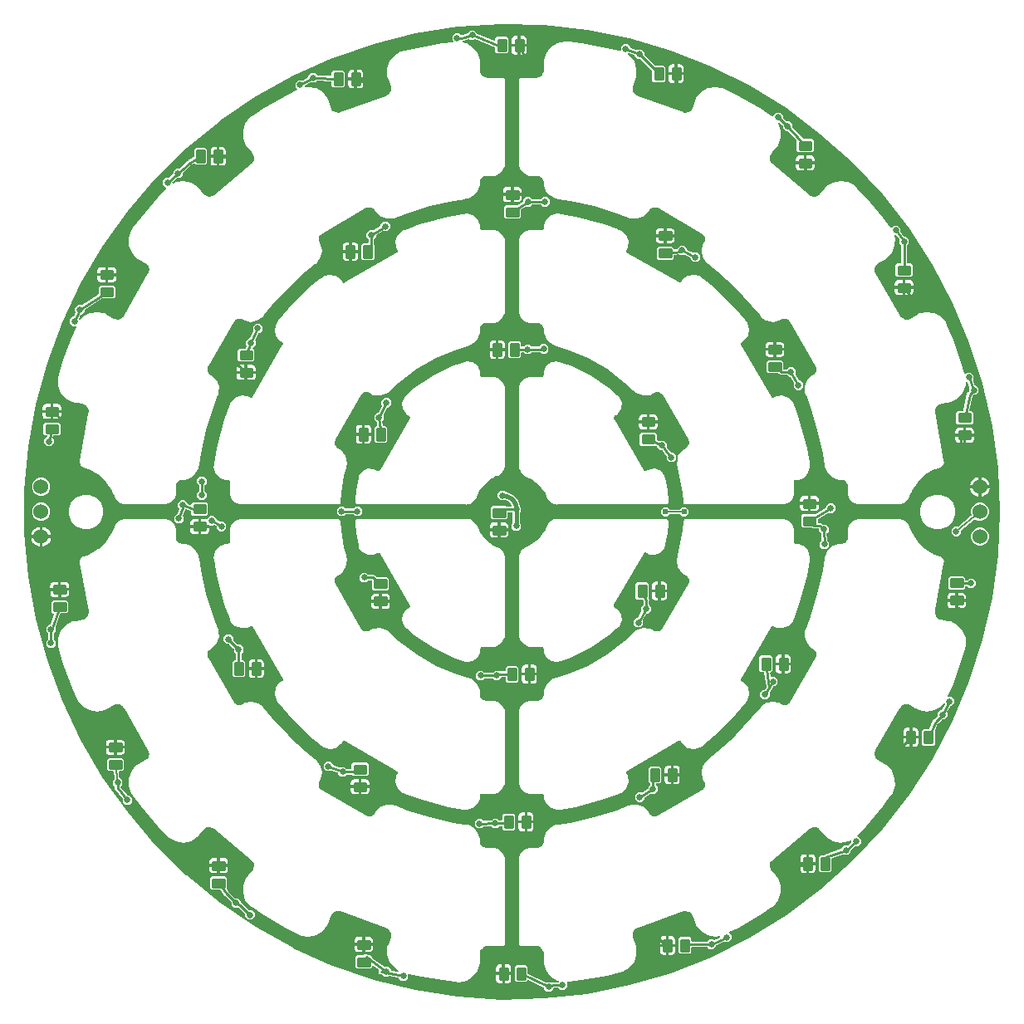
<source format=gbl>
G04 EAGLE Gerber RS-274X export*
G75*
%MOMM*%
%FSLAX34Y34*%
%LPD*%
%INBottom Copper*%
%IPPOS*%
%AMOC8*
5,1,8,0,0,1.08239X$1,22.5*%
G01*
%ADD10C,0.254000*%
%ADD11C,1.524000*%
%ADD12C,0.654800*%
%ADD13C,0.152400*%
%ADD14C,0.406400*%
%ADD15C,0.609600*%
%ADD16C,0.200000*%

G36*
X32959Y-496360D02*
X32959Y-496360D01*
X32983Y-496356D01*
X33026Y-496356D01*
X76698Y-491505D01*
X76722Y-491499D01*
X76765Y-491495D01*
X119838Y-482803D01*
X119860Y-482795D01*
X119903Y-482787D01*
X162039Y-470323D01*
X162061Y-470312D01*
X162102Y-470301D01*
X202972Y-454161D01*
X202993Y-454149D01*
X203033Y-454134D01*
X242316Y-434445D01*
X242336Y-434431D01*
X242375Y-434413D01*
X279765Y-411329D01*
X279783Y-411313D01*
X279820Y-411291D01*
X315023Y-384994D01*
X315040Y-384977D01*
X315075Y-384951D01*
X347816Y-355646D01*
X347831Y-355627D01*
X347864Y-355599D01*
X377887Y-323514D01*
X377901Y-323494D01*
X377931Y-323463D01*
X405001Y-288850D01*
X405012Y-288829D01*
X405040Y-288796D01*
X428944Y-251926D01*
X428954Y-251904D01*
X428978Y-251868D01*
X449531Y-213030D01*
X449539Y-213007D01*
X449560Y-212969D01*
X466600Y-172467D01*
X466605Y-172443D01*
X466623Y-172404D01*
X480016Y-130554D01*
X480020Y-130530D01*
X480034Y-130489D01*
X489676Y-87619D01*
X489678Y-87595D01*
X489688Y-87553D01*
X495504Y-43999D01*
X495503Y-43974D01*
X495510Y-43931D01*
X497454Y-34D01*
X497451Y-10D01*
X497454Y34D01*
X495510Y43931D01*
X495506Y43948D01*
X495507Y43956D01*
X495505Y43967D01*
X495504Y43999D01*
X489688Y87553D01*
X489681Y87576D01*
X489676Y87619D01*
X480034Y130489D01*
X480025Y130511D01*
X480016Y130554D01*
X466623Y172404D01*
X466612Y172425D01*
X466600Y172467D01*
X449560Y212969D01*
X449547Y212990D01*
X449531Y213030D01*
X428978Y251868D01*
X428964Y251887D01*
X428944Y251926D01*
X405040Y288796D01*
X405023Y288813D01*
X405001Y288850D01*
X377931Y323463D01*
X377913Y323479D01*
X377887Y323514D01*
X347864Y355599D01*
X347845Y355613D01*
X347816Y355646D01*
X315075Y384951D01*
X315055Y384965D01*
X315023Y384994D01*
X279820Y411291D01*
X279799Y411303D01*
X279765Y411329D01*
X242375Y434413D01*
X242353Y434422D01*
X242316Y434445D01*
X203033Y454134D01*
X203010Y454141D01*
X202972Y454161D01*
X162102Y470301D01*
X162079Y470306D01*
X162039Y470323D01*
X119903Y482787D01*
X119879Y482790D01*
X119838Y482803D01*
X76765Y491495D01*
X76741Y491496D01*
X76698Y491505D01*
X33026Y496356D01*
X33002Y496355D01*
X32959Y496360D01*
X-10971Y497333D01*
X-10995Y497329D01*
X-11038Y497331D01*
X-54882Y494417D01*
X-54906Y494411D01*
X-54949Y494409D01*
X-98364Y487631D01*
X-98387Y487624D01*
X-98430Y487618D01*
X-141076Y477030D01*
X-141099Y477020D01*
X-141141Y477011D01*
X-182684Y462695D01*
X-182706Y462683D01*
X-182747Y462670D01*
X-222862Y444739D01*
X-222883Y444725D01*
X-222923Y444708D01*
X-261296Y423302D01*
X-261315Y423286D01*
X-261354Y423266D01*
X-297685Y398552D01*
X-297703Y398535D01*
X-297739Y398511D01*
X-331744Y370683D01*
X-331760Y370665D01*
X-331795Y370638D01*
X-363207Y339913D01*
X-363222Y339893D01*
X-363253Y339863D01*
X-391827Y306482D01*
X-391840Y306461D01*
X-391869Y306429D01*
X-417381Y270653D01*
X-417392Y270631D01*
X-417418Y270597D01*
X-439668Y232706D01*
X-439677Y232683D01*
X-439700Y232646D01*
X-458514Y192937D01*
X-458521Y192914D01*
X-458540Y192875D01*
X-473772Y151659D01*
X-473776Y151635D01*
X-473792Y151595D01*
X-485321Y109193D01*
X-485324Y109169D01*
X-485336Y109128D01*
X-493073Y65873D01*
X-493073Y65849D01*
X-493082Y65807D01*
X-496965Y22038D01*
X-496963Y22013D01*
X-496968Y21970D01*
X-496968Y-21970D01*
X-496964Y-21994D01*
X-496965Y-22038D01*
X-493082Y-65807D01*
X-493076Y-65830D01*
X-493073Y-65873D01*
X-485336Y-109128D01*
X-485328Y-109150D01*
X-485321Y-109193D01*
X-473792Y-151595D01*
X-473782Y-151617D01*
X-473772Y-151659D01*
X-458540Y-192875D01*
X-458528Y-192896D01*
X-458514Y-192937D01*
X-439700Y-232646D01*
X-439686Y-232666D01*
X-439668Y-232706D01*
X-417418Y-270597D01*
X-417402Y-270615D01*
X-417381Y-270653D01*
X-391869Y-306429D01*
X-391852Y-306446D01*
X-391827Y-306482D01*
X-363253Y-339863D01*
X-363235Y-339879D01*
X-363207Y-339913D01*
X-331795Y-370638D01*
X-331775Y-370652D01*
X-331744Y-370683D01*
X-297739Y-398511D01*
X-297718Y-398524D01*
X-297685Y-398552D01*
X-261354Y-423266D01*
X-261332Y-423276D01*
X-261296Y-423302D01*
X-222923Y-444708D01*
X-222900Y-444717D01*
X-222862Y-444739D01*
X-182747Y-462670D01*
X-182723Y-462676D01*
X-182684Y-462695D01*
X-141141Y-477011D01*
X-141117Y-477015D01*
X-141076Y-477030D01*
X-98430Y-487618D01*
X-98406Y-487620D01*
X-98364Y-487631D01*
X-54949Y-494409D01*
X-54925Y-494409D01*
X-54882Y-494417D01*
X-11038Y-497331D01*
X-11014Y-497329D01*
X-10971Y-497333D01*
X32959Y-496360D01*
G37*
%LPC*%
G36*
X-400830Y9537D02*
X-400830Y9537D01*
X-404390Y13357D01*
X-405119Y15419D01*
X-405260Y15818D01*
X-405268Y15833D01*
X-405276Y15860D01*
X-407404Y20913D01*
X-407421Y20940D01*
X-407467Y21032D01*
X-413420Y30220D01*
X-413423Y30225D01*
X-413426Y30229D01*
X-413533Y30358D01*
X-421462Y37908D01*
X-421467Y37911D01*
X-421470Y37915D01*
X-421605Y38015D01*
X-431074Y43511D01*
X-431103Y43522D01*
X-431195Y43568D01*
X-436347Y45446D01*
X-436363Y45450D01*
X-436389Y45460D01*
X-437057Y45660D01*
X-437739Y45865D01*
X-439726Y47864D01*
X-440517Y50568D01*
X-440219Y51946D01*
X-440219Y51949D01*
X-440217Y51953D01*
X-440191Y52079D01*
X-440191Y52085D01*
X-440189Y52093D01*
X-440165Y52220D01*
X-440165Y52223D01*
X-440164Y52227D01*
X-431719Y100118D01*
X-431719Y100119D01*
X-431716Y100137D01*
X-431481Y101468D01*
X-431481Y101494D01*
X-431472Y101542D01*
X-431372Y102850D01*
X-431374Y102878D01*
X-431370Y102906D01*
X-431388Y103073D01*
X-431953Y105622D01*
X-431977Y105683D01*
X-431992Y105747D01*
X-432032Y105820D01*
X-432044Y105851D01*
X-432057Y105865D01*
X-432072Y105894D01*
X-433570Y108033D01*
X-433616Y108080D01*
X-433654Y108134D01*
X-433719Y108186D01*
X-433742Y108209D01*
X-433760Y108218D01*
X-433785Y108239D01*
X-435987Y109642D01*
X-436013Y109653D01*
X-436036Y109670D01*
X-436191Y109733D01*
X-437455Y110086D01*
X-437481Y110089D01*
X-437528Y110103D01*
X-443894Y111225D01*
X-444126Y111266D01*
X-447916Y111935D01*
X-454624Y115710D01*
X-459699Y121496D01*
X-462567Y128639D01*
X-462904Y136328D01*
X-461787Y140011D01*
X-461781Y140032D01*
X-457959Y152639D01*
X-448932Y177441D01*
X-444360Y188141D01*
X-444348Y188190D01*
X-444327Y188235D01*
X-444319Y188308D01*
X-444301Y188380D01*
X-444305Y188430D01*
X-444300Y188479D01*
X-444315Y188551D01*
X-444322Y188625D01*
X-444341Y188671D01*
X-444352Y188720D01*
X-444390Y188783D01*
X-444419Y188851D01*
X-444453Y188888D01*
X-444478Y188931D01*
X-444534Y188979D01*
X-444584Y189034D01*
X-444627Y189058D01*
X-444665Y189091D01*
X-444734Y189118D01*
X-444798Y189155D01*
X-444847Y189164D01*
X-444893Y189183D01*
X-445014Y189196D01*
X-445039Y189201D01*
X-445047Y189200D01*
X-445060Y189201D01*
X-447988Y189201D01*
X-450799Y192012D01*
X-450799Y195988D01*
X-447988Y198799D01*
X-447363Y198799D01*
X-447262Y198815D01*
X-447159Y198827D01*
X-447141Y198835D01*
X-447121Y198838D01*
X-447030Y198887D01*
X-446936Y198930D01*
X-446921Y198944D01*
X-446903Y198954D01*
X-446832Y199028D01*
X-446758Y199099D01*
X-446745Y199121D01*
X-446734Y199132D01*
X-446720Y199161D01*
X-446671Y199243D01*
X-444961Y202973D01*
X-444959Y202981D01*
X-444955Y202988D01*
X-444927Y203098D01*
X-444896Y203211D01*
X-444897Y203219D01*
X-444895Y203226D01*
X-444904Y203341D01*
X-444910Y203456D01*
X-444913Y203464D01*
X-444914Y203472D01*
X-444959Y203577D01*
X-445002Y203684D01*
X-445007Y203691D01*
X-445010Y203698D01*
X-445115Y203829D01*
X-445299Y204012D01*
X-445299Y207988D01*
X-442488Y210799D01*
X-438425Y210799D01*
X-438415Y210800D01*
X-438406Y210799D01*
X-438294Y210820D01*
X-438182Y210838D01*
X-438174Y210843D01*
X-438164Y210845D01*
X-438014Y210920D01*
X-421759Y221364D01*
X-421723Y221397D01*
X-421680Y221422D01*
X-421632Y221479D01*
X-421577Y221528D01*
X-421552Y221572D01*
X-421520Y221609D01*
X-421492Y221678D01*
X-421456Y221743D01*
X-421447Y221791D01*
X-421428Y221837D01*
X-421415Y221960D01*
X-421410Y221984D01*
X-421411Y221992D01*
X-421410Y222004D01*
X-421410Y229078D01*
X-419773Y230715D01*
X-406027Y230715D01*
X-404390Y229078D01*
X-404390Y219142D01*
X-406027Y217505D01*
X-417201Y217505D01*
X-417211Y217504D01*
X-417221Y217505D01*
X-417332Y217484D01*
X-417444Y217466D01*
X-417453Y217461D01*
X-417462Y217459D01*
X-417613Y217384D01*
X-435352Y205986D01*
X-435388Y205953D01*
X-435431Y205928D01*
X-435479Y205871D01*
X-435534Y205822D01*
X-435559Y205778D01*
X-435591Y205741D01*
X-435619Y205672D01*
X-435655Y205607D01*
X-435664Y205559D01*
X-435683Y205513D01*
X-435696Y205390D01*
X-435701Y205366D01*
X-435700Y205358D01*
X-435701Y205346D01*
X-435701Y204012D01*
X-438512Y201201D01*
X-439137Y201201D01*
X-439238Y201185D01*
X-439341Y201173D01*
X-439359Y201165D01*
X-439379Y201162D01*
X-439470Y201113D01*
X-439564Y201070D01*
X-439579Y201056D01*
X-439597Y201046D01*
X-439668Y200972D01*
X-439742Y200901D01*
X-439755Y200879D01*
X-439766Y200868D01*
X-439780Y200839D01*
X-439829Y200757D01*
X-441539Y197027D01*
X-441541Y197019D01*
X-441545Y197012D01*
X-441573Y196901D01*
X-441604Y196789D01*
X-441603Y196781D01*
X-441605Y196774D01*
X-441596Y196659D01*
X-441590Y196544D01*
X-441587Y196536D01*
X-441586Y196528D01*
X-441541Y196423D01*
X-441498Y196316D01*
X-441493Y196309D01*
X-441490Y196302D01*
X-441385Y196171D01*
X-441151Y195937D01*
X-441120Y195880D01*
X-441086Y195798D01*
X-441063Y195772D01*
X-441046Y195740D01*
X-440983Y195680D01*
X-440925Y195613D01*
X-440894Y195595D01*
X-440868Y195571D01*
X-440788Y195534D01*
X-440712Y195489D01*
X-440677Y195482D01*
X-440645Y195467D01*
X-440558Y195458D01*
X-440471Y195440D01*
X-440436Y195444D01*
X-440401Y195440D01*
X-440315Y195459D01*
X-440227Y195469D01*
X-440195Y195485D01*
X-440160Y195492D01*
X-440085Y195538D01*
X-440005Y195576D01*
X-439971Y195606D01*
X-439949Y195619D01*
X-439929Y195642D01*
X-439879Y195686D01*
X-437035Y198789D01*
X-430246Y202417D01*
X-422639Y203588D01*
X-415074Y202168D01*
X-411806Y200281D01*
X-406082Y196977D01*
X-405939Y196894D01*
X-405914Y196884D01*
X-405872Y196860D01*
X-404677Y196318D01*
X-404650Y196311D01*
X-404625Y196297D01*
X-404462Y196257D01*
X-401873Y195916D01*
X-401808Y195918D01*
X-401743Y195910D01*
X-401660Y195923D01*
X-401627Y195924D01*
X-401609Y195930D01*
X-401577Y195935D01*
X-399054Y196611D01*
X-398994Y196638D01*
X-398931Y196656D01*
X-398860Y196699D01*
X-398830Y196713D01*
X-398816Y196726D01*
X-398788Y196743D01*
X-396716Y198332D01*
X-396697Y198353D01*
X-396673Y198368D01*
X-396561Y198493D01*
X-395796Y199559D01*
X-395785Y199583D01*
X-395756Y199622D01*
X-395071Y200809D01*
X-370756Y242924D01*
X-370747Y242948D01*
X-370722Y242990D01*
X-370180Y244185D01*
X-370173Y244212D01*
X-370159Y244237D01*
X-370119Y244400D01*
X-369778Y246989D01*
X-369780Y247055D01*
X-369772Y247120D01*
X-369785Y247202D01*
X-369786Y247235D01*
X-369792Y247253D01*
X-369797Y247285D01*
X-370473Y249808D01*
X-370500Y249868D01*
X-370518Y249931D01*
X-370561Y250002D01*
X-370575Y250032D01*
X-370588Y250046D01*
X-370605Y250074D01*
X-372194Y252146D01*
X-372215Y252165D01*
X-372230Y252189D01*
X-372355Y252302D01*
X-373421Y253066D01*
X-373445Y253077D01*
X-373484Y253106D01*
X-379934Y256830D01*
X-382620Y258380D01*
X-387631Y264222D01*
X-390422Y271395D01*
X-390674Y279088D01*
X-388360Y286429D01*
X-386053Y289505D01*
X-386052Y289507D01*
X-386050Y289509D01*
X-386047Y289514D01*
X-378135Y300065D01*
X-361170Y320283D01*
X-352610Y329420D01*
X-352577Y329469D01*
X-352536Y329512D01*
X-352509Y329570D01*
X-352473Y329624D01*
X-352457Y329681D01*
X-352432Y329735D01*
X-352425Y329799D01*
X-352408Y329861D01*
X-352412Y329920D01*
X-352405Y329979D01*
X-352419Y330042D01*
X-352422Y330107D01*
X-352445Y330162D01*
X-352457Y330220D01*
X-352490Y330275D01*
X-352514Y330335D01*
X-352553Y330380D01*
X-352583Y330431D01*
X-352632Y330473D01*
X-352674Y330522D01*
X-352725Y330552D01*
X-352770Y330591D01*
X-352830Y330615D01*
X-352885Y330648D01*
X-352943Y330661D01*
X-352949Y330663D01*
X-355799Y333512D01*
X-355799Y337488D01*
X-352988Y340299D01*
X-350155Y340299D01*
X-350083Y340310D01*
X-350011Y340312D01*
X-349963Y340330D01*
X-349912Y340338D01*
X-349848Y340372D01*
X-349780Y340397D01*
X-349723Y340439D01*
X-349695Y340454D01*
X-349678Y340471D01*
X-349644Y340495D01*
X-345680Y344082D01*
X-345562Y344189D01*
X-345561Y344190D01*
X-345548Y344201D01*
X-345480Y344287D01*
X-345409Y344370D01*
X-345404Y344383D01*
X-345395Y344394D01*
X-345358Y344496D01*
X-345317Y344598D01*
X-345315Y344615D01*
X-345312Y344625D01*
X-345311Y344654D01*
X-345299Y344765D01*
X-345299Y346988D01*
X-342488Y349799D01*
X-339655Y349799D01*
X-339583Y349810D01*
X-339511Y349812D01*
X-339463Y349830D01*
X-339412Y349838D01*
X-339348Y349872D01*
X-339280Y349897D01*
X-339223Y349939D01*
X-339195Y349954D01*
X-339178Y349971D01*
X-339144Y349995D01*
X-330991Y357372D01*
X-330984Y357381D01*
X-330975Y357387D01*
X-330907Y357477D01*
X-330838Y357564D01*
X-330834Y357575D01*
X-330827Y357584D01*
X-330767Y357740D01*
X-330739Y357843D01*
X-330063Y358235D01*
X-330053Y358243D01*
X-329933Y358329D01*
X-329354Y358854D01*
X-329247Y358848D01*
X-329236Y358850D01*
X-329225Y358848D01*
X-329114Y358863D01*
X-329003Y358876D01*
X-328992Y358881D01*
X-328981Y358882D01*
X-328828Y358950D01*
X-324275Y361586D01*
X-324223Y361628D01*
X-324165Y361663D01*
X-324128Y361706D01*
X-324084Y361742D01*
X-324049Y361799D01*
X-324005Y361850D01*
X-323984Y361902D01*
X-323954Y361950D01*
X-323938Y362015D01*
X-323913Y362078D01*
X-323904Y362157D01*
X-323897Y362189D01*
X-323899Y362210D01*
X-323895Y362245D01*
X-323895Y369273D01*
X-322258Y370910D01*
X-312322Y370910D01*
X-310685Y369273D01*
X-310685Y355527D01*
X-312322Y353890D01*
X-322258Y353890D01*
X-323367Y355000D01*
X-323403Y355026D01*
X-323433Y355058D01*
X-323502Y355097D01*
X-323567Y355143D01*
X-323609Y355156D01*
X-323648Y355178D01*
X-323726Y355192D01*
X-323802Y355216D01*
X-323846Y355214D01*
X-323890Y355222D01*
X-323968Y355211D01*
X-324048Y355209D01*
X-324089Y355194D01*
X-324133Y355188D01*
X-324264Y355130D01*
X-324279Y355125D01*
X-324282Y355122D01*
X-324287Y355120D01*
X-326611Y353774D01*
X-326621Y353766D01*
X-326741Y353680D01*
X-335451Y345800D01*
X-335519Y345714D01*
X-335591Y345630D01*
X-335596Y345617D01*
X-335604Y345607D01*
X-335642Y345504D01*
X-335683Y345402D01*
X-335685Y345386D01*
X-335688Y345376D01*
X-335689Y345348D01*
X-335701Y345235D01*
X-335701Y343012D01*
X-338512Y340201D01*
X-341345Y340201D01*
X-341417Y340190D01*
X-341489Y340188D01*
X-341537Y340170D01*
X-341588Y340162D01*
X-341652Y340128D01*
X-341720Y340103D01*
X-341777Y340061D01*
X-341805Y340046D01*
X-341822Y340029D01*
X-341856Y340004D01*
X-341929Y339938D01*
X-341930Y339938D01*
X-345951Y336300D01*
X-346019Y336214D01*
X-346091Y336130D01*
X-346096Y336118D01*
X-346104Y336107D01*
X-346142Y336004D01*
X-346183Y335902D01*
X-346185Y335886D01*
X-346188Y335876D01*
X-346189Y335848D01*
X-346195Y335796D01*
X-346196Y335791D01*
X-346196Y335785D01*
X-346201Y335735D01*
X-346201Y335702D01*
X-346193Y335654D01*
X-346194Y335630D01*
X-346188Y335611D01*
X-346185Y335545D01*
X-346169Y335503D01*
X-346162Y335459D01*
X-346125Y335389D01*
X-346096Y335316D01*
X-346067Y335281D01*
X-346046Y335241D01*
X-345989Y335187D01*
X-345939Y335126D01*
X-345901Y335103D01*
X-345868Y335072D01*
X-345797Y335039D01*
X-345729Y334997D01*
X-345686Y334987D01*
X-345645Y334968D01*
X-345567Y334960D01*
X-345490Y334942D01*
X-345445Y334946D01*
X-345401Y334941D01*
X-345324Y334958D01*
X-345245Y334966D01*
X-345189Y334987D01*
X-345160Y334994D01*
X-345137Y335008D01*
X-345089Y335026D01*
X-342688Y336276D01*
X-335068Y337363D01*
X-327519Y335861D01*
X-320896Y331939D01*
X-318788Y329427D01*
X-314116Y323859D01*
X-314092Y323838D01*
X-314047Y323787D01*
X-312759Y322606D01*
X-312704Y322571D01*
X-312655Y322527D01*
X-312581Y322490D01*
X-312553Y322472D01*
X-312534Y322467D01*
X-312505Y322452D01*
X-309249Y321267D01*
X-309136Y321246D01*
X-309024Y321222D01*
X-309014Y321223D01*
X-309008Y321222D01*
X-308985Y321225D01*
X-308857Y321233D01*
X-305445Y321835D01*
X-305383Y321856D01*
X-305319Y321868D01*
X-305244Y321905D01*
X-305213Y321916D01*
X-305197Y321928D01*
X-305168Y321942D01*
X-303694Y322881D01*
X-303671Y322902D01*
X-303614Y322940D01*
X-265312Y355079D01*
X-265295Y355099D01*
X-265257Y355130D01*
X-264339Y356068D01*
X-264323Y356091D01*
X-264302Y356109D01*
X-264208Y356249D01*
X-263002Y358565D01*
X-262982Y358628D01*
X-262952Y358686D01*
X-262936Y358768D01*
X-262926Y358799D01*
X-262926Y358818D01*
X-262919Y358850D01*
X-262692Y361452D01*
X-262697Y361517D01*
X-262692Y361583D01*
X-262708Y361664D01*
X-262710Y361697D01*
X-262718Y361715D01*
X-262724Y361747D01*
X-263509Y364238D01*
X-263522Y364263D01*
X-263528Y364291D01*
X-263607Y364439D01*
X-264348Y365522D01*
X-264366Y365541D01*
X-264393Y365581D01*
X-265273Y366630D01*
X-265274Y366631D01*
X-268939Y370999D01*
X-271174Y373662D01*
X-273885Y380865D01*
X-274053Y388560D01*
X-271660Y395876D01*
X-266975Y401982D01*
X-263764Y404078D01*
X-263763Y404078D01*
X-263752Y404086D01*
X-252701Y411299D01*
X-229845Y424495D01*
X-219124Y429926D01*
X-219111Y429936D01*
X-219095Y429942D01*
X-219011Y430009D01*
X-218926Y430071D01*
X-218916Y430085D01*
X-218903Y430096D01*
X-218845Y430185D01*
X-218784Y430272D01*
X-218779Y430288D01*
X-218770Y430302D01*
X-218744Y430406D01*
X-218713Y430508D01*
X-218714Y430525D01*
X-218710Y430541D01*
X-218718Y430647D01*
X-218722Y430754D01*
X-218727Y430769D01*
X-218729Y430786D01*
X-218770Y430884D01*
X-218808Y430984D01*
X-218819Y430997D01*
X-218825Y431012D01*
X-218911Y431120D01*
X-218912Y431122D01*
X-218914Y431123D01*
X-218930Y431143D01*
X-220799Y433012D01*
X-220799Y436988D01*
X-217988Y439799D01*
X-213981Y439799D01*
X-213969Y439792D01*
X-213899Y439741D01*
X-213863Y439730D01*
X-213830Y439712D01*
X-213746Y439694D01*
X-213664Y439669D01*
X-213626Y439670D01*
X-213589Y439663D01*
X-213504Y439673D01*
X-213418Y439675D01*
X-213383Y439688D01*
X-213345Y439693D01*
X-213191Y439758D01*
X-213187Y439760D01*
X-207690Y442814D01*
X-207632Y442859D01*
X-207569Y442897D01*
X-207537Y442935D01*
X-207497Y442966D01*
X-207457Y443028D01*
X-207409Y443084D01*
X-207390Y443131D01*
X-207363Y443172D01*
X-207345Y443244D01*
X-207317Y443312D01*
X-207310Y443380D01*
X-207302Y443411D01*
X-207304Y443435D01*
X-207299Y443479D01*
X-207299Y444488D01*
X-204488Y447299D01*
X-200512Y447299D01*
X-198237Y445024D01*
X-198175Y444979D01*
X-198119Y444927D01*
X-198076Y444908D01*
X-198038Y444880D01*
X-197964Y444858D01*
X-197894Y444826D01*
X-197832Y444817D01*
X-197803Y444808D01*
X-197776Y444809D01*
X-197729Y444801D01*
X-184385Y444284D01*
X-184351Y444288D01*
X-184317Y444284D01*
X-184230Y444303D01*
X-184141Y444314D01*
X-184110Y444329D01*
X-184076Y444336D01*
X-184000Y444382D01*
X-183920Y444421D01*
X-183895Y444445D01*
X-183865Y444463D01*
X-183807Y444530D01*
X-183744Y444592D01*
X-183728Y444623D01*
X-183705Y444650D01*
X-183672Y444732D01*
X-183631Y444811D01*
X-183626Y444845D01*
X-183613Y444878D01*
X-183595Y445044D01*
X-183595Y448073D01*
X-181958Y449710D01*
X-172022Y449710D01*
X-170385Y448073D01*
X-170385Y434327D01*
X-172022Y432690D01*
X-181958Y432690D01*
X-183595Y434327D01*
X-183595Y437927D01*
X-183596Y437932D01*
X-183595Y437937D01*
X-183615Y438053D01*
X-183634Y438170D01*
X-183637Y438174D01*
X-183638Y438179D01*
X-183694Y438283D01*
X-183750Y438387D01*
X-183753Y438391D01*
X-183756Y438395D01*
X-183843Y438476D01*
X-183928Y438557D01*
X-183932Y438559D01*
X-183936Y438562D01*
X-184044Y438611D01*
X-184151Y438660D01*
X-184156Y438661D01*
X-184161Y438663D01*
X-184326Y438688D01*
X-198626Y439243D01*
X-198731Y439229D01*
X-198836Y439221D01*
X-198852Y439214D01*
X-198870Y439212D01*
X-198965Y439166D01*
X-199063Y439125D01*
X-199079Y439112D01*
X-199091Y439106D01*
X-199114Y439084D01*
X-199193Y439020D01*
X-200512Y437701D01*
X-204519Y437701D01*
X-204531Y437708D01*
X-204601Y437759D01*
X-204637Y437770D01*
X-204670Y437788D01*
X-204754Y437806D01*
X-204836Y437831D01*
X-204874Y437830D01*
X-204911Y437837D01*
X-204996Y437827D01*
X-205082Y437825D01*
X-205117Y437812D01*
X-205155Y437807D01*
X-205309Y437742D01*
X-205313Y437740D01*
X-210810Y434686D01*
X-210868Y434641D01*
X-210931Y434603D01*
X-210963Y434565D01*
X-211003Y434534D01*
X-211043Y434472D01*
X-211091Y434416D01*
X-211110Y434369D01*
X-211137Y434328D01*
X-211155Y434256D01*
X-211183Y434188D01*
X-211190Y434120D01*
X-211198Y434089D01*
X-211196Y434065D01*
X-211201Y434021D01*
X-211201Y433518D01*
X-211190Y433450D01*
X-211189Y433380D01*
X-211170Y433329D01*
X-211162Y433276D01*
X-211129Y433214D01*
X-211105Y433149D01*
X-211072Y433106D01*
X-211046Y433058D01*
X-210996Y433010D01*
X-210953Y432956D01*
X-210907Y432926D01*
X-210868Y432889D01*
X-210805Y432859D01*
X-210747Y432822D01*
X-210694Y432808D01*
X-210645Y432785D01*
X-210576Y432777D01*
X-210508Y432760D01*
X-210433Y432762D01*
X-210401Y432758D01*
X-210379Y432763D01*
X-210341Y432764D01*
X-207008Y433202D01*
X-199476Y431617D01*
X-192896Y427624D01*
X-188014Y421674D01*
X-186795Y418325D01*
X-184875Y413049D01*
X-184874Y413049D01*
X-184511Y412051D01*
X-184406Y411762D01*
X-184393Y411738D01*
X-184377Y411693D01*
X-183810Y410510D01*
X-183793Y410487D01*
X-183784Y410460D01*
X-183720Y410373D01*
X-183705Y410348D01*
X-183696Y410340D01*
X-183685Y410325D01*
X-181920Y408399D01*
X-181869Y408359D01*
X-181824Y408311D01*
X-181753Y408268D01*
X-181727Y408247D01*
X-181709Y408241D01*
X-181681Y408224D01*
X-179314Y407120D01*
X-179251Y407102D01*
X-179191Y407075D01*
X-179109Y407062D01*
X-179077Y407053D01*
X-179058Y407054D01*
X-179025Y407049D01*
X-176416Y406935D01*
X-176388Y406939D01*
X-176360Y406935D01*
X-176194Y406959D01*
X-174923Y407284D01*
X-174899Y407295D01*
X-174852Y407306D01*
X-129154Y423939D01*
X-128259Y424265D01*
X-127867Y424408D01*
X-127844Y424420D01*
X-127798Y424436D01*
X-126615Y425004D01*
X-126592Y425020D01*
X-126566Y425030D01*
X-126430Y425129D01*
X-124505Y426893D01*
X-124464Y426945D01*
X-124416Y426990D01*
X-124373Y427061D01*
X-124353Y427087D01*
X-124346Y427105D01*
X-124329Y427133D01*
X-123226Y429500D01*
X-123208Y429563D01*
X-123181Y429622D01*
X-123168Y429705D01*
X-123159Y429736D01*
X-123160Y429756D01*
X-123155Y429788D01*
X-123041Y432397D01*
X-123044Y432425D01*
X-123041Y432453D01*
X-123064Y432619D01*
X-123390Y433890D01*
X-123400Y433914D01*
X-123412Y433962D01*
X-125877Y440733D01*
X-127020Y443874D01*
X-127104Y451570D01*
X-124631Y458859D01*
X-119879Y464914D01*
X-113388Y469051D01*
X-109640Y469925D01*
X-109302Y470004D01*
X-96789Y472924D01*
X-70797Y477507D01*
X-60298Y478771D01*
X-60273Y478778D01*
X-60247Y478779D01*
X-60156Y478812D01*
X-60062Y478839D01*
X-60041Y478854D01*
X-60016Y478863D01*
X-59940Y478924D01*
X-59860Y478979D01*
X-59845Y479000D01*
X-59824Y479017D01*
X-59771Y479099D01*
X-59713Y479177D01*
X-59705Y479202D01*
X-59691Y479224D01*
X-59667Y479318D01*
X-59637Y479411D01*
X-59637Y479437D01*
X-59631Y479462D01*
X-59638Y479559D01*
X-59639Y479657D01*
X-59648Y479681D01*
X-59650Y479707D01*
X-59688Y479797D01*
X-59720Y479889D01*
X-59736Y479910D01*
X-59746Y479934D01*
X-59851Y480065D01*
X-60799Y481012D01*
X-60799Y484988D01*
X-57988Y487799D01*
X-54012Y487799D01*
X-52233Y486020D01*
X-52175Y485978D01*
X-52123Y485928D01*
X-52076Y485907D01*
X-52034Y485876D01*
X-51965Y485855D01*
X-51900Y485825D01*
X-51848Y485819D01*
X-51799Y485804D01*
X-51727Y485806D01*
X-51655Y485798D01*
X-51585Y485809D01*
X-51553Y485810D01*
X-51531Y485818D01*
X-51490Y485825D01*
X-45855Y487403D01*
X-45819Y487420D01*
X-45780Y487428D01*
X-45708Y487471D01*
X-45632Y487507D01*
X-45603Y487534D01*
X-45569Y487554D01*
X-45514Y487618D01*
X-45453Y487676D01*
X-45435Y487711D01*
X-45409Y487741D01*
X-45378Y487819D01*
X-45338Y487893D01*
X-45332Y487932D01*
X-45317Y487969D01*
X-42488Y490799D01*
X-38512Y490799D01*
X-35701Y487988D01*
X-35701Y487601D01*
X-35682Y487484D01*
X-35663Y487362D01*
X-35662Y487360D01*
X-35662Y487358D01*
X-35606Y487254D01*
X-35549Y487144D01*
X-35547Y487142D01*
X-35546Y487140D01*
X-35460Y487058D01*
X-35371Y486973D01*
X-35369Y486972D01*
X-35368Y486971D01*
X-35361Y486968D01*
X-35224Y486894D01*
X-18039Y479999D01*
X-17999Y479990D01*
X-17961Y479972D01*
X-17879Y479963D01*
X-17799Y479945D01*
X-17758Y479949D01*
X-17717Y479945D01*
X-17636Y479962D01*
X-17555Y479971D01*
X-17517Y479988D01*
X-17476Y479997D01*
X-17406Y480039D01*
X-17331Y480073D01*
X-17301Y480102D01*
X-17265Y480123D01*
X-17212Y480186D01*
X-17152Y480242D01*
X-17132Y480278D01*
X-17105Y480310D01*
X-17074Y480386D01*
X-17036Y480459D01*
X-17029Y480500D01*
X-17013Y480538D01*
X-16996Y480694D01*
X-16995Y480701D01*
X-16995Y480703D01*
X-16995Y480705D01*
X-16995Y482573D01*
X-15358Y484210D01*
X-5422Y484210D01*
X-3785Y482573D01*
X-3785Y468827D01*
X-5422Y467190D01*
X-15358Y467190D01*
X-16995Y468827D01*
X-16995Y473042D01*
X-17014Y473158D01*
X-17033Y473281D01*
X-17034Y473283D01*
X-17034Y473285D01*
X-17090Y473389D01*
X-17147Y473499D01*
X-17149Y473500D01*
X-17150Y473502D01*
X-17236Y473584D01*
X-17325Y473669D01*
X-17327Y473670D01*
X-17328Y473671D01*
X-17335Y473675D01*
X-17472Y473748D01*
X-37340Y481720D01*
X-37450Y481745D01*
X-37559Y481773D01*
X-37569Y481772D01*
X-37580Y481774D01*
X-37692Y481762D01*
X-37804Y481753D01*
X-37814Y481749D01*
X-37824Y481748D01*
X-37927Y481701D01*
X-38030Y481657D01*
X-38040Y481649D01*
X-38048Y481646D01*
X-38066Y481628D01*
X-38161Y481552D01*
X-38512Y481201D01*
X-42488Y481201D01*
X-43220Y481933D01*
X-43278Y481975D01*
X-43330Y482025D01*
X-43377Y482047D01*
X-43419Y482077D01*
X-43488Y482098D01*
X-43553Y482128D01*
X-43605Y482134D01*
X-43655Y482149D01*
X-43726Y482147D01*
X-43798Y482155D01*
X-43868Y482144D01*
X-43900Y482143D01*
X-43923Y482135D01*
X-43963Y482128D01*
X-49564Y480560D01*
X-49664Y480513D01*
X-49766Y480470D01*
X-49778Y480460D01*
X-49787Y480456D01*
X-49807Y480437D01*
X-49897Y480365D01*
X-50086Y480176D01*
X-50150Y480166D01*
X-50186Y480147D01*
X-50225Y480136D01*
X-50294Y480089D01*
X-50367Y480050D01*
X-50395Y480021D01*
X-50429Y479998D01*
X-50480Y479932D01*
X-50537Y479872D01*
X-50554Y479835D01*
X-50578Y479803D01*
X-50605Y479724D01*
X-50640Y479649D01*
X-50645Y479609D01*
X-50658Y479570D01*
X-50658Y479487D01*
X-50667Y479405D01*
X-50659Y479365D01*
X-50659Y479324D01*
X-50633Y479245D01*
X-50615Y479164D01*
X-50594Y479129D01*
X-50581Y479091D01*
X-50531Y479024D01*
X-50489Y478953D01*
X-50458Y478927D01*
X-50434Y478894D01*
X-50365Y478847D01*
X-50302Y478793D01*
X-50264Y478778D01*
X-50231Y478755D01*
X-50078Y478703D01*
X-50074Y478701D01*
X-50073Y478701D01*
X-50072Y478701D01*
X-46361Y477878D01*
X-39825Y473813D01*
X-35007Y467810D01*
X-32454Y460548D01*
X-32454Y456705D01*
X-32454Y450000D01*
X-32450Y449974D01*
X-32451Y449925D01*
X-32322Y448620D01*
X-32315Y448592D01*
X-32314Y448564D01*
X-32268Y448403D01*
X-31268Y445990D01*
X-31234Y445934D01*
X-31208Y445874D01*
X-31156Y445809D01*
X-31139Y445781D01*
X-31124Y445769D01*
X-31103Y445743D01*
X-29257Y443897D01*
X-29204Y443859D01*
X-29157Y443813D01*
X-29084Y443772D01*
X-29057Y443753D01*
X-29038Y443747D01*
X-29010Y443732D01*
X-26597Y442732D01*
X-26569Y442726D01*
X-26544Y442713D01*
X-26380Y442678D01*
X-25075Y442549D01*
X-25048Y442551D01*
X-25000Y442546D01*
X-8946Y442546D01*
X-7454Y441054D01*
X-7454Y352505D01*
X-9364Y347893D01*
X-12893Y344364D01*
X-17505Y342454D01*
X-26500Y342454D01*
X-26531Y342449D01*
X-26599Y342448D01*
X-27943Y342271D01*
X-28006Y342252D01*
X-28071Y342243D01*
X-28147Y342209D01*
X-28179Y342200D01*
X-28195Y342188D01*
X-28225Y342175D01*
X-30553Y340831D01*
X-30641Y340759D01*
X-30732Y340688D01*
X-30738Y340680D01*
X-30743Y340675D01*
X-30755Y340657D01*
X-30831Y340553D01*
X-32175Y338225D01*
X-32198Y338163D01*
X-32231Y338106D01*
X-32251Y338025D01*
X-32262Y337995D01*
X-32263Y337975D01*
X-32271Y337943D01*
X-32448Y336599D01*
X-32447Y336568D01*
X-32454Y336500D01*
X-32454Y334934D01*
X-32454Y333149D01*
X-34652Y327234D01*
X-38773Y322456D01*
X-44299Y319412D01*
X-46065Y319150D01*
X-47350Y318959D01*
X-47420Y318948D01*
X-47421Y318948D01*
X-47423Y318948D01*
X-47424Y318948D01*
X-47428Y318947D01*
X-47434Y318946D01*
X-59510Y316915D01*
X-59526Y316910D01*
X-59553Y316907D01*
X-83429Y311474D01*
X-83449Y311466D01*
X-83485Y311459D01*
X-106879Y304226D01*
X-106882Y304224D01*
X-106885Y304224D01*
X-106896Y304218D01*
X-106920Y304212D01*
X-118394Y299933D01*
X-118399Y299930D01*
X-118407Y299927D01*
X-119681Y299425D01*
X-119682Y299424D01*
X-121342Y298769D01*
X-127650Y298642D01*
X-133608Y300719D01*
X-138468Y304742D01*
X-139459Y306458D01*
X-139459Y306459D01*
X-140144Y307645D01*
X-140164Y307669D01*
X-140199Y307727D01*
X-141024Y308803D01*
X-141072Y308848D01*
X-141113Y308899D01*
X-141180Y308949D01*
X-141204Y308971D01*
X-141221Y308979D01*
X-141248Y308999D01*
X-143576Y310343D01*
X-143682Y310383D01*
X-143790Y310426D01*
X-143800Y310428D01*
X-143806Y310430D01*
X-143828Y310431D01*
X-143956Y310445D01*
X-146644Y310445D01*
X-146709Y310434D01*
X-146775Y310434D01*
X-146855Y310410D01*
X-146887Y310405D01*
X-146904Y310396D01*
X-146936Y310387D01*
X-148188Y309868D01*
X-148215Y309851D01*
X-148277Y309824D01*
X-148533Y309677D01*
X-194177Y283324D01*
X-194201Y283304D01*
X-194260Y283269D01*
X-195335Y282444D01*
X-195380Y282396D01*
X-195432Y282355D01*
X-195481Y282288D01*
X-195504Y282264D01*
X-195512Y282246D01*
X-195531Y282220D01*
X-196875Y279892D01*
X-196915Y279786D01*
X-196959Y279678D01*
X-196960Y279668D01*
X-196962Y279662D01*
X-196963Y279640D01*
X-196977Y279512D01*
X-196977Y276823D01*
X-196966Y276759D01*
X-196966Y276693D01*
X-196943Y276613D01*
X-196937Y276581D01*
X-196928Y276564D01*
X-196919Y276532D01*
X-196400Y275280D01*
X-196384Y275253D01*
X-196356Y275191D01*
X-196258Y275020D01*
X-196257Y275019D01*
X-195575Y273838D01*
X-195573Y273834D01*
X-194681Y272288D01*
X-193627Y266067D01*
X-194806Y259869D01*
X-198071Y254470D01*
X-199468Y253359D01*
X-199469Y253359D01*
X-200449Y252581D01*
X-200541Y252508D01*
X-200545Y252503D01*
X-200553Y252498D01*
X-209995Y244702D01*
X-209998Y244699D01*
X-210001Y244697D01*
X-210010Y244686D01*
X-210028Y244673D01*
X-227989Y228030D01*
X-228002Y228013D01*
X-228030Y227989D01*
X-244673Y210028D01*
X-244682Y210014D01*
X-244702Y209995D01*
X-252498Y200552D01*
X-252501Y200548D01*
X-252507Y200542D01*
X-252514Y200533D01*
X-252515Y200532D01*
X-253359Y199469D01*
X-253360Y199468D01*
X-254470Y198071D01*
X-259869Y194806D01*
X-266067Y193627D01*
X-272288Y194681D01*
X-273834Y195573D01*
X-273837Y195574D01*
X-274997Y196244D01*
X-274997Y196245D01*
X-275020Y196258D01*
X-275191Y196356D01*
X-275220Y196368D01*
X-275280Y196400D01*
X-276532Y196919D01*
X-276596Y196934D01*
X-276657Y196959D01*
X-276740Y196968D01*
X-276772Y196975D01*
X-276791Y196973D01*
X-276823Y196977D01*
X-279512Y196977D01*
X-279625Y196958D01*
X-279739Y196942D01*
X-279748Y196938D01*
X-279754Y196937D01*
X-279774Y196927D01*
X-279892Y196875D01*
X-282220Y195531D01*
X-282271Y195489D01*
X-282327Y195456D01*
X-282385Y195396D01*
X-282411Y195375D01*
X-282421Y195359D01*
X-282444Y195335D01*
X-283269Y194260D01*
X-283284Y194232D01*
X-283324Y194177D01*
X-309657Y148567D01*
X-309824Y148277D01*
X-309835Y148248D01*
X-309868Y148188D01*
X-310387Y146936D01*
X-310395Y146900D01*
X-310400Y146890D01*
X-310402Y146872D01*
X-310426Y146811D01*
X-310436Y146728D01*
X-310443Y146696D01*
X-310441Y146677D01*
X-310445Y146644D01*
X-310445Y143956D01*
X-310426Y143843D01*
X-310410Y143729D01*
X-310406Y143720D01*
X-310405Y143714D01*
X-310395Y143694D01*
X-310343Y143576D01*
X-308999Y141248D01*
X-308957Y141197D01*
X-308924Y141141D01*
X-308864Y141083D01*
X-308843Y141057D01*
X-308827Y141047D01*
X-308803Y141024D01*
X-307727Y140199D01*
X-307700Y140184D01*
X-307645Y140144D01*
X-306459Y139459D01*
X-306458Y139459D01*
X-304742Y138468D01*
X-300719Y133608D01*
X-298642Y127650D01*
X-298769Y121342D01*
X-299424Y119682D01*
X-299424Y119681D01*
X-299927Y118407D01*
X-299929Y118402D01*
X-299933Y118394D01*
X-304212Y106920D01*
X-304215Y106904D01*
X-304226Y106879D01*
X-311459Y83485D01*
X-311462Y83464D01*
X-311474Y83429D01*
X-316907Y59553D01*
X-316908Y59536D01*
X-316915Y59510D01*
X-318946Y47434D01*
X-318946Y47428D01*
X-318948Y47420D01*
X-319150Y46066D01*
X-319150Y46065D01*
X-319412Y44299D01*
X-322456Y38773D01*
X-327234Y34652D01*
X-333149Y32454D01*
X-334934Y32454D01*
X-336500Y32454D01*
X-336531Y32449D01*
X-336599Y32448D01*
X-337943Y32271D01*
X-338006Y32252D01*
X-338071Y32243D01*
X-338147Y32209D01*
X-338179Y32200D01*
X-338195Y32188D01*
X-338225Y32175D01*
X-340553Y30831D01*
X-340641Y30759D01*
X-340732Y30688D01*
X-340738Y30680D01*
X-340743Y30675D01*
X-340755Y30657D01*
X-340831Y30553D01*
X-342175Y28225D01*
X-342198Y28163D01*
X-342231Y28106D01*
X-342251Y28025D01*
X-342262Y27995D01*
X-342263Y27975D01*
X-342271Y27943D01*
X-342448Y26599D01*
X-342447Y26568D01*
X-342454Y26500D01*
X-342454Y17505D01*
X-344364Y12893D01*
X-347893Y9364D01*
X-352505Y7454D01*
X-393525Y7454D01*
X-396042Y7454D01*
X-400830Y9537D01*
G37*
%LPD*%
%LPC*%
G36*
X35512Y-489299D02*
X35512Y-489299D01*
X32701Y-486488D01*
X32701Y-485746D01*
X32686Y-485653D01*
X32678Y-485560D01*
X32666Y-485532D01*
X32662Y-485503D01*
X32618Y-485420D01*
X32580Y-485334D01*
X32560Y-485312D01*
X32546Y-485286D01*
X32478Y-485221D01*
X32415Y-485151D01*
X32384Y-485131D01*
X32368Y-485117D01*
X32338Y-485103D01*
X32274Y-485062D01*
X16849Y-477544D01*
X16833Y-477539D01*
X16818Y-477530D01*
X16715Y-477504D01*
X16613Y-477474D01*
X16596Y-477474D01*
X16580Y-477470D01*
X16474Y-477478D01*
X16367Y-477482D01*
X16351Y-477488D01*
X16334Y-477489D01*
X16237Y-477531D01*
X16137Y-477568D01*
X16124Y-477579D01*
X16108Y-477585D01*
X15977Y-477690D01*
X14358Y-479310D01*
X4422Y-479310D01*
X2785Y-477673D01*
X2785Y-463927D01*
X4422Y-462290D01*
X14358Y-462290D01*
X15995Y-463927D01*
X15995Y-470434D01*
X16010Y-470527D01*
X16018Y-470621D01*
X16030Y-470648D01*
X16034Y-470677D01*
X16078Y-470760D01*
X16116Y-470846D01*
X16136Y-470868D01*
X16150Y-470894D01*
X16218Y-470959D01*
X16281Y-471029D01*
X16312Y-471049D01*
X16328Y-471064D01*
X16358Y-471077D01*
X16422Y-471118D01*
X34540Y-479948D01*
X34556Y-479953D01*
X34570Y-479962D01*
X34673Y-479988D01*
X34775Y-480019D01*
X34792Y-480018D01*
X34809Y-480022D01*
X34914Y-480014D01*
X35021Y-480011D01*
X35037Y-480005D01*
X35054Y-480003D01*
X35151Y-479962D01*
X35251Y-479924D01*
X35265Y-479914D01*
X35280Y-479907D01*
X35411Y-479802D01*
X35512Y-479701D01*
X39488Y-479701D01*
X39712Y-479926D01*
X39728Y-479937D01*
X39741Y-479953D01*
X39828Y-480009D01*
X39912Y-480069D01*
X39931Y-480075D01*
X39948Y-480086D01*
X40048Y-480111D01*
X40147Y-480142D01*
X40167Y-480141D01*
X40186Y-480146D01*
X40289Y-480138D01*
X40393Y-480135D01*
X40412Y-480128D01*
X40431Y-480127D01*
X40527Y-480086D01*
X40624Y-480051D01*
X40639Y-480038D01*
X40658Y-480030D01*
X40789Y-479926D01*
X41009Y-479705D01*
X41437Y-479705D01*
X41506Y-479694D01*
X41576Y-479692D01*
X41647Y-479671D01*
X41680Y-479666D01*
X41699Y-479655D01*
X41737Y-479644D01*
X42130Y-479475D01*
X42569Y-479651D01*
X42628Y-479664D01*
X42685Y-479687D01*
X42777Y-479697D01*
X42809Y-479704D01*
X42825Y-479702D01*
X42851Y-479705D01*
X47193Y-479705D01*
X47283Y-479691D01*
X47374Y-479683D01*
X47404Y-479671D01*
X47436Y-479666D01*
X47516Y-479623D01*
X47600Y-479587D01*
X47632Y-479561D01*
X47653Y-479550D01*
X47675Y-479527D01*
X47731Y-479482D01*
X47815Y-479399D01*
X47880Y-479308D01*
X47948Y-479219D01*
X47952Y-479208D01*
X47958Y-479199D01*
X47991Y-479093D01*
X48027Y-478987D01*
X48027Y-478975D01*
X48031Y-478964D01*
X48028Y-478852D01*
X48028Y-478741D01*
X48025Y-478730D01*
X48024Y-478718D01*
X47986Y-478613D01*
X47951Y-478507D01*
X47944Y-478498D01*
X47940Y-478487D01*
X47870Y-478400D01*
X47803Y-478311D01*
X47793Y-478304D01*
X47786Y-478295D01*
X47692Y-478235D01*
X47600Y-478171D01*
X47587Y-478167D01*
X47579Y-478162D01*
X47553Y-478156D01*
X47441Y-478117D01*
X46361Y-477878D01*
X39825Y-473813D01*
X35007Y-467810D01*
X32454Y-460548D01*
X32454Y-456886D01*
X32454Y-450000D01*
X32450Y-449974D01*
X32451Y-449925D01*
X32322Y-448620D01*
X32315Y-448592D01*
X32314Y-448564D01*
X32268Y-448403D01*
X31268Y-445990D01*
X31234Y-445935D01*
X31208Y-445874D01*
X31156Y-445809D01*
X31139Y-445781D01*
X31124Y-445769D01*
X31103Y-445743D01*
X29257Y-443897D01*
X29204Y-443858D01*
X29157Y-443813D01*
X29084Y-443772D01*
X29057Y-443753D01*
X29038Y-443747D01*
X29010Y-443732D01*
X26597Y-442732D01*
X26570Y-442726D01*
X26544Y-442713D01*
X26380Y-442678D01*
X25075Y-442549D01*
X25048Y-442551D01*
X25000Y-442546D01*
X8946Y-442546D01*
X7454Y-441054D01*
X7454Y-352505D01*
X9364Y-347893D01*
X12893Y-344364D01*
X17505Y-342454D01*
X26500Y-342454D01*
X26531Y-342449D01*
X26599Y-342448D01*
X27943Y-342271D01*
X28006Y-342252D01*
X28071Y-342243D01*
X28147Y-342209D01*
X28179Y-342200D01*
X28195Y-342188D01*
X28225Y-342175D01*
X30553Y-340831D01*
X30641Y-340759D01*
X30732Y-340688D01*
X30738Y-340680D01*
X30743Y-340675D01*
X30755Y-340657D01*
X30831Y-340553D01*
X32175Y-338225D01*
X32198Y-338163D01*
X32231Y-338106D01*
X32251Y-338025D01*
X32262Y-337995D01*
X32263Y-337975D01*
X32271Y-337943D01*
X32448Y-336599D01*
X32447Y-336568D01*
X32454Y-336500D01*
X32454Y-334934D01*
X32454Y-333149D01*
X34652Y-327234D01*
X38773Y-322456D01*
X44299Y-319412D01*
X46065Y-319150D01*
X47420Y-318948D01*
X47425Y-318947D01*
X47434Y-318946D01*
X59510Y-316915D01*
X59526Y-316910D01*
X59553Y-316907D01*
X83429Y-311474D01*
X83449Y-311466D01*
X83485Y-311459D01*
X106879Y-304226D01*
X106894Y-304218D01*
X106920Y-304212D01*
X118394Y-299933D01*
X118399Y-299930D01*
X118407Y-299927D01*
X119681Y-299425D01*
X119682Y-299424D01*
X121342Y-298769D01*
X127650Y-298642D01*
X133608Y-300719D01*
X138468Y-304742D01*
X139459Y-306458D01*
X139459Y-306459D01*
X140144Y-307645D01*
X140164Y-307669D01*
X140199Y-307727D01*
X141024Y-308803D01*
X141072Y-308848D01*
X141113Y-308899D01*
X141180Y-308949D01*
X141204Y-308971D01*
X141221Y-308979D01*
X141248Y-308999D01*
X143576Y-310343D01*
X143682Y-310383D01*
X143790Y-310426D01*
X143800Y-310428D01*
X143806Y-310430D01*
X143828Y-310431D01*
X143956Y-310445D01*
X146644Y-310445D01*
X146709Y-310434D01*
X146775Y-310434D01*
X146855Y-310410D01*
X146887Y-310405D01*
X146904Y-310396D01*
X146936Y-310387D01*
X148188Y-309868D01*
X148215Y-309851D01*
X148277Y-309824D01*
X148558Y-309662D01*
X194177Y-283324D01*
X194201Y-283304D01*
X194260Y-283269D01*
X195335Y-282444D01*
X195380Y-282396D01*
X195432Y-282355D01*
X195481Y-282288D01*
X195504Y-282264D01*
X195512Y-282246D01*
X195531Y-282220D01*
X196875Y-279892D01*
X196915Y-279786D01*
X196959Y-279678D01*
X196960Y-279668D01*
X196962Y-279662D01*
X196963Y-279640D01*
X196977Y-279512D01*
X196977Y-276823D01*
X196966Y-276759D01*
X196966Y-276693D01*
X196943Y-276613D01*
X196937Y-276581D01*
X196928Y-276564D01*
X196919Y-276532D01*
X196400Y-275280D01*
X196384Y-275253D01*
X196356Y-275191D01*
X196258Y-275020D01*
X196240Y-274989D01*
X195575Y-273838D01*
X195573Y-273834D01*
X194681Y-272288D01*
X193627Y-266067D01*
X194806Y-259869D01*
X198071Y-254470D01*
X199468Y-253359D01*
X199469Y-253359D01*
X200541Y-252508D01*
X200545Y-252503D01*
X200552Y-252498D01*
X209995Y-244702D01*
X210006Y-244689D01*
X210028Y-244673D01*
X227989Y-228030D01*
X228002Y-228013D01*
X228030Y-227989D01*
X244673Y-210028D01*
X244682Y-210014D01*
X244702Y-209995D01*
X252498Y-200552D01*
X252501Y-200547D01*
X252508Y-200541D01*
X253359Y-199469D01*
X253360Y-199468D01*
X254470Y-198071D01*
X259869Y-194806D01*
X266067Y-193627D01*
X272288Y-194681D01*
X273834Y-195573D01*
X273837Y-195574D01*
X274995Y-196243D01*
X275020Y-196258D01*
X275191Y-196356D01*
X275220Y-196368D01*
X275280Y-196401D01*
X276532Y-196919D01*
X276596Y-196934D01*
X276657Y-196959D01*
X276740Y-196968D01*
X276772Y-196975D01*
X276791Y-196973D01*
X276823Y-196977D01*
X279512Y-196977D01*
X279625Y-196958D01*
X279739Y-196942D01*
X279748Y-196938D01*
X279754Y-196937D01*
X279774Y-196927D01*
X279892Y-196875D01*
X282220Y-195531D01*
X282271Y-195489D01*
X282327Y-195456D01*
X282385Y-195396D01*
X282411Y-195375D01*
X282421Y-195359D01*
X282444Y-195335D01*
X283269Y-194260D01*
X283284Y-194232D01*
X283324Y-194177D01*
X309643Y-148592D01*
X309824Y-148277D01*
X309835Y-148248D01*
X309868Y-148188D01*
X310387Y-146936D01*
X310402Y-146872D01*
X310426Y-146811D01*
X310436Y-146728D01*
X310443Y-146696D01*
X310441Y-146677D01*
X310445Y-146644D01*
X310445Y-143956D01*
X310426Y-143843D01*
X310410Y-143729D01*
X310406Y-143720D01*
X310405Y-143714D01*
X310395Y-143694D01*
X310343Y-143576D01*
X308999Y-141248D01*
X308957Y-141197D01*
X308924Y-141141D01*
X308864Y-141083D01*
X308843Y-141057D01*
X308827Y-141047D01*
X308803Y-141024D01*
X307727Y-140199D01*
X307700Y-140184D01*
X307645Y-140144D01*
X306459Y-139459D01*
X306458Y-139459D01*
X304742Y-138468D01*
X300719Y-133608D01*
X298642Y-127650D01*
X298769Y-121342D01*
X299424Y-119682D01*
X299424Y-119681D01*
X299927Y-118407D01*
X299929Y-118402D01*
X299933Y-118394D01*
X304212Y-106920D01*
X304215Y-106904D01*
X304226Y-106879D01*
X311459Y-83485D01*
X311462Y-83464D01*
X311474Y-83429D01*
X316907Y-59553D01*
X316908Y-59536D01*
X316915Y-59510D01*
X318946Y-47434D01*
X318946Y-47428D01*
X318948Y-47420D01*
X319150Y-46066D01*
X319150Y-46065D01*
X319412Y-44299D01*
X322456Y-38773D01*
X327234Y-34652D01*
X333149Y-32454D01*
X334934Y-32454D01*
X336500Y-32454D01*
X336531Y-32449D01*
X336599Y-32448D01*
X337943Y-32271D01*
X338006Y-32252D01*
X338071Y-32243D01*
X338147Y-32209D01*
X338179Y-32200D01*
X338195Y-32188D01*
X338225Y-32175D01*
X340553Y-30831D01*
X340641Y-30759D01*
X340732Y-30688D01*
X340738Y-30680D01*
X340743Y-30675D01*
X340755Y-30657D01*
X340831Y-30553D01*
X342175Y-28225D01*
X342198Y-28163D01*
X342231Y-28106D01*
X342251Y-28025D01*
X342262Y-27995D01*
X342263Y-27975D01*
X342271Y-27943D01*
X342448Y-26599D01*
X342447Y-26568D01*
X342454Y-26500D01*
X342454Y-17505D01*
X344364Y-12893D01*
X347893Y-9364D01*
X352505Y-7454D01*
X393463Y-7454D01*
X396042Y-7454D01*
X400830Y-9537D01*
X404390Y-13357D01*
X405011Y-15116D01*
X405260Y-15818D01*
X405268Y-15833D01*
X405276Y-15860D01*
X407404Y-20913D01*
X407421Y-20940D01*
X407467Y-21032D01*
X413420Y-30220D01*
X413423Y-30225D01*
X413426Y-30229D01*
X413533Y-30358D01*
X421462Y-37908D01*
X421467Y-37911D01*
X421470Y-37915D01*
X421605Y-38015D01*
X431074Y-43511D01*
X431103Y-43522D01*
X431195Y-43568D01*
X436347Y-45446D01*
X436364Y-45450D01*
X436389Y-45460D01*
X437469Y-45784D01*
X437739Y-45865D01*
X439726Y-47864D01*
X440517Y-50568D01*
X440219Y-51946D01*
X440219Y-51949D01*
X440217Y-51954D01*
X440191Y-52079D01*
X440191Y-52085D01*
X440189Y-52093D01*
X440165Y-52220D01*
X440165Y-52223D01*
X440164Y-52226D01*
X440163Y-52231D01*
X440163Y-52232D01*
X431719Y-100118D01*
X431716Y-100138D01*
X431481Y-101468D01*
X431481Y-101494D01*
X431472Y-101542D01*
X431372Y-102850D01*
X431374Y-102878D01*
X431370Y-102906D01*
X431388Y-103073D01*
X431953Y-105622D01*
X431977Y-105683D01*
X431992Y-105747D01*
X432032Y-105820D01*
X432044Y-105851D01*
X432057Y-105865D01*
X432072Y-105894D01*
X433570Y-108033D01*
X433588Y-108052D01*
X433595Y-108064D01*
X433618Y-108083D01*
X433654Y-108134D01*
X433719Y-108186D01*
X433742Y-108209D01*
X433760Y-108218D01*
X433785Y-108239D01*
X435987Y-109642D01*
X436013Y-109653D01*
X436036Y-109670D01*
X436191Y-109733D01*
X437455Y-110086D01*
X437481Y-110089D01*
X437528Y-110103D01*
X443880Y-111223D01*
X444126Y-111266D01*
X447916Y-111935D01*
X454624Y-115710D01*
X459699Y-121496D01*
X462567Y-128639D01*
X462904Y-136328D01*
X461820Y-139903D01*
X461787Y-140011D01*
X457959Y-152640D01*
X448932Y-177441D01*
X444574Y-187641D01*
X444562Y-187690D01*
X444541Y-187735D01*
X444532Y-187808D01*
X444515Y-187880D01*
X444519Y-187930D01*
X444513Y-187979D01*
X444529Y-188051D01*
X444535Y-188125D01*
X444555Y-188171D01*
X444566Y-188220D01*
X444604Y-188283D01*
X444633Y-188351D01*
X444666Y-188388D01*
X444692Y-188431D01*
X444748Y-188479D01*
X444797Y-188534D01*
X444841Y-188558D01*
X444879Y-188591D01*
X444947Y-188618D01*
X445011Y-188655D01*
X445060Y-188664D01*
X445107Y-188683D01*
X445228Y-188696D01*
X445253Y-188701D01*
X445261Y-188700D01*
X445274Y-188701D01*
X447988Y-188701D01*
X450799Y-191512D01*
X450799Y-195488D01*
X447988Y-198299D01*
X447123Y-198299D01*
X447039Y-198312D01*
X446955Y-198318D01*
X446918Y-198332D01*
X446880Y-198338D01*
X446805Y-198378D01*
X446727Y-198410D01*
X446697Y-198435D01*
X446663Y-198454D01*
X446604Y-198515D01*
X446540Y-198570D01*
X446512Y-198612D01*
X446493Y-198632D01*
X446480Y-198659D01*
X446447Y-198710D01*
X443647Y-204109D01*
X443639Y-204135D01*
X443624Y-204157D01*
X443601Y-204251D01*
X443570Y-204343D01*
X443571Y-204370D01*
X443564Y-204396D01*
X443572Y-204492D01*
X443573Y-204589D01*
X443581Y-204614D01*
X443583Y-204641D01*
X443621Y-204730D01*
X443653Y-204822D01*
X443669Y-204843D01*
X443680Y-204867D01*
X443784Y-204998D01*
X443799Y-205012D01*
X443799Y-208988D01*
X440988Y-211799D01*
X438469Y-211799D01*
X438379Y-211813D01*
X438288Y-211821D01*
X438258Y-211833D01*
X438226Y-211838D01*
X438145Y-211881D01*
X438062Y-211917D01*
X438029Y-211943D01*
X438009Y-211954D01*
X437987Y-211977D01*
X437931Y-212022D01*
X434573Y-215379D01*
X434547Y-215415D01*
X434514Y-215445D01*
X434439Y-215567D01*
X434430Y-215579D01*
X434429Y-215582D01*
X434426Y-215587D01*
X431170Y-222358D01*
X431146Y-222441D01*
X431113Y-222521D01*
X431108Y-222568D01*
X431101Y-222594D01*
X431102Y-222624D01*
X431095Y-222687D01*
X431095Y-236673D01*
X429458Y-238310D01*
X419522Y-238310D01*
X417885Y-236673D01*
X417885Y-222927D01*
X419522Y-221290D01*
X425002Y-221290D01*
X425097Y-221275D01*
X425193Y-221266D01*
X425218Y-221255D01*
X425245Y-221251D01*
X425330Y-221206D01*
X425418Y-221167D01*
X425438Y-221148D01*
X425463Y-221135D01*
X425529Y-221066D01*
X425600Y-221001D01*
X425618Y-220972D01*
X425632Y-220957D01*
X425646Y-220927D01*
X425688Y-220859D01*
X429299Y-213350D01*
X429324Y-213267D01*
X429356Y-213187D01*
X429361Y-213139D01*
X429369Y-213114D01*
X429367Y-213083D01*
X429374Y-213020D01*
X429374Y-212673D01*
X429765Y-212283D01*
X429791Y-212246D01*
X429824Y-212216D01*
X429900Y-212096D01*
X429909Y-212083D01*
X429910Y-212079D01*
X429913Y-212074D01*
X430152Y-211576D01*
X430480Y-211462D01*
X430556Y-211420D01*
X430635Y-211386D01*
X430673Y-211356D01*
X430696Y-211344D01*
X430717Y-211321D01*
X430766Y-211282D01*
X433978Y-208069D01*
X434031Y-207995D01*
X434091Y-207926D01*
X434103Y-207896D01*
X434122Y-207870D01*
X434149Y-207783D01*
X434183Y-207698D01*
X434187Y-207657D01*
X434194Y-207635D01*
X434193Y-207602D01*
X434201Y-207531D01*
X434201Y-205012D01*
X437012Y-202201D01*
X437877Y-202201D01*
X437961Y-202188D01*
X438045Y-202182D01*
X438082Y-202168D01*
X438120Y-202162D01*
X438195Y-202122D01*
X438273Y-202090D01*
X438303Y-202065D01*
X438337Y-202046D01*
X438396Y-201985D01*
X438460Y-201930D01*
X438488Y-201888D01*
X438507Y-201868D01*
X438520Y-201841D01*
X438553Y-201790D01*
X441353Y-196391D01*
X441361Y-196365D01*
X441376Y-196343D01*
X441399Y-196249D01*
X441430Y-196157D01*
X441429Y-196130D01*
X441436Y-196104D01*
X441428Y-196008D01*
X441427Y-195911D01*
X441419Y-195886D01*
X441417Y-195859D01*
X441379Y-195770D01*
X441347Y-195678D01*
X441331Y-195657D01*
X441320Y-195633D01*
X441216Y-195502D01*
X441168Y-195455D01*
X441139Y-195433D01*
X441115Y-195406D01*
X441039Y-195362D01*
X440969Y-195311D01*
X440934Y-195300D01*
X440902Y-195282D01*
X440817Y-195264D01*
X440734Y-195239D01*
X440697Y-195240D01*
X440661Y-195232D01*
X440575Y-195243D01*
X440488Y-195245D01*
X440453Y-195258D01*
X440417Y-195262D01*
X440339Y-195300D01*
X440257Y-195330D01*
X440228Y-195352D01*
X440195Y-195368D01*
X440069Y-195479D01*
X437035Y-198789D01*
X430246Y-202417D01*
X422639Y-203588D01*
X415074Y-202168D01*
X411741Y-200244D01*
X411524Y-200119D01*
X406107Y-196991D01*
X405939Y-196894D01*
X405914Y-196884D01*
X405872Y-196860D01*
X404677Y-196318D01*
X404650Y-196311D01*
X404625Y-196297D01*
X404462Y-196257D01*
X401873Y-195916D01*
X401808Y-195918D01*
X401743Y-195910D01*
X401660Y-195923D01*
X401627Y-195924D01*
X401609Y-195930D01*
X401577Y-195935D01*
X399054Y-196611D01*
X398994Y-196638D01*
X398931Y-196656D01*
X398860Y-196699D01*
X398830Y-196713D01*
X398816Y-196726D01*
X398788Y-196743D01*
X396716Y-198332D01*
X396697Y-198353D01*
X396673Y-198368D01*
X396561Y-198493D01*
X395796Y-199559D01*
X395785Y-199583D01*
X395756Y-199622D01*
X395071Y-200808D01*
X395071Y-200809D01*
X370756Y-242924D01*
X370747Y-242948D01*
X370722Y-242990D01*
X370180Y-244185D01*
X370173Y-244212D01*
X370159Y-244237D01*
X370119Y-244400D01*
X369778Y-246989D01*
X369780Y-247055D01*
X369772Y-247120D01*
X369785Y-247202D01*
X369786Y-247235D01*
X369792Y-247253D01*
X369797Y-247285D01*
X370473Y-249808D01*
X370500Y-249868D01*
X370518Y-249931D01*
X370561Y-250002D01*
X370575Y-250032D01*
X370588Y-250046D01*
X370605Y-250074D01*
X372194Y-252146D01*
X372215Y-252165D01*
X372230Y-252189D01*
X372355Y-252302D01*
X373421Y-253066D01*
X373445Y-253077D01*
X373484Y-253106D01*
X379889Y-256804D01*
X382620Y-258380D01*
X387631Y-264222D01*
X390422Y-271395D01*
X390674Y-279088D01*
X388360Y-286429D01*
X386150Y-289376D01*
X386051Y-289508D01*
X378134Y-300066D01*
X361169Y-320284D01*
X352147Y-329914D01*
X352142Y-329918D01*
X352109Y-329968D01*
X352067Y-330012D01*
X352040Y-330070D01*
X352005Y-330123D01*
X351989Y-330180D01*
X351964Y-330235D01*
X351957Y-330298D01*
X351940Y-330360D01*
X351943Y-330420D01*
X351937Y-330479D01*
X351950Y-330542D01*
X351954Y-330605D01*
X351976Y-330661D01*
X351989Y-330720D01*
X352022Y-330774D01*
X352045Y-330834D01*
X352084Y-330879D01*
X352115Y-330931D01*
X352163Y-330972D01*
X352205Y-331021D01*
X352256Y-331052D01*
X352302Y-331091D01*
X352361Y-331115D01*
X352416Y-331147D01*
X352474Y-331160D01*
X352530Y-331183D01*
X352624Y-331193D01*
X352656Y-331200D01*
X352672Y-331198D01*
X352697Y-331201D01*
X352988Y-331201D01*
X355799Y-334012D01*
X355799Y-337988D01*
X352988Y-340799D01*
X350469Y-340799D01*
X350379Y-340813D01*
X350288Y-340821D01*
X350258Y-340833D01*
X350226Y-340838D01*
X350146Y-340881D01*
X350062Y-340917D01*
X350030Y-340943D01*
X350009Y-340954D01*
X349987Y-340977D01*
X349931Y-341022D01*
X345522Y-345431D01*
X345469Y-345505D01*
X345409Y-345574D01*
X345397Y-345604D01*
X345378Y-345630D01*
X345351Y-345717D01*
X345317Y-345802D01*
X345313Y-345843D01*
X345306Y-345865D01*
X345307Y-345898D01*
X345299Y-345969D01*
X345299Y-346988D01*
X342488Y-349799D01*
X338512Y-349799D01*
X338039Y-349326D01*
X337958Y-349268D01*
X337881Y-349204D01*
X337859Y-349196D01*
X337839Y-349182D01*
X337744Y-349153D01*
X337651Y-349118D01*
X337627Y-349117D01*
X337604Y-349110D01*
X337505Y-349112D01*
X337405Y-349109D01*
X337376Y-349116D01*
X337358Y-349116D01*
X337327Y-349127D01*
X337242Y-349148D01*
X326597Y-352992D01*
X326587Y-352998D01*
X326576Y-353000D01*
X326480Y-353057D01*
X326383Y-353112D01*
X326375Y-353120D01*
X326365Y-353126D01*
X326292Y-353212D01*
X326217Y-353294D01*
X326213Y-353304D01*
X326205Y-353313D01*
X326163Y-353417D01*
X326119Y-353519D01*
X326118Y-353531D01*
X326113Y-353541D01*
X326095Y-353708D01*
X326095Y-365473D01*
X324458Y-367110D01*
X314522Y-367110D01*
X312885Y-365473D01*
X312885Y-351727D01*
X314522Y-350090D01*
X318043Y-350090D01*
X318091Y-350083D01*
X318139Y-350084D01*
X318264Y-350054D01*
X318286Y-350051D01*
X318292Y-350047D01*
X318302Y-350045D01*
X318626Y-349928D01*
X318664Y-349907D01*
X318706Y-349894D01*
X318829Y-349815D01*
X318841Y-349808D01*
X318843Y-349806D01*
X318847Y-349803D01*
X319279Y-349453D01*
X319620Y-349488D01*
X319708Y-349483D01*
X319795Y-349486D01*
X319840Y-349475D01*
X319866Y-349474D01*
X319895Y-349462D01*
X319958Y-349447D01*
X335199Y-343943D01*
X335209Y-343938D01*
X335220Y-343935D01*
X335316Y-343878D01*
X335413Y-343823D01*
X335421Y-343815D01*
X335431Y-343809D01*
X335504Y-343724D01*
X335579Y-343641D01*
X335583Y-343631D01*
X335591Y-343622D01*
X335633Y-343518D01*
X335677Y-343416D01*
X335678Y-343405D01*
X335683Y-343394D01*
X335701Y-343227D01*
X335701Y-343012D01*
X338512Y-340201D01*
X342531Y-340201D01*
X342621Y-340187D01*
X342712Y-340179D01*
X342742Y-340167D01*
X342774Y-340162D01*
X342854Y-340119D01*
X342938Y-340083D01*
X342970Y-340057D01*
X342991Y-340046D01*
X343013Y-340023D01*
X343069Y-339978D01*
X345978Y-337069D01*
X346031Y-336995D01*
X346091Y-336926D01*
X346103Y-336896D01*
X346122Y-336870D01*
X346149Y-336783D01*
X346183Y-336698D01*
X346187Y-336657D01*
X346194Y-336635D01*
X346193Y-336602D01*
X346201Y-336531D01*
X346201Y-335702D01*
X346189Y-335624D01*
X346185Y-335545D01*
X346169Y-335503D01*
X346162Y-335459D01*
X346125Y-335389D01*
X346096Y-335316D01*
X346067Y-335281D01*
X346046Y-335241D01*
X345989Y-335187D01*
X345939Y-335126D01*
X345901Y-335103D01*
X345868Y-335072D01*
X345797Y-335039D01*
X345729Y-334997D01*
X345686Y-334987D01*
X345645Y-334968D01*
X345567Y-334960D01*
X345490Y-334942D01*
X345445Y-334946D01*
X345401Y-334941D01*
X345324Y-334958D01*
X345245Y-334966D01*
X345189Y-334987D01*
X345160Y-334994D01*
X345137Y-335008D01*
X345089Y-335026D01*
X342688Y-336276D01*
X335068Y-337363D01*
X327519Y-335861D01*
X320896Y-331939D01*
X318517Y-329104D01*
X314116Y-323859D01*
X314096Y-323842D01*
X314065Y-323804D01*
X313127Y-322886D01*
X313104Y-322870D01*
X313086Y-322849D01*
X312946Y-322755D01*
X310630Y-321549D01*
X310568Y-321529D01*
X310509Y-321499D01*
X310428Y-321483D01*
X310396Y-321473D01*
X310377Y-321473D01*
X310345Y-321466D01*
X307743Y-321239D01*
X307678Y-321244D01*
X307613Y-321239D01*
X307531Y-321255D01*
X307498Y-321257D01*
X307480Y-321265D01*
X307448Y-321271D01*
X304957Y-322056D01*
X304932Y-322069D01*
X304905Y-322075D01*
X304757Y-322154D01*
X303674Y-322895D01*
X303654Y-322913D01*
X303614Y-322940D01*
X265312Y-355079D01*
X265295Y-355099D01*
X265257Y-355130D01*
X264339Y-356068D01*
X264323Y-356091D01*
X264302Y-356109D01*
X264208Y-356249D01*
X263002Y-358565D01*
X262982Y-358628D01*
X262952Y-358686D01*
X262936Y-358768D01*
X262926Y-358799D01*
X262926Y-358818D01*
X262919Y-358850D01*
X262692Y-361452D01*
X262697Y-361517D01*
X262692Y-361583D01*
X262708Y-361664D01*
X262710Y-361697D01*
X262718Y-361715D01*
X262724Y-361747D01*
X263509Y-364238D01*
X263522Y-364263D01*
X263528Y-364291D01*
X263607Y-364439D01*
X264348Y-365522D01*
X264366Y-365541D01*
X264393Y-365581D01*
X265273Y-366630D01*
X265274Y-366631D01*
X268928Y-370986D01*
X268929Y-370986D01*
X271174Y-373662D01*
X273885Y-380865D01*
X274053Y-388560D01*
X271660Y-395876D01*
X266975Y-401982D01*
X263902Y-403988D01*
X263752Y-404086D01*
X252701Y-411299D01*
X229845Y-424495D01*
X221779Y-428581D01*
X221766Y-428591D01*
X221750Y-428597D01*
X221667Y-428663D01*
X221581Y-428726D01*
X221571Y-428740D01*
X221558Y-428751D01*
X221500Y-428840D01*
X221439Y-428927D01*
X221434Y-428943D01*
X221425Y-428957D01*
X221399Y-429061D01*
X221368Y-429163D01*
X221369Y-429180D01*
X221365Y-429196D01*
X221373Y-429302D01*
X221377Y-429409D01*
X221382Y-429425D01*
X221384Y-429441D01*
X221425Y-429539D01*
X221463Y-429639D01*
X221474Y-429652D01*
X221480Y-429668D01*
X221585Y-429799D01*
X223799Y-432012D01*
X223799Y-435988D01*
X220988Y-438799D01*
X217012Y-438799D01*
X216809Y-438596D01*
X216805Y-438592D01*
X216801Y-438588D01*
X216704Y-438520D01*
X216610Y-438452D01*
X216604Y-438451D01*
X216599Y-438447D01*
X216487Y-438414D01*
X216375Y-438380D01*
X216369Y-438380D01*
X216363Y-438378D01*
X216246Y-438383D01*
X216129Y-438386D01*
X216123Y-438388D01*
X216117Y-438389D01*
X215958Y-438440D01*
X208747Y-441697D01*
X208659Y-441755D01*
X208569Y-441809D01*
X208557Y-441823D01*
X208542Y-441833D01*
X208477Y-441916D01*
X208409Y-441996D01*
X208402Y-442013D01*
X208391Y-442028D01*
X208357Y-442126D01*
X208317Y-442224D01*
X208315Y-442247D01*
X208310Y-442260D01*
X208310Y-442291D01*
X208299Y-442391D01*
X208299Y-442988D01*
X205488Y-445799D01*
X201512Y-445799D01*
X199731Y-444018D01*
X199657Y-443965D01*
X199588Y-443905D01*
X199558Y-443893D01*
X199532Y-443874D01*
X199445Y-443847D01*
X199360Y-443813D01*
X199319Y-443809D01*
X199296Y-443802D01*
X199264Y-443803D01*
X199193Y-443795D01*
X183756Y-443795D01*
X183736Y-443798D01*
X183717Y-443796D01*
X183615Y-443818D01*
X183513Y-443834D01*
X183496Y-443844D01*
X183476Y-443848D01*
X183387Y-443901D01*
X183296Y-443950D01*
X183282Y-443964D01*
X183265Y-443974D01*
X183198Y-444053D01*
X183126Y-444128D01*
X183118Y-444146D01*
X183105Y-444161D01*
X183066Y-444257D01*
X183023Y-444351D01*
X183021Y-444371D01*
X183013Y-444389D01*
X182995Y-444556D01*
X182995Y-448973D01*
X181358Y-450610D01*
X171422Y-450610D01*
X169785Y-448973D01*
X169785Y-435227D01*
X171422Y-433590D01*
X181358Y-433590D01*
X182995Y-435227D01*
X182995Y-437444D01*
X182998Y-437464D01*
X182996Y-437483D01*
X183018Y-437585D01*
X183034Y-437687D01*
X183044Y-437704D01*
X183048Y-437724D01*
X183101Y-437813D01*
X183150Y-437904D01*
X183164Y-437918D01*
X183174Y-437935D01*
X183253Y-438002D01*
X183328Y-438074D01*
X183346Y-438082D01*
X183361Y-438095D01*
X183457Y-438134D01*
X183551Y-438177D01*
X183571Y-438179D01*
X183589Y-438187D01*
X183756Y-438205D01*
X199193Y-438205D01*
X199283Y-438191D01*
X199374Y-438183D01*
X199404Y-438171D01*
X199436Y-438166D01*
X199516Y-438123D01*
X199600Y-438087D01*
X199632Y-438061D01*
X199653Y-438050D01*
X199675Y-438027D01*
X199731Y-437982D01*
X201512Y-436201D01*
X205488Y-436201D01*
X205691Y-436404D01*
X205695Y-436408D01*
X205699Y-436412D01*
X205796Y-436480D01*
X205890Y-436548D01*
X205896Y-436549D01*
X205901Y-436553D01*
X206013Y-436586D01*
X206125Y-436620D01*
X206131Y-436620D01*
X206137Y-436622D01*
X206254Y-436617D01*
X206371Y-436614D01*
X206377Y-436612D01*
X206383Y-436611D01*
X206542Y-436560D01*
X212146Y-434029D01*
X212156Y-434022D01*
X212167Y-434019D01*
X212258Y-433954D01*
X212351Y-433893D01*
X212358Y-433883D01*
X212368Y-433876D01*
X212433Y-433786D01*
X212502Y-433698D01*
X212506Y-433687D01*
X212513Y-433677D01*
X212546Y-433572D01*
X212583Y-433466D01*
X212583Y-433454D01*
X212586Y-433443D01*
X212584Y-433331D01*
X212585Y-433220D01*
X212581Y-433209D01*
X212581Y-433197D01*
X212544Y-433092D01*
X212509Y-432986D01*
X212502Y-432977D01*
X212498Y-432965D01*
X212429Y-432879D01*
X212363Y-432789D01*
X212353Y-432782D01*
X212345Y-432772D01*
X212252Y-432712D01*
X212161Y-432648D01*
X212149Y-432645D01*
X212139Y-432638D01*
X212032Y-432611D01*
X211925Y-432579D01*
X211913Y-432580D01*
X211901Y-432577D01*
X211733Y-432580D01*
X207008Y-433202D01*
X199476Y-431617D01*
X192896Y-427624D01*
X188014Y-421674D01*
X186698Y-418058D01*
X186690Y-418037D01*
X186690Y-418036D01*
X184875Y-413049D01*
X184874Y-413048D01*
X184506Y-412036D01*
X184406Y-411762D01*
X184391Y-411734D01*
X184366Y-411670D01*
X183559Y-410121D01*
X183520Y-410068D01*
X183489Y-410010D01*
X183432Y-409950D01*
X183412Y-409924D01*
X183396Y-409913D01*
X183373Y-409889D01*
X180719Y-407662D01*
X180671Y-407633D01*
X180650Y-407616D01*
X180622Y-407604D01*
X180620Y-407603D01*
X180523Y-407543D01*
X180514Y-407540D01*
X180508Y-407536D01*
X180486Y-407532D01*
X180362Y-407496D01*
X176950Y-406894D01*
X176885Y-406893D01*
X176820Y-406882D01*
X176737Y-406891D01*
X176704Y-406891D01*
X176686Y-406897D01*
X176653Y-406900D01*
X174948Y-407278D01*
X174918Y-407290D01*
X174852Y-407306D01*
X129154Y-423939D01*
X127915Y-424390D01*
X127867Y-424408D01*
X127844Y-424420D01*
X127798Y-424436D01*
X126615Y-425004D01*
X126592Y-425020D01*
X126566Y-425030D01*
X126430Y-425129D01*
X124505Y-426893D01*
X124464Y-426945D01*
X124416Y-426990D01*
X124373Y-427061D01*
X124353Y-427087D01*
X124346Y-427105D01*
X124329Y-427133D01*
X123226Y-429500D01*
X123208Y-429563D01*
X123181Y-429622D01*
X123168Y-429705D01*
X123159Y-429736D01*
X123160Y-429756D01*
X123155Y-429788D01*
X123041Y-432397D01*
X123044Y-432425D01*
X123041Y-432453D01*
X123064Y-432619D01*
X123390Y-433890D01*
X123400Y-433914D01*
X123412Y-433962D01*
X125757Y-440405D01*
X127020Y-443874D01*
X127104Y-451570D01*
X124631Y-458859D01*
X119879Y-464914D01*
X113388Y-469051D01*
X109640Y-469925D01*
X109425Y-469975D01*
X96789Y-472924D01*
X70797Y-477507D01*
X58017Y-479045D01*
X57696Y-479084D01*
X56728Y-479201D01*
X56703Y-479208D01*
X56677Y-479209D01*
X56585Y-479242D01*
X56492Y-479269D01*
X56471Y-479284D01*
X56446Y-479293D01*
X56370Y-479354D01*
X56290Y-479409D01*
X56274Y-479430D01*
X56254Y-479447D01*
X56201Y-479529D01*
X56143Y-479607D01*
X56135Y-479632D01*
X56121Y-479654D01*
X56097Y-479748D01*
X56067Y-479841D01*
X56067Y-479867D01*
X56061Y-479892D01*
X56068Y-479989D01*
X56069Y-480086D01*
X56078Y-480111D01*
X56080Y-480137D01*
X56118Y-480227D01*
X56150Y-480319D01*
X56166Y-480340D01*
X56176Y-480364D01*
X56281Y-480495D01*
X56299Y-480512D01*
X56299Y-484488D01*
X53488Y-487299D01*
X49512Y-487299D01*
X47731Y-485518D01*
X47657Y-485465D01*
X47588Y-485405D01*
X47558Y-485393D01*
X47532Y-485374D01*
X47445Y-485347D01*
X47360Y-485313D01*
X47319Y-485309D01*
X47296Y-485302D01*
X47264Y-485303D01*
X47193Y-485295D01*
X43060Y-485295D01*
X43040Y-485298D01*
X43021Y-485296D01*
X42919Y-485318D01*
X42817Y-485334D01*
X42800Y-485344D01*
X42780Y-485348D01*
X42691Y-485401D01*
X42600Y-485450D01*
X42586Y-485464D01*
X42569Y-485474D01*
X42502Y-485553D01*
X42430Y-485628D01*
X42422Y-485646D01*
X42409Y-485661D01*
X42370Y-485757D01*
X42327Y-485851D01*
X42325Y-485871D01*
X42317Y-485889D01*
X42299Y-486056D01*
X42299Y-486488D01*
X39488Y-489299D01*
X35512Y-489299D01*
G37*
%LPD*%
%LPC*%
G36*
X393691Y7454D02*
X393691Y7454D01*
X352505Y7454D01*
X347893Y9364D01*
X344364Y12893D01*
X342454Y17505D01*
X342454Y26500D01*
X342449Y26531D01*
X342448Y26599D01*
X342271Y27943D01*
X342252Y28006D01*
X342243Y28071D01*
X342209Y28147D01*
X342200Y28179D01*
X342188Y28195D01*
X342175Y28225D01*
X340831Y30553D01*
X340759Y30641D01*
X340688Y30732D01*
X340680Y30738D01*
X340675Y30743D01*
X340657Y30755D01*
X340553Y30831D01*
X338225Y32175D01*
X338163Y32198D01*
X338106Y32231D01*
X338025Y32251D01*
X337995Y32262D01*
X337975Y32263D01*
X337943Y32271D01*
X336599Y32448D01*
X336568Y32447D01*
X336500Y32454D01*
X334934Y32454D01*
X333149Y32454D01*
X327234Y34652D01*
X322456Y38773D01*
X319412Y44299D01*
X319150Y46065D01*
X318948Y47420D01*
X318947Y47425D01*
X318946Y47434D01*
X316915Y59510D01*
X316910Y59526D01*
X316907Y59553D01*
X311474Y83429D01*
X311466Y83449D01*
X311459Y83485D01*
X304226Y106879D01*
X304218Y106894D01*
X304212Y106920D01*
X299933Y118394D01*
X299930Y118399D01*
X299927Y118407D01*
X299425Y119681D01*
X299424Y119682D01*
X298769Y121342D01*
X298642Y127650D01*
X300719Y133608D01*
X304742Y138468D01*
X306458Y139459D01*
X306459Y139459D01*
X307645Y140144D01*
X307669Y140164D01*
X307727Y140199D01*
X308803Y141024D01*
X308848Y141072D01*
X308899Y141113D01*
X308949Y141180D01*
X308971Y141204D01*
X308979Y141221D01*
X308999Y141248D01*
X310343Y143576D01*
X310383Y143682D01*
X310426Y143790D01*
X310428Y143800D01*
X310430Y143806D01*
X310431Y143828D01*
X310445Y143956D01*
X310445Y146644D01*
X310434Y146709D01*
X310434Y146775D01*
X310410Y146855D01*
X310405Y146887D01*
X310396Y146904D01*
X310387Y146936D01*
X309868Y148188D01*
X309851Y148215D01*
X309824Y148277D01*
X309685Y148519D01*
X283324Y194177D01*
X283304Y194201D01*
X283269Y194260D01*
X282444Y195335D01*
X282396Y195380D01*
X282355Y195432D01*
X282288Y195481D01*
X282264Y195504D01*
X282246Y195512D01*
X282220Y195531D01*
X279892Y196875D01*
X279786Y196915D01*
X279678Y196959D01*
X279668Y196960D01*
X279662Y196962D01*
X279640Y196963D01*
X279512Y196977D01*
X276823Y196977D01*
X276759Y196966D01*
X276693Y196966D01*
X276613Y196943D01*
X276581Y196937D01*
X276564Y196928D01*
X276532Y196919D01*
X275280Y196400D01*
X275253Y196384D01*
X275191Y196356D01*
X275020Y196258D01*
X273837Y195575D01*
X273834Y195573D01*
X272288Y194681D01*
X266067Y193627D01*
X259869Y194806D01*
X259062Y195294D01*
X259061Y195294D01*
X257802Y196056D01*
X256543Y196817D01*
X255284Y197578D01*
X254470Y198071D01*
X253359Y199468D01*
X253359Y199469D01*
X252508Y200541D01*
X252503Y200545D01*
X252498Y200552D01*
X244702Y209995D01*
X244689Y210006D01*
X244673Y210028D01*
X228030Y227989D01*
X228013Y228002D01*
X227989Y228030D01*
X210028Y244673D01*
X210014Y244682D01*
X209995Y244702D01*
X200552Y252498D01*
X200548Y252501D01*
X200542Y252507D01*
X200534Y252513D01*
X200533Y252514D01*
X199469Y253359D01*
X199468Y253360D01*
X198071Y254470D01*
X194806Y259869D01*
X193627Y266067D01*
X194681Y272288D01*
X195573Y273834D01*
X195574Y273836D01*
X196245Y274998D01*
X196258Y275020D01*
X196356Y275191D01*
X196368Y275220D01*
X196400Y275280D01*
X196919Y276532D01*
X196934Y276596D01*
X196959Y276657D01*
X196968Y276740D01*
X196975Y276772D01*
X196973Y276791D01*
X196977Y276823D01*
X196977Y279512D01*
X196959Y279624D01*
X196942Y279739D01*
X196938Y279748D01*
X196937Y279754D01*
X196927Y279774D01*
X196875Y279892D01*
X195531Y282220D01*
X195489Y282271D01*
X195456Y282327D01*
X195396Y282385D01*
X195375Y282411D01*
X195359Y282421D01*
X195335Y282444D01*
X194260Y283269D01*
X194232Y283284D01*
X194177Y283324D01*
X148553Y309665D01*
X148277Y309824D01*
X148248Y309835D01*
X148188Y309868D01*
X146936Y310387D01*
X146872Y310402D01*
X146811Y310426D01*
X146728Y310436D01*
X146696Y310443D01*
X146677Y310441D01*
X146644Y310445D01*
X143956Y310445D01*
X143843Y310426D01*
X143729Y310410D01*
X143720Y310406D01*
X143714Y310405D01*
X143694Y310395D01*
X143576Y310343D01*
X141248Y308999D01*
X141197Y308957D01*
X141141Y308924D01*
X141083Y308864D01*
X141057Y308843D01*
X141047Y308827D01*
X141024Y308803D01*
X140199Y307727D01*
X140184Y307700D01*
X140144Y307645D01*
X139459Y306459D01*
X139459Y306458D01*
X138468Y304742D01*
X133608Y300719D01*
X127650Y298642D01*
X121342Y298769D01*
X119682Y299424D01*
X119681Y299424D01*
X118407Y299927D01*
X118402Y299929D01*
X118394Y299933D01*
X106920Y304212D01*
X106904Y304215D01*
X106879Y304226D01*
X83485Y311459D01*
X83464Y311462D01*
X83429Y311474D01*
X59553Y316907D01*
X59536Y316908D01*
X59510Y316915D01*
X47434Y318946D01*
X47428Y318946D01*
X47420Y318948D01*
X46066Y319150D01*
X46065Y319150D01*
X44299Y319412D01*
X38773Y322456D01*
X34652Y327234D01*
X32454Y333149D01*
X32454Y334934D01*
X32454Y336500D01*
X32449Y336531D01*
X32448Y336599D01*
X32271Y337943D01*
X32252Y338006D01*
X32243Y338071D01*
X32209Y338147D01*
X32200Y338179D01*
X32188Y338195D01*
X32175Y338225D01*
X30831Y340553D01*
X30759Y340641D01*
X30688Y340732D01*
X30680Y340738D01*
X30675Y340743D01*
X30657Y340755D01*
X30553Y340831D01*
X28225Y342175D01*
X28163Y342198D01*
X28106Y342231D01*
X28025Y342251D01*
X27995Y342262D01*
X27975Y342263D01*
X27943Y342271D01*
X26599Y342448D01*
X26568Y342447D01*
X26500Y342454D01*
X17505Y342454D01*
X12893Y344364D01*
X9364Y347893D01*
X7454Y352505D01*
X7454Y441054D01*
X8946Y442546D01*
X25000Y442546D01*
X25026Y442550D01*
X25075Y442549D01*
X26380Y442678D01*
X26408Y442685D01*
X26436Y442686D01*
X26597Y442732D01*
X29010Y443732D01*
X29066Y443766D01*
X29126Y443792D01*
X29191Y443844D01*
X29219Y443861D01*
X29231Y443876D01*
X29257Y443897D01*
X31103Y445743D01*
X31141Y445796D01*
X31187Y445843D01*
X31228Y445916D01*
X31247Y445943D01*
X31253Y445962D01*
X31268Y445990D01*
X32268Y448403D01*
X32274Y448430D01*
X32287Y448456D01*
X32322Y448620D01*
X32451Y449925D01*
X32449Y449952D01*
X32454Y450000D01*
X32454Y457115D01*
X32454Y460548D01*
X35007Y467810D01*
X39825Y473813D01*
X46361Y477878D01*
X53875Y479544D01*
X57696Y479084D01*
X58085Y479037D01*
X70797Y477507D01*
X96789Y472924D01*
X109353Y469992D01*
X109640Y469925D01*
X110267Y469779D01*
X110374Y469771D01*
X110479Y469760D01*
X110496Y469763D01*
X110512Y469762D01*
X110615Y469789D01*
X110720Y469812D01*
X110734Y469821D01*
X110750Y469825D01*
X110839Y469884D01*
X110931Y469938D01*
X110942Y469951D01*
X110956Y469960D01*
X111022Y470044D01*
X111091Y470125D01*
X111097Y470141D01*
X111107Y470154D01*
X111143Y470254D01*
X111183Y470353D01*
X111185Y470374D01*
X111189Y470386D01*
X111190Y470416D01*
X111201Y470520D01*
X111201Y473988D01*
X114012Y476799D01*
X117988Y476799D01*
X120799Y473988D01*
X120799Y473636D01*
X120799Y473635D01*
X120819Y473514D01*
X120838Y473394D01*
X120839Y473393D01*
X120839Y473392D01*
X120898Y473281D01*
X120954Y473176D01*
X120954Y473175D01*
X121049Y473085D01*
X121132Y473007D01*
X121133Y473006D01*
X121282Y472928D01*
X126819Y470752D01*
X126927Y470729D01*
X127034Y470702D01*
X127047Y470703D01*
X127060Y470700D01*
X127169Y470713D01*
X127279Y470721D01*
X127291Y470727D01*
X127304Y470728D01*
X127404Y470775D01*
X127505Y470818D01*
X127518Y470828D01*
X127527Y470832D01*
X127548Y470852D01*
X127636Y470922D01*
X128012Y471299D01*
X131988Y471299D01*
X134799Y468488D01*
X134799Y465969D01*
X134813Y465879D01*
X134821Y465788D01*
X134833Y465758D01*
X134838Y465726D01*
X134881Y465646D01*
X134917Y465562D01*
X134943Y465530D01*
X134954Y465509D01*
X134977Y465487D01*
X135022Y465431D01*
X145020Y455433D01*
X145094Y455380D01*
X145163Y455320D01*
X145193Y455308D01*
X145219Y455289D01*
X145306Y455262D01*
X145391Y455228D01*
X145432Y455224D01*
X145454Y455217D01*
X145487Y455218D01*
X145558Y455210D01*
X154678Y455210D01*
X156315Y453573D01*
X156315Y439827D01*
X154678Y438190D01*
X144742Y438190D01*
X143105Y439827D01*
X143105Y449127D01*
X143091Y449217D01*
X143083Y449308D01*
X143071Y449338D01*
X143066Y449370D01*
X143023Y449450D01*
X142987Y449534D01*
X142961Y449566D01*
X142950Y449587D01*
X142927Y449609D01*
X142882Y449665D01*
X131069Y461478D01*
X130995Y461531D01*
X130926Y461591D01*
X130896Y461603D01*
X130870Y461622D01*
X130783Y461649D01*
X130698Y461683D01*
X130657Y461687D01*
X130635Y461694D01*
X130602Y461693D01*
X130531Y461701D01*
X128012Y461701D01*
X125201Y464512D01*
X125201Y464864D01*
X125201Y464865D01*
X125181Y464985D01*
X125162Y465106D01*
X125161Y465107D01*
X125161Y465108D01*
X125103Y465217D01*
X125046Y465324D01*
X125046Y465325D01*
X124954Y465412D01*
X124868Y465493D01*
X124867Y465494D01*
X124718Y465572D01*
X119181Y467748D01*
X119073Y467771D01*
X118966Y467798D01*
X118953Y467797D01*
X118940Y467800D01*
X118831Y467787D01*
X118721Y467779D01*
X118709Y467773D01*
X118696Y467772D01*
X118596Y467725D01*
X118495Y467682D01*
X118482Y467672D01*
X118473Y467668D01*
X118452Y467648D01*
X118364Y467578D01*
X117998Y467211D01*
X117938Y467128D01*
X117874Y467048D01*
X117866Y467028D01*
X117854Y467011D01*
X117824Y466914D01*
X117788Y466817D01*
X117788Y466796D01*
X117782Y466776D01*
X117784Y466674D01*
X117781Y466572D01*
X117788Y466551D01*
X117788Y466530D01*
X117823Y466434D01*
X117853Y466336D01*
X117865Y466319D01*
X117873Y466299D01*
X117937Y466219D01*
X117996Y466136D01*
X118016Y466120D01*
X118026Y466107D01*
X118054Y466090D01*
X118127Y466031D01*
X119879Y464914D01*
X124631Y458859D01*
X127104Y451570D01*
X127020Y443874D01*
X125799Y440521D01*
X123412Y433962D01*
X123407Y433936D01*
X123390Y433890D01*
X123064Y432619D01*
X123062Y432591D01*
X123052Y432565D01*
X123041Y432397D01*
X123155Y429788D01*
X123168Y429724D01*
X123172Y429659D01*
X123198Y429580D01*
X123205Y429547D01*
X123215Y429531D01*
X123226Y429500D01*
X124329Y427133D01*
X124366Y427079D01*
X124394Y427020D01*
X124449Y426957D01*
X124468Y426930D01*
X124483Y426918D01*
X124505Y426893D01*
X126430Y425129D01*
X126454Y425114D01*
X126473Y425093D01*
X126615Y425004D01*
X127798Y424436D01*
X127824Y424429D01*
X127867Y424408D01*
X128717Y424098D01*
X129154Y423939D01*
X174852Y407306D01*
X174878Y407301D01*
X174923Y407284D01*
X176194Y406959D01*
X176222Y406956D01*
X176249Y406947D01*
X176416Y406935D01*
X179025Y407049D01*
X179090Y407063D01*
X179155Y407066D01*
X179234Y407093D01*
X179266Y407100D01*
X179283Y407110D01*
X179314Y407120D01*
X181681Y408224D01*
X181735Y408261D01*
X181794Y408289D01*
X181857Y408344D01*
X181884Y408362D01*
X181896Y408378D01*
X181920Y408399D01*
X183685Y410325D01*
X183700Y410348D01*
X183721Y410367D01*
X183739Y410396D01*
X183752Y410411D01*
X183766Y410440D01*
X183810Y410510D01*
X184377Y411693D01*
X184385Y411718D01*
X184406Y411762D01*
X184874Y413048D01*
X184875Y413049D01*
X186748Y418195D01*
X188014Y421674D01*
X192896Y427624D01*
X199476Y431617D01*
X207008Y433202D01*
X214640Y432198D01*
X218042Y430474D01*
X218072Y430459D01*
X218073Y430459D01*
X229845Y424495D01*
X252701Y411299D01*
X263752Y404086D01*
X263815Y404044D01*
X263816Y404044D01*
X265524Y402929D01*
X265629Y402883D01*
X265735Y402834D01*
X265742Y402833D01*
X265749Y402830D01*
X265865Y402819D01*
X265979Y402806D01*
X265987Y402808D01*
X265994Y402807D01*
X266107Y402834D01*
X266220Y402859D01*
X266226Y402862D01*
X266233Y402864D01*
X266332Y402925D01*
X266431Y402985D01*
X266436Y402990D01*
X266442Y402994D01*
X266515Y403083D01*
X266591Y403172D01*
X266594Y403179D01*
X266598Y403184D01*
X266639Y403291D01*
X266683Y403400D01*
X266684Y403409D01*
X266686Y403414D01*
X266687Y403434D01*
X266701Y403567D01*
X266701Y403988D01*
X269512Y406799D01*
X273488Y406799D01*
X276299Y403988D01*
X276299Y401631D01*
X276315Y401531D01*
X276326Y401430D01*
X276335Y401410D01*
X276338Y401388D01*
X276386Y401299D01*
X276428Y401206D01*
X276446Y401186D01*
X276454Y401171D01*
X276477Y401148D01*
X276536Y401078D01*
X279778Y398007D01*
X279845Y397962D01*
X279907Y397909D01*
X279946Y397893D01*
X279982Y397869D01*
X280060Y397848D01*
X280135Y397817D01*
X280191Y397811D01*
X280219Y397803D01*
X280247Y397805D01*
X280302Y397799D01*
X282988Y397799D01*
X285799Y394988D01*
X285799Y392346D01*
X285811Y392272D01*
X285813Y392198D01*
X285831Y392152D01*
X285838Y392103D01*
X285873Y392037D01*
X285900Y391967D01*
X285939Y391914D01*
X285954Y391886D01*
X285972Y391869D01*
X285998Y391832D01*
X296517Y380342D01*
X296601Y380275D01*
X296683Y380205D01*
X296698Y380199D01*
X296710Y380190D01*
X296811Y380154D01*
X296911Y380113D01*
X296930Y380111D01*
X296941Y380107D01*
X296971Y380107D01*
X297078Y380095D01*
X305873Y380095D01*
X307510Y378458D01*
X307510Y368522D01*
X305873Y366885D01*
X292127Y366885D01*
X290490Y368522D01*
X290490Y378351D01*
X290478Y378425D01*
X290476Y378499D01*
X290458Y378546D01*
X290451Y378594D01*
X290416Y378660D01*
X290389Y378730D01*
X290350Y378784D01*
X290335Y378811D01*
X290317Y378829D01*
X290291Y378865D01*
X281971Y387954D01*
X281886Y388021D01*
X281804Y388091D01*
X281790Y388097D01*
X281777Y388106D01*
X281676Y388142D01*
X281576Y388183D01*
X281557Y388185D01*
X281546Y388189D01*
X281516Y388189D01*
X281409Y388201D01*
X279012Y388201D01*
X276201Y391012D01*
X276201Y393369D01*
X276185Y393469D01*
X276174Y393570D01*
X276165Y393590D01*
X276162Y393612D01*
X276114Y393701D01*
X276072Y393794D01*
X276054Y393814D01*
X276046Y393829D01*
X276023Y393852D01*
X275964Y393922D01*
X272722Y396993D01*
X272655Y397038D01*
X272593Y397091D01*
X272554Y397107D01*
X272518Y397131D01*
X272440Y397152D01*
X272392Y397172D01*
X272387Y397174D01*
X272386Y397174D01*
X272365Y397183D01*
X272309Y397189D01*
X272281Y397197D01*
X272253Y397195D01*
X272198Y397201D01*
X272186Y397201D01*
X272164Y397198D01*
X272142Y397200D01*
X272080Y397186D01*
X272036Y397184D01*
X272006Y397172D01*
X271943Y397162D01*
X271924Y397151D01*
X271902Y397146D01*
X271827Y397101D01*
X271807Y397093D01*
X271796Y397083D01*
X271726Y397046D01*
X271711Y397030D01*
X271692Y397019D01*
X271626Y396942D01*
X271557Y396868D01*
X271547Y396848D01*
X271533Y396831D01*
X271496Y396737D01*
X271453Y396645D01*
X271450Y396623D01*
X271442Y396603D01*
X271437Y396501D01*
X271426Y396401D01*
X271430Y396379D01*
X271429Y396357D01*
X271457Y396259D01*
X271478Y396160D01*
X271489Y396141D01*
X271495Y396120D01*
X271582Y395977D01*
X271660Y395876D01*
X274053Y388560D01*
X273885Y380865D01*
X271174Y373662D01*
X268988Y371057D01*
X265274Y366631D01*
X265273Y366630D01*
X264393Y365581D01*
X264380Y365559D01*
X264348Y365522D01*
X263607Y364439D01*
X263595Y364413D01*
X263577Y364391D01*
X263509Y364238D01*
X262724Y361747D01*
X262715Y361682D01*
X262696Y361620D01*
X262694Y361537D01*
X262689Y361504D01*
X262692Y361485D01*
X262692Y361452D01*
X262919Y358850D01*
X262935Y358787D01*
X262942Y358722D01*
X262972Y358644D01*
X262980Y358612D01*
X262991Y358596D01*
X263002Y358565D01*
X264208Y356249D01*
X264225Y356226D01*
X264236Y356200D01*
X264339Y356068D01*
X265257Y355130D01*
X265278Y355114D01*
X265312Y355079D01*
X303614Y322940D01*
X303637Y322927D01*
X303674Y322895D01*
X304757Y322154D01*
X304782Y322142D01*
X304804Y322124D01*
X304957Y322056D01*
X307448Y321271D01*
X307513Y321262D01*
X307576Y321243D01*
X307659Y321241D01*
X307691Y321236D01*
X307711Y321239D01*
X307743Y321239D01*
X310345Y321466D01*
X310408Y321482D01*
X310474Y321489D01*
X310551Y321519D01*
X310583Y321527D01*
X310599Y321538D01*
X310630Y321549D01*
X312946Y322755D01*
X312969Y322772D01*
X312995Y322783D01*
X313127Y322886D01*
X314065Y323804D01*
X314081Y323825D01*
X314116Y323859D01*
X318667Y329282D01*
X320896Y331939D01*
X327519Y335861D01*
X335068Y337363D01*
X342688Y336276D01*
X349516Y332722D01*
X352147Y329914D01*
X352185Y329873D01*
X361169Y320284D01*
X378134Y300066D01*
X386026Y289541D01*
X386079Y289490D01*
X386125Y289433D01*
X386168Y289406D01*
X386204Y289371D01*
X386270Y289340D01*
X386332Y289300D01*
X386381Y289287D01*
X386426Y289266D01*
X386499Y289258D01*
X386571Y289240D01*
X386621Y289243D01*
X386670Y289238D01*
X386743Y289253D01*
X386816Y289259D01*
X386862Y289278D01*
X386911Y289289D01*
X386975Y289326D01*
X387042Y289355D01*
X387096Y289398D01*
X387123Y289414D01*
X387139Y289432D01*
X387173Y289460D01*
X389512Y291799D01*
X393488Y291799D01*
X396299Y288988D01*
X396299Y285460D01*
X396304Y285426D01*
X396302Y285391D01*
X396324Y285305D01*
X396338Y285217D01*
X396355Y285187D01*
X396364Y285153D01*
X396448Y285008D01*
X399700Y280608D01*
X399718Y280590D01*
X399731Y280569D01*
X399806Y280505D01*
X399876Y280436D01*
X399899Y280425D01*
X399917Y280409D01*
X400009Y280372D01*
X400098Y280329D01*
X400123Y280326D01*
X400146Y280317D01*
X400312Y280299D01*
X401988Y280299D01*
X404799Y277488D01*
X404799Y273512D01*
X403018Y271731D01*
X402965Y271657D01*
X402905Y271588D01*
X402893Y271558D01*
X402874Y271532D01*
X402847Y271445D01*
X402813Y271360D01*
X402809Y271319D01*
X402802Y271296D01*
X402803Y271264D01*
X402795Y271193D01*
X402795Y253856D01*
X402798Y253836D01*
X402796Y253817D01*
X402818Y253715D01*
X402834Y253613D01*
X402844Y253596D01*
X402848Y253576D01*
X402901Y253487D01*
X402950Y253396D01*
X402964Y253382D01*
X402974Y253365D01*
X403053Y253298D01*
X403128Y253226D01*
X403146Y253218D01*
X403161Y253205D01*
X403257Y253166D01*
X403351Y253123D01*
X403371Y253121D01*
X403389Y253113D01*
X403556Y253095D01*
X406673Y253095D01*
X408310Y251458D01*
X408310Y241522D01*
X406673Y239885D01*
X392927Y239885D01*
X391290Y241522D01*
X391290Y251458D01*
X392927Y253095D01*
X396444Y253095D01*
X396464Y253098D01*
X396483Y253096D01*
X396585Y253118D01*
X396687Y253134D01*
X396704Y253144D01*
X396724Y253148D01*
X396813Y253201D01*
X396904Y253250D01*
X396918Y253264D01*
X396935Y253274D01*
X397002Y253353D01*
X397074Y253428D01*
X397082Y253446D01*
X397095Y253461D01*
X397134Y253557D01*
X397177Y253651D01*
X397179Y253671D01*
X397187Y253689D01*
X397205Y253856D01*
X397205Y271193D01*
X397191Y271283D01*
X397183Y271374D01*
X397171Y271404D01*
X397166Y271436D01*
X397123Y271516D01*
X397087Y271600D01*
X397061Y271632D01*
X397050Y271653D01*
X397027Y271675D01*
X396982Y271731D01*
X395201Y273512D01*
X395201Y277040D01*
X395196Y277074D01*
X395198Y277109D01*
X395176Y277195D01*
X395162Y277283D01*
X395145Y277313D01*
X395136Y277347D01*
X395052Y277492D01*
X391800Y281892D01*
X391787Y281905D01*
X391780Y281917D01*
X391776Y281920D01*
X391769Y281931D01*
X391694Y281995D01*
X391624Y282064D01*
X391601Y282075D01*
X391583Y282091D01*
X391491Y282128D01*
X391402Y282171D01*
X391377Y282174D01*
X391354Y282183D01*
X391188Y282201D01*
X390731Y282201D01*
X390718Y282199D01*
X390706Y282201D01*
X390597Y282179D01*
X390488Y282162D01*
X390477Y282156D01*
X390465Y282153D01*
X390368Y282098D01*
X390271Y282046D01*
X390262Y282037D01*
X390251Y282031D01*
X390178Y281948D01*
X390101Y281868D01*
X390096Y281857D01*
X390088Y281847D01*
X390044Y281746D01*
X389998Y281645D01*
X389996Y281633D01*
X389991Y281621D01*
X389983Y281510D01*
X389971Y281401D01*
X389973Y281388D01*
X389972Y281376D01*
X390005Y281211D01*
X390674Y279088D01*
X390422Y271395D01*
X387631Y264222D01*
X382620Y258380D01*
X380128Y256942D01*
X373484Y253106D01*
X373464Y253089D01*
X373421Y253066D01*
X372355Y252302D01*
X372335Y252282D01*
X372311Y252267D01*
X372194Y252146D01*
X370605Y250074D01*
X370574Y250017D01*
X370534Y249964D01*
X370504Y249887D01*
X370488Y249858D01*
X370485Y249838D01*
X370473Y249808D01*
X369797Y247285D01*
X369791Y247220D01*
X369775Y247157D01*
X369776Y247073D01*
X369773Y247041D01*
X369777Y247022D01*
X369778Y246989D01*
X370119Y244400D01*
X370127Y244373D01*
X370128Y244345D01*
X370180Y244185D01*
X370722Y242990D01*
X370736Y242968D01*
X370756Y242924D01*
X395071Y200809D01*
X395756Y199622D01*
X395776Y199598D01*
X395811Y199539D01*
X396875Y198153D01*
X396923Y198109D01*
X396963Y198057D01*
X397030Y198008D01*
X397054Y197985D01*
X397072Y197977D01*
X397098Y197957D01*
X400099Y196225D01*
X400205Y196185D01*
X400312Y196142D01*
X400322Y196141D01*
X400329Y196138D01*
X400351Y196137D01*
X400479Y196123D01*
X403944Y196123D01*
X404008Y196134D01*
X404074Y196134D01*
X404154Y196158D01*
X404186Y196163D01*
X404204Y196172D01*
X404235Y196181D01*
X405849Y196850D01*
X405876Y196866D01*
X405938Y196894D01*
X406077Y196974D01*
X411669Y200202D01*
X411741Y200244D01*
X415074Y202168D01*
X422639Y203588D01*
X430246Y202417D01*
X437035Y198789D01*
X442235Y193115D01*
X443630Y189849D01*
X443747Y189576D01*
X448932Y177441D01*
X457959Y152640D01*
X461520Y140891D01*
X461557Y140817D01*
X461585Y140738D01*
X461611Y140707D01*
X461629Y140670D01*
X461687Y140611D01*
X461739Y140546D01*
X461773Y140524D01*
X461802Y140496D01*
X461876Y140458D01*
X461946Y140413D01*
X461986Y140403D01*
X462022Y140385D01*
X462104Y140374D01*
X462185Y140353D01*
X462225Y140356D01*
X462265Y140351D01*
X462347Y140366D01*
X462430Y140372D01*
X462467Y140388D01*
X462507Y140396D01*
X462580Y140436D01*
X462656Y140469D01*
X462698Y140502D01*
X462722Y140515D01*
X462742Y140537D01*
X462787Y140574D01*
X464012Y141799D01*
X467988Y141799D01*
X470799Y138988D01*
X470799Y135012D01*
X470279Y134493D01*
X470224Y134416D01*
X470163Y134343D01*
X470152Y134316D01*
X470135Y134293D01*
X470108Y134203D01*
X470073Y134115D01*
X470072Y134086D01*
X470063Y134058D01*
X470066Y133963D01*
X470061Y133869D01*
X470069Y133833D01*
X470069Y133812D01*
X470081Y133781D01*
X470098Y133705D01*
X471619Y129311D01*
X471627Y129296D01*
X471630Y129280D01*
X471685Y129188D01*
X471736Y129095D01*
X471748Y129083D01*
X471757Y129069D01*
X471838Y129000D01*
X471916Y128927D01*
X471931Y128920D01*
X471944Y128909D01*
X472043Y128869D01*
X472140Y128825D01*
X472156Y128823D01*
X472172Y128817D01*
X472338Y128799D01*
X472988Y128799D01*
X475799Y125988D01*
X475799Y122012D01*
X472988Y119201D01*
X470469Y119201D01*
X470379Y119187D01*
X470288Y119179D01*
X470258Y119167D01*
X470226Y119162D01*
X470146Y119119D01*
X470062Y119083D01*
X470029Y119057D01*
X470009Y119046D01*
X469987Y119023D01*
X469931Y118978D01*
X469490Y118537D01*
X469484Y118529D01*
X469476Y118523D01*
X469412Y118429D01*
X469346Y118338D01*
X469343Y118328D01*
X469338Y118320D01*
X469284Y118161D01*
X466098Y103518D01*
X466093Y103417D01*
X466082Y103317D01*
X466086Y103295D01*
X466085Y103272D01*
X466112Y103175D01*
X466134Y103076D01*
X466145Y103057D01*
X466151Y103035D01*
X466208Y102952D01*
X466260Y102865D01*
X466277Y102850D01*
X466290Y102832D01*
X466370Y102771D01*
X466447Y102705D01*
X466468Y102697D01*
X466486Y102683D01*
X466581Y102651D01*
X466675Y102613D01*
X466703Y102610D01*
X466719Y102605D01*
X466752Y102605D01*
X466842Y102595D01*
X468473Y102595D01*
X470110Y100958D01*
X470110Y91022D01*
X468473Y89385D01*
X454727Y89385D01*
X453090Y91022D01*
X453090Y100958D01*
X454727Y102595D01*
X459564Y102595D01*
X459625Y102605D01*
X459686Y102605D01*
X459745Y102624D01*
X459806Y102634D01*
X459861Y102663D01*
X459920Y102683D01*
X459969Y102721D01*
X460024Y102750D01*
X460066Y102794D01*
X460116Y102832D01*
X460150Y102883D01*
X460193Y102928D01*
X460219Y102984D01*
X460254Y103035D01*
X460283Y103121D01*
X460297Y103151D01*
X460299Y103168D01*
X460307Y103194D01*
X463963Y119996D01*
X463964Y120005D01*
X463981Y120158D01*
X463981Y120933D01*
X464061Y121013D01*
X464067Y121021D01*
X464075Y121027D01*
X464132Y121111D01*
X464155Y121136D01*
X464166Y121159D01*
X464204Y121213D01*
X464207Y121223D01*
X464213Y121231D01*
X464250Y121340D01*
X464258Y121359D01*
X464260Y121369D01*
X464266Y121390D01*
X464291Y121501D01*
X464943Y121920D01*
X464950Y121926D01*
X465069Y122022D01*
X465978Y122931D01*
X466031Y123005D01*
X466091Y123074D01*
X466103Y123104D01*
X466122Y123130D01*
X466149Y123218D01*
X466183Y123302D01*
X466187Y123343D01*
X466194Y123366D01*
X466193Y123398D01*
X466201Y123469D01*
X466201Y125988D01*
X466350Y126136D01*
X466405Y126213D01*
X466466Y126285D01*
X466476Y126312D01*
X466493Y126336D01*
X466521Y126426D01*
X466555Y126514D01*
X466557Y126543D01*
X466565Y126571D01*
X466563Y126665D01*
X466568Y126760D01*
X466560Y126795D01*
X466559Y126817D01*
X466548Y126847D01*
X466531Y126923D01*
X464881Y131689D01*
X464873Y131704D01*
X464870Y131720D01*
X464815Y131812D01*
X464764Y131905D01*
X464752Y131917D01*
X464743Y131931D01*
X464662Y132000D01*
X464584Y132073D01*
X464569Y132080D01*
X464556Y132091D01*
X464457Y132131D01*
X464360Y132175D01*
X464344Y132177D01*
X464328Y132183D01*
X464162Y132201D01*
X464012Y132201D01*
X464000Y132213D01*
X463956Y132245D01*
X463917Y132285D01*
X463856Y132317D01*
X463801Y132357D01*
X463748Y132373D01*
X463699Y132398D01*
X463631Y132409D01*
X463566Y132429D01*
X463510Y132428D01*
X463456Y132436D01*
X463388Y132425D01*
X463320Y132423D01*
X463268Y132404D01*
X463213Y132394D01*
X463153Y132362D01*
X463089Y132338D01*
X463046Y132304D01*
X462997Y132278D01*
X462950Y132227D01*
X462897Y132185D01*
X462867Y132138D01*
X462829Y132098D01*
X462801Y132035D01*
X462764Y131978D01*
X462750Y131924D01*
X462727Y131874D01*
X462711Y131768D01*
X462704Y131739D01*
X462704Y131727D01*
X462702Y131708D01*
X462567Y128639D01*
X459699Y121496D01*
X454624Y115710D01*
X447916Y111935D01*
X444126Y111266D01*
X444030Y111249D01*
X444029Y111249D01*
X437528Y110103D01*
X437503Y110094D01*
X437455Y110086D01*
X436191Y109733D01*
X436166Y109721D01*
X436138Y109716D01*
X435987Y109642D01*
X433785Y108239D01*
X433736Y108195D01*
X433681Y108159D01*
X433626Y108097D01*
X433602Y108075D01*
X433592Y108058D01*
X433570Y108033D01*
X432072Y105894D01*
X432044Y105835D01*
X432007Y105781D01*
X431980Y105702D01*
X431966Y105672D01*
X431963Y105653D01*
X431953Y105622D01*
X431388Y103073D01*
X431386Y103044D01*
X431378Y103017D01*
X431372Y102850D01*
X431472Y101542D01*
X431478Y101516D01*
X431481Y101468D01*
X440164Y52227D01*
X440165Y52224D01*
X440165Y52220D01*
X440189Y52093D01*
X440191Y52088D01*
X440191Y52079D01*
X440217Y51953D01*
X440218Y51950D01*
X440219Y51946D01*
X440517Y50568D01*
X439726Y47864D01*
X437739Y45865D01*
X437153Y45689D01*
X436389Y45460D01*
X436374Y45453D01*
X436347Y45446D01*
X431195Y43568D01*
X431168Y43553D01*
X431074Y43511D01*
X421605Y38015D01*
X421601Y38011D01*
X421596Y38009D01*
X421462Y37908D01*
X413533Y30358D01*
X413530Y30353D01*
X413526Y30350D01*
X413420Y30220D01*
X407467Y21032D01*
X407454Y21003D01*
X407404Y20913D01*
X405276Y15860D01*
X405272Y15843D01*
X405260Y15818D01*
X405045Y15210D01*
X404390Y13357D01*
X400830Y9537D01*
X396042Y7454D01*
X393691Y7454D01*
G37*
%LPD*%
%LPC*%
G36*
X-57696Y-479084D02*
X-57696Y-479084D01*
X-57971Y-479051D01*
X-70797Y-477507D01*
X-96789Y-472924D01*
X-104767Y-471062D01*
X-104874Y-471055D01*
X-104979Y-471043D01*
X-104996Y-471047D01*
X-105012Y-471046D01*
X-105116Y-471073D01*
X-105220Y-471095D01*
X-105234Y-471104D01*
X-105250Y-471108D01*
X-105340Y-471167D01*
X-105431Y-471222D01*
X-105442Y-471234D01*
X-105456Y-471243D01*
X-105522Y-471327D01*
X-105591Y-471408D01*
X-105597Y-471424D01*
X-105607Y-471437D01*
X-105643Y-471537D01*
X-105683Y-471637D01*
X-105685Y-471657D01*
X-105689Y-471669D01*
X-105690Y-471700D01*
X-105701Y-471803D01*
X-105701Y-475488D01*
X-108512Y-478299D01*
X-112488Y-478299D01*
X-115312Y-475474D01*
X-115315Y-475413D01*
X-115331Y-475371D01*
X-115338Y-475326D01*
X-115375Y-475257D01*
X-115404Y-475183D01*
X-115432Y-475149D01*
X-115454Y-475109D01*
X-115511Y-475055D01*
X-115561Y-474994D01*
X-115599Y-474971D01*
X-115632Y-474939D01*
X-115703Y-474906D01*
X-115770Y-474865D01*
X-115828Y-474848D01*
X-115855Y-474836D01*
X-115882Y-474833D01*
X-115931Y-474819D01*
X-125019Y-473261D01*
X-125052Y-473260D01*
X-125084Y-473253D01*
X-125174Y-473260D01*
X-125265Y-473259D01*
X-125297Y-473269D01*
X-125329Y-473272D01*
X-125413Y-473307D01*
X-125499Y-473336D01*
X-125525Y-473355D01*
X-125555Y-473368D01*
X-125686Y-473473D01*
X-126012Y-473799D01*
X-129988Y-473799D01*
X-131494Y-472293D01*
X-131516Y-472277D01*
X-131533Y-472256D01*
X-131615Y-472205D01*
X-131693Y-472149D01*
X-131719Y-472141D01*
X-131742Y-472127D01*
X-131903Y-472081D01*
X-133507Y-471806D01*
X-133539Y-471805D01*
X-133636Y-471795D01*
X-134491Y-471795D01*
X-134510Y-471776D01*
X-134532Y-471760D01*
X-134549Y-471739D01*
X-134631Y-471688D01*
X-134710Y-471632D01*
X-134736Y-471624D01*
X-134759Y-471610D01*
X-134920Y-471564D01*
X-134947Y-471559D01*
X-135440Y-470861D01*
X-135463Y-470838D01*
X-135524Y-470762D01*
X-136128Y-470158D01*
X-136128Y-470131D01*
X-136132Y-470104D01*
X-136130Y-470077D01*
X-136152Y-469983D01*
X-136168Y-469888D01*
X-136180Y-469864D01*
X-136187Y-469838D01*
X-136268Y-469691D01*
X-136284Y-469669D01*
X-136139Y-468826D01*
X-136139Y-468794D01*
X-136128Y-468697D01*
X-136128Y-467842D01*
X-136109Y-467823D01*
X-136093Y-467801D01*
X-136072Y-467784D01*
X-136022Y-467702D01*
X-135965Y-467624D01*
X-135957Y-467598D01*
X-135943Y-467575D01*
X-135897Y-467414D01*
X-135862Y-467209D01*
X-135861Y-467119D01*
X-135853Y-467030D01*
X-135860Y-466997D01*
X-135860Y-466963D01*
X-135888Y-466878D01*
X-135908Y-466790D01*
X-135926Y-466761D01*
X-135937Y-466729D01*
X-135991Y-466657D01*
X-136038Y-466581D01*
X-136069Y-466552D01*
X-136084Y-466532D01*
X-136110Y-466514D01*
X-136161Y-466467D01*
X-141378Y-462631D01*
X-141391Y-462624D01*
X-141401Y-462614D01*
X-141500Y-462568D01*
X-141597Y-462519D01*
X-141611Y-462517D01*
X-141624Y-462511D01*
X-141732Y-462499D01*
X-141840Y-462483D01*
X-141854Y-462485D01*
X-141868Y-462484D01*
X-141975Y-462507D01*
X-142083Y-462526D01*
X-142095Y-462533D01*
X-142109Y-462536D01*
X-142202Y-462592D01*
X-142298Y-462644D01*
X-142308Y-462655D01*
X-142320Y-462662D01*
X-142391Y-462745D01*
X-142465Y-462825D01*
X-142471Y-462838D01*
X-142480Y-462849D01*
X-142521Y-462950D01*
X-142565Y-463050D01*
X-142566Y-463064D01*
X-142572Y-463077D01*
X-142590Y-463244D01*
X-142590Y-463758D01*
X-144227Y-465395D01*
X-157973Y-465395D01*
X-159610Y-463758D01*
X-159610Y-453822D01*
X-157973Y-452185D01*
X-151519Y-452185D01*
X-151424Y-452170D01*
X-151327Y-452161D01*
X-151303Y-452150D01*
X-151276Y-452146D01*
X-151191Y-452100D01*
X-151102Y-452061D01*
X-151083Y-452043D01*
X-151059Y-452030D01*
X-150992Y-451960D01*
X-150921Y-451895D01*
X-150903Y-451866D01*
X-150890Y-451852D01*
X-150876Y-451822D01*
X-150832Y-451752D01*
X-150724Y-451525D01*
X-150665Y-451504D01*
X-150647Y-451495D01*
X-150628Y-451490D01*
X-150540Y-451436D01*
X-150449Y-451386D01*
X-150435Y-451371D01*
X-150418Y-451361D01*
X-150305Y-451237D01*
X-150267Y-451187D01*
X-149454Y-451063D01*
X-149428Y-451054D01*
X-149316Y-451028D01*
X-148540Y-450755D01*
X-148484Y-450782D01*
X-148465Y-450787D01*
X-148448Y-450798D01*
X-148347Y-450822D01*
X-148248Y-450851D01*
X-148228Y-450850D01*
X-148208Y-450854D01*
X-148041Y-450847D01*
X-147979Y-450838D01*
X-147316Y-451325D01*
X-147292Y-451338D01*
X-147194Y-451399D01*
X-146434Y-451762D01*
X-146413Y-451797D01*
X-146360Y-451893D01*
X-146350Y-451903D01*
X-146343Y-451915D01*
X-146260Y-451986D01*
X-146179Y-452060D01*
X-146167Y-452066D01*
X-146156Y-452075D01*
X-146054Y-452116D01*
X-145955Y-452160D01*
X-145941Y-452161D01*
X-145927Y-452167D01*
X-145761Y-452185D01*
X-144227Y-452185D01*
X-142590Y-453822D01*
X-142590Y-454416D01*
X-142586Y-454441D01*
X-142589Y-454466D01*
X-142566Y-454562D01*
X-142551Y-454658D01*
X-142539Y-454681D01*
X-142533Y-454706D01*
X-142481Y-454789D01*
X-142435Y-454876D01*
X-142417Y-454893D01*
X-142403Y-454915D01*
X-142280Y-455029D01*
X-130009Y-464053D01*
X-129979Y-464069D01*
X-129953Y-464091D01*
X-129870Y-464124D01*
X-129790Y-464165D01*
X-129756Y-464170D01*
X-129725Y-464183D01*
X-129558Y-464201D01*
X-126012Y-464201D01*
X-123201Y-467012D01*
X-123201Y-467260D01*
X-123189Y-467337D01*
X-123185Y-467416D01*
X-123169Y-467458D01*
X-123162Y-467502D01*
X-123125Y-467572D01*
X-123096Y-467645D01*
X-123067Y-467680D01*
X-123046Y-467720D01*
X-122989Y-467774D01*
X-122939Y-467834D01*
X-122901Y-467858D01*
X-122868Y-467889D01*
X-122797Y-467922D01*
X-122730Y-467963D01*
X-122672Y-467980D01*
X-122645Y-467993D01*
X-122618Y-467996D01*
X-122569Y-468010D01*
X-115968Y-469141D01*
X-115872Y-469142D01*
X-115777Y-469150D01*
X-115750Y-469143D01*
X-115722Y-469143D01*
X-115631Y-469113D01*
X-115539Y-469090D01*
X-115515Y-469075D01*
X-115488Y-469067D01*
X-115412Y-469010D01*
X-115331Y-468958D01*
X-115314Y-468936D01*
X-115291Y-468919D01*
X-115237Y-468841D01*
X-115177Y-468766D01*
X-115167Y-468740D01*
X-115152Y-468717D01*
X-115125Y-468625D01*
X-115092Y-468536D01*
X-115091Y-468508D01*
X-115084Y-468481D01*
X-115088Y-468385D01*
X-115085Y-468290D01*
X-115093Y-468263D01*
X-115094Y-468235D01*
X-115129Y-468146D01*
X-115157Y-468054D01*
X-115173Y-468032D01*
X-115183Y-468006D01*
X-115244Y-467932D01*
X-115300Y-467854D01*
X-115327Y-467832D01*
X-115340Y-467816D01*
X-115368Y-467799D01*
X-115430Y-467749D01*
X-119879Y-464914D01*
X-124631Y-458859D01*
X-127104Y-451570D01*
X-127020Y-443874D01*
X-125807Y-440542D01*
X-123412Y-433962D01*
X-123407Y-433936D01*
X-123390Y-433890D01*
X-123064Y-432619D01*
X-123062Y-432591D01*
X-123052Y-432565D01*
X-123041Y-432397D01*
X-123155Y-429788D01*
X-123168Y-429724D01*
X-123172Y-429659D01*
X-123198Y-429580D01*
X-123205Y-429547D01*
X-123215Y-429531D01*
X-123226Y-429500D01*
X-124329Y-427133D01*
X-124366Y-427079D01*
X-124394Y-427020D01*
X-124449Y-426957D01*
X-124468Y-426930D01*
X-124483Y-426918D01*
X-124505Y-426893D01*
X-126430Y-425129D01*
X-126454Y-425114D01*
X-126473Y-425093D01*
X-126615Y-425004D01*
X-127798Y-424436D01*
X-127824Y-424429D01*
X-127867Y-424408D01*
X-129154Y-423939D01*
X-174852Y-407306D01*
X-174878Y-407301D01*
X-174923Y-407284D01*
X-176194Y-406959D01*
X-176222Y-406956D01*
X-176249Y-406947D01*
X-176416Y-406935D01*
X-179025Y-407049D01*
X-179090Y-407063D01*
X-179155Y-407066D01*
X-179234Y-407093D01*
X-179266Y-407100D01*
X-179283Y-407110D01*
X-179314Y-407120D01*
X-181681Y-408224D01*
X-181735Y-408261D01*
X-181794Y-408289D01*
X-181857Y-408344D01*
X-181884Y-408362D01*
X-181896Y-408378D01*
X-181920Y-408399D01*
X-183685Y-410325D01*
X-183700Y-410348D01*
X-183721Y-410367D01*
X-183810Y-410510D01*
X-184377Y-411693D01*
X-184385Y-411718D01*
X-184406Y-411762D01*
X-184515Y-412061D01*
X-184874Y-413049D01*
X-184875Y-413049D01*
X-186754Y-418212D01*
X-188014Y-421674D01*
X-192896Y-427624D01*
X-199476Y-431617D01*
X-207008Y-433202D01*
X-214640Y-432198D01*
X-218040Y-430475D01*
X-218073Y-430459D01*
X-229845Y-424495D01*
X-252701Y-411299D01*
X-263752Y-404086D01*
X-263818Y-404043D01*
X-266975Y-401982D01*
X-271660Y-395876D01*
X-274053Y-388560D01*
X-273885Y-380865D01*
X-271174Y-373662D01*
X-268998Y-371069D01*
X-265274Y-366631D01*
X-265273Y-366630D01*
X-264393Y-365581D01*
X-264380Y-365559D01*
X-264348Y-365522D01*
X-263607Y-364439D01*
X-263595Y-364413D01*
X-263577Y-364391D01*
X-263509Y-364238D01*
X-262724Y-361747D01*
X-262715Y-361682D01*
X-262696Y-361620D01*
X-262694Y-361537D01*
X-262689Y-361504D01*
X-262692Y-361485D01*
X-262692Y-361452D01*
X-262919Y-358850D01*
X-262935Y-358787D01*
X-262942Y-358722D01*
X-262972Y-358644D01*
X-262980Y-358612D01*
X-262991Y-358596D01*
X-263002Y-358565D01*
X-264208Y-356249D01*
X-264225Y-356226D01*
X-264236Y-356200D01*
X-264339Y-356068D01*
X-265257Y-355130D01*
X-265278Y-355114D01*
X-265312Y-355079D01*
X-303614Y-322940D01*
X-303637Y-322927D01*
X-303674Y-322895D01*
X-304756Y-322154D01*
X-304782Y-322142D01*
X-304804Y-322124D01*
X-304957Y-322056D01*
X-307448Y-321271D01*
X-307513Y-321262D01*
X-307576Y-321243D01*
X-307659Y-321241D01*
X-307691Y-321236D01*
X-307711Y-321239D01*
X-307743Y-321239D01*
X-310345Y-321466D01*
X-310408Y-321483D01*
X-310474Y-321489D01*
X-310551Y-321519D01*
X-310583Y-321527D01*
X-310600Y-321538D01*
X-310630Y-321549D01*
X-312946Y-322755D01*
X-312969Y-322772D01*
X-312995Y-322783D01*
X-313127Y-322886D01*
X-314065Y-323804D01*
X-314081Y-323825D01*
X-314116Y-323859D01*
X-318684Y-329303D01*
X-320896Y-331939D01*
X-327519Y-335861D01*
X-335068Y-337363D01*
X-342688Y-336276D01*
X-349516Y-332722D01*
X-352147Y-329914D01*
X-352147Y-329913D01*
X-352187Y-329871D01*
X-361169Y-320284D01*
X-378134Y-300066D01*
X-386051Y-289508D01*
X-386092Y-289454D01*
X-388360Y-286429D01*
X-390674Y-279088D01*
X-390422Y-271395D01*
X-387631Y-264222D01*
X-382620Y-258380D01*
X-380168Y-256965D01*
X-380167Y-256965D01*
X-373484Y-253106D01*
X-373464Y-253089D01*
X-373421Y-253066D01*
X-372355Y-252302D01*
X-372335Y-252282D01*
X-372311Y-252267D01*
X-372194Y-252146D01*
X-370605Y-250074D01*
X-370594Y-250055D01*
X-370579Y-250039D01*
X-370561Y-249999D01*
X-370534Y-249964D01*
X-370504Y-249886D01*
X-370488Y-249858D01*
X-370485Y-249838D01*
X-370481Y-249828D01*
X-370475Y-249816D01*
X-370475Y-249813D01*
X-370473Y-249808D01*
X-369797Y-247285D01*
X-369791Y-247220D01*
X-369775Y-247157D01*
X-369776Y-247073D01*
X-369773Y-247041D01*
X-369777Y-247022D01*
X-369778Y-246989D01*
X-370119Y-244400D01*
X-370127Y-244373D01*
X-370128Y-244345D01*
X-370180Y-244185D01*
X-370722Y-242990D01*
X-370736Y-242968D01*
X-370756Y-242924D01*
X-395071Y-200809D01*
X-395071Y-200808D01*
X-395756Y-199622D01*
X-395773Y-199602D01*
X-395796Y-199559D01*
X-396561Y-198493D01*
X-396581Y-198473D01*
X-396595Y-198449D01*
X-396716Y-198332D01*
X-398788Y-196743D01*
X-398845Y-196712D01*
X-398898Y-196672D01*
X-398975Y-196642D01*
X-399005Y-196626D01*
X-399024Y-196623D01*
X-399054Y-196611D01*
X-401577Y-195935D01*
X-401642Y-195929D01*
X-401705Y-195913D01*
X-401789Y-195914D01*
X-401821Y-195911D01*
X-401840Y-195915D01*
X-401873Y-195916D01*
X-404462Y-196257D01*
X-404489Y-196265D01*
X-404517Y-196266D01*
X-404677Y-196318D01*
X-405872Y-196860D01*
X-405894Y-196874D01*
X-405938Y-196894D01*
X-406053Y-196960D01*
X-411682Y-200210D01*
X-411741Y-200244D01*
X-415074Y-202168D01*
X-422639Y-203588D01*
X-430246Y-202417D01*
X-437035Y-198789D01*
X-442235Y-193115D01*
X-443629Y-189852D01*
X-443747Y-189576D01*
X-448932Y-177441D01*
X-457959Y-152640D01*
X-461787Y-140012D01*
X-461787Y-140011D01*
X-461808Y-139942D01*
X-461808Y-139941D01*
X-462904Y-136328D01*
X-462567Y-128639D01*
X-459699Y-121496D01*
X-454624Y-115710D01*
X-447916Y-111935D01*
X-444126Y-111266D01*
X-444028Y-111249D01*
X-437528Y-110103D01*
X-437503Y-110094D01*
X-437455Y-110086D01*
X-436191Y-109733D01*
X-436166Y-109721D01*
X-436138Y-109716D01*
X-435987Y-109642D01*
X-433785Y-108239D01*
X-433736Y-108195D01*
X-433681Y-108159D01*
X-433626Y-108097D01*
X-433602Y-108075D01*
X-433592Y-108058D01*
X-433570Y-108033D01*
X-432072Y-105894D01*
X-432044Y-105835D01*
X-432007Y-105781D01*
X-431980Y-105702D01*
X-431966Y-105672D01*
X-431963Y-105653D01*
X-431953Y-105622D01*
X-431388Y-103073D01*
X-431386Y-103044D01*
X-431378Y-103017D01*
X-431372Y-102850D01*
X-431472Y-101542D01*
X-431478Y-101516D01*
X-431481Y-101468D01*
X-440164Y-52227D01*
X-440165Y-52224D01*
X-440165Y-52220D01*
X-440189Y-52093D01*
X-440191Y-52088D01*
X-440191Y-52079D01*
X-440217Y-51953D01*
X-440218Y-51950D01*
X-440219Y-51945D01*
X-440517Y-50568D01*
X-439726Y-47864D01*
X-437739Y-45865D01*
X-437150Y-45688D01*
X-436389Y-45460D01*
X-436374Y-45453D01*
X-436347Y-45446D01*
X-431195Y-43568D01*
X-431168Y-43553D01*
X-431074Y-43511D01*
X-421605Y-38015D01*
X-421601Y-38011D01*
X-421596Y-38009D01*
X-421462Y-37908D01*
X-413533Y-30358D01*
X-413530Y-30353D01*
X-413526Y-30350D01*
X-413420Y-30220D01*
X-407467Y-21032D01*
X-407454Y-21003D01*
X-407404Y-20913D01*
X-405276Y-15860D01*
X-405272Y-15843D01*
X-405260Y-15818D01*
X-405045Y-15212D01*
X-404390Y-13357D01*
X-400830Y-9537D01*
X-396042Y-7454D01*
X-393683Y-7454D01*
X-352505Y-7454D01*
X-347893Y-9364D01*
X-344364Y-12893D01*
X-342454Y-17505D01*
X-342454Y-26500D01*
X-342449Y-26531D01*
X-342448Y-26599D01*
X-342271Y-27943D01*
X-342252Y-28006D01*
X-342243Y-28071D01*
X-342209Y-28147D01*
X-342200Y-28179D01*
X-342188Y-28195D01*
X-342175Y-28225D01*
X-340831Y-30553D01*
X-340759Y-30641D01*
X-340688Y-30732D01*
X-340680Y-30738D01*
X-340675Y-30743D01*
X-340657Y-30755D01*
X-340553Y-30831D01*
X-338225Y-32175D01*
X-338163Y-32198D01*
X-338106Y-32231D01*
X-338025Y-32251D01*
X-337995Y-32262D01*
X-337975Y-32263D01*
X-337943Y-32271D01*
X-336599Y-32448D01*
X-336568Y-32447D01*
X-336500Y-32454D01*
X-334934Y-32454D01*
X-333149Y-32454D01*
X-327234Y-34652D01*
X-322456Y-38773D01*
X-319412Y-44299D01*
X-319150Y-46065D01*
X-318948Y-47420D01*
X-318947Y-47425D01*
X-318946Y-47434D01*
X-316915Y-59510D01*
X-316910Y-59526D01*
X-316907Y-59553D01*
X-311474Y-83429D01*
X-311466Y-83449D01*
X-311459Y-83485D01*
X-304226Y-106879D01*
X-304218Y-106894D01*
X-304212Y-106920D01*
X-299933Y-118394D01*
X-299930Y-118399D01*
X-299927Y-118407D01*
X-299425Y-119681D01*
X-299424Y-119682D01*
X-298769Y-121342D01*
X-298642Y-127650D01*
X-300719Y-133608D01*
X-304742Y-138468D01*
X-306458Y-139459D01*
X-306459Y-139459D01*
X-307645Y-140144D01*
X-307669Y-140164D01*
X-307727Y-140199D01*
X-308803Y-141024D01*
X-308848Y-141072D01*
X-308899Y-141113D01*
X-308949Y-141180D01*
X-308971Y-141204D01*
X-308979Y-141221D01*
X-308999Y-141248D01*
X-310343Y-143576D01*
X-310383Y-143682D01*
X-310426Y-143790D01*
X-310428Y-143800D01*
X-310430Y-143806D01*
X-310431Y-143828D01*
X-310445Y-143956D01*
X-310445Y-146644D01*
X-310434Y-146709D01*
X-310434Y-146775D01*
X-310410Y-146855D01*
X-310405Y-146887D01*
X-310396Y-146904D01*
X-310387Y-146936D01*
X-309868Y-148188D01*
X-309851Y-148215D01*
X-309824Y-148277D01*
X-309683Y-148522D01*
X-283324Y-194177D01*
X-283304Y-194201D01*
X-283269Y-194260D01*
X-282444Y-195335D01*
X-282396Y-195380D01*
X-282355Y-195432D01*
X-282288Y-195481D01*
X-282264Y-195504D01*
X-282246Y-195512D01*
X-282220Y-195531D01*
X-279892Y-196875D01*
X-279786Y-196915D01*
X-279678Y-196959D01*
X-279668Y-196960D01*
X-279662Y-196962D01*
X-279640Y-196963D01*
X-279512Y-196977D01*
X-276823Y-196977D01*
X-276759Y-196966D01*
X-276693Y-196966D01*
X-276613Y-196943D01*
X-276581Y-196937D01*
X-276564Y-196928D01*
X-276532Y-196919D01*
X-275280Y-196400D01*
X-275253Y-196384D01*
X-275191Y-196356D01*
X-275020Y-196258D01*
X-273837Y-195575D01*
X-273834Y-195573D01*
X-272288Y-194681D01*
X-266067Y-193627D01*
X-259869Y-194806D01*
X-259538Y-195006D01*
X-258279Y-195767D01*
X-257020Y-196528D01*
X-257020Y-196529D01*
X-255761Y-197290D01*
X-254502Y-198051D01*
X-254470Y-198071D01*
X-253359Y-199468D01*
X-253359Y-199469D01*
X-252508Y-200541D01*
X-252503Y-200545D01*
X-252498Y-200553D01*
X-244702Y-209995D01*
X-244689Y-210006D01*
X-244673Y-210028D01*
X-228030Y-227989D01*
X-228013Y-228002D01*
X-227989Y-228030D01*
X-210028Y-244673D01*
X-210014Y-244682D01*
X-209995Y-244702D01*
X-200552Y-252498D01*
X-200547Y-252501D01*
X-200541Y-252507D01*
X-200533Y-252514D01*
X-199469Y-253359D01*
X-199468Y-253360D01*
X-198071Y-254470D01*
X-194806Y-259869D01*
X-193627Y-266067D01*
X-194681Y-272288D01*
X-195573Y-273834D01*
X-195574Y-273837D01*
X-196245Y-274998D01*
X-196246Y-274999D01*
X-196258Y-275021D01*
X-196356Y-275191D01*
X-196368Y-275220D01*
X-196400Y-275280D01*
X-196919Y-276532D01*
X-196934Y-276596D01*
X-196959Y-276657D01*
X-196968Y-276740D01*
X-196975Y-276772D01*
X-196973Y-276791D01*
X-196977Y-276823D01*
X-196977Y-279512D01*
X-196958Y-279625D01*
X-196942Y-279739D01*
X-196938Y-279748D01*
X-196937Y-279754D01*
X-196927Y-279774D01*
X-196875Y-279892D01*
X-195531Y-282220D01*
X-195489Y-282271D01*
X-195456Y-282327D01*
X-195396Y-282385D01*
X-195375Y-282411D01*
X-195359Y-282421D01*
X-195335Y-282444D01*
X-194260Y-283269D01*
X-194232Y-283284D01*
X-194213Y-283298D01*
X-194197Y-283311D01*
X-194192Y-283313D01*
X-194177Y-283324D01*
X-148556Y-309663D01*
X-148277Y-309824D01*
X-148248Y-309835D01*
X-148188Y-309868D01*
X-146936Y-310387D01*
X-146872Y-310402D01*
X-146811Y-310426D01*
X-146728Y-310436D01*
X-146696Y-310443D01*
X-146677Y-310441D01*
X-146644Y-310445D01*
X-143956Y-310445D01*
X-143843Y-310426D01*
X-143729Y-310410D01*
X-143720Y-310406D01*
X-143714Y-310405D01*
X-143694Y-310395D01*
X-143576Y-310343D01*
X-141248Y-308999D01*
X-141197Y-308957D01*
X-141141Y-308924D01*
X-141083Y-308864D01*
X-141057Y-308843D01*
X-141047Y-308827D01*
X-141024Y-308803D01*
X-140199Y-307727D01*
X-140184Y-307700D01*
X-140144Y-307645D01*
X-139459Y-306459D01*
X-139459Y-306458D01*
X-138468Y-304742D01*
X-133607Y-300719D01*
X-127650Y-298642D01*
X-121342Y-298769D01*
X-119682Y-299424D01*
X-119681Y-299424D01*
X-118407Y-299927D01*
X-118402Y-299929D01*
X-118394Y-299933D01*
X-106920Y-304212D01*
X-106904Y-304215D01*
X-106879Y-304226D01*
X-83485Y-311459D01*
X-83464Y-311462D01*
X-83429Y-311474D01*
X-59553Y-316907D01*
X-59536Y-316908D01*
X-59510Y-316915D01*
X-47434Y-318946D01*
X-47428Y-318946D01*
X-47420Y-318948D01*
X-46066Y-319150D01*
X-46065Y-319150D01*
X-44299Y-319412D01*
X-38773Y-322456D01*
X-34652Y-327234D01*
X-32454Y-333149D01*
X-32454Y-334934D01*
X-32454Y-336500D01*
X-32449Y-336531D01*
X-32448Y-336599D01*
X-32271Y-337943D01*
X-32252Y-338006D01*
X-32243Y-338071D01*
X-32209Y-338147D01*
X-32200Y-338179D01*
X-32188Y-338195D01*
X-32175Y-338225D01*
X-30831Y-340553D01*
X-30759Y-340641D01*
X-30688Y-340732D01*
X-30680Y-340738D01*
X-30675Y-340743D01*
X-30657Y-340755D01*
X-30553Y-340831D01*
X-28225Y-342175D01*
X-28163Y-342198D01*
X-28106Y-342231D01*
X-28025Y-342251D01*
X-27995Y-342262D01*
X-27975Y-342263D01*
X-27943Y-342271D01*
X-26599Y-342448D01*
X-26568Y-342447D01*
X-26500Y-342454D01*
X-17505Y-342454D01*
X-12893Y-344364D01*
X-9364Y-347893D01*
X-7454Y-352505D01*
X-7454Y-441054D01*
X-8946Y-442546D01*
X-25000Y-442546D01*
X-25026Y-442550D01*
X-25075Y-442549D01*
X-26380Y-442678D01*
X-26408Y-442685D01*
X-26436Y-442686D01*
X-26597Y-442732D01*
X-29010Y-443732D01*
X-29065Y-443766D01*
X-29126Y-443792D01*
X-29191Y-443844D01*
X-29219Y-443861D01*
X-29231Y-443876D01*
X-29257Y-443897D01*
X-31103Y-445743D01*
X-31142Y-445796D01*
X-31187Y-445843D01*
X-31228Y-445916D01*
X-31247Y-445943D01*
X-31253Y-445962D01*
X-31268Y-445990D01*
X-32268Y-448403D01*
X-32274Y-448430D01*
X-32287Y-448456D01*
X-32322Y-448620D01*
X-32451Y-449925D01*
X-32449Y-449952D01*
X-32454Y-450000D01*
X-32454Y-456700D01*
X-32454Y-460548D01*
X-35007Y-467810D01*
X-39825Y-473813D01*
X-46361Y-477878D01*
X-53875Y-479544D01*
X-57696Y-479084D01*
G37*
%LPD*%
%LPC*%
G36*
X40012Y-302358D02*
X40012Y-302358D01*
X35139Y-298213D01*
X32454Y-292405D01*
X32454Y-290576D01*
X32454Y-290575D01*
X32454Y-289000D01*
X32449Y-288969D01*
X32448Y-288901D01*
X32424Y-288721D01*
X32405Y-288659D01*
X32396Y-288594D01*
X32363Y-288517D01*
X32353Y-288486D01*
X32342Y-288470D01*
X32329Y-288440D01*
X32149Y-288129D01*
X32076Y-288040D01*
X32006Y-287950D01*
X31998Y-287944D01*
X31994Y-287939D01*
X31975Y-287927D01*
X31871Y-287851D01*
X31560Y-287671D01*
X31499Y-287648D01*
X31442Y-287616D01*
X31404Y-287607D01*
X31384Y-287597D01*
X31356Y-287594D01*
X31330Y-287584D01*
X31311Y-287584D01*
X31279Y-287576D01*
X31099Y-287552D01*
X31068Y-287553D01*
X31000Y-287546D01*
X17505Y-287546D01*
X12893Y-285636D01*
X9364Y-282107D01*
X7454Y-277495D01*
X7454Y-202505D01*
X9364Y-197893D01*
X12893Y-194364D01*
X17505Y-192454D01*
X26500Y-192454D01*
X26531Y-192449D01*
X26599Y-192448D01*
X27943Y-192271D01*
X28006Y-192252D01*
X28071Y-192243D01*
X28147Y-192209D01*
X28179Y-192200D01*
X28195Y-192188D01*
X28225Y-192175D01*
X30553Y-190831D01*
X30641Y-190759D01*
X30732Y-190688D01*
X30738Y-190680D01*
X30743Y-190675D01*
X30755Y-190657D01*
X30831Y-190553D01*
X32175Y-188225D01*
X32198Y-188163D01*
X32231Y-188106D01*
X32251Y-188025D01*
X32262Y-187995D01*
X32263Y-187975D01*
X32271Y-187943D01*
X32448Y-186599D01*
X32447Y-186568D01*
X32454Y-186500D01*
X32454Y-185826D01*
X32454Y-182006D01*
X35737Y-174960D01*
X41689Y-169959D01*
X45115Y-169038D01*
X45443Y-168950D01*
X45452Y-168945D01*
X45467Y-168943D01*
X56332Y-165637D01*
X56356Y-165625D01*
X56402Y-165612D01*
X77372Y-156914D01*
X77399Y-156897D01*
X77461Y-156870D01*
X97122Y-145518D01*
X97147Y-145498D01*
X97205Y-145463D01*
X115223Y-131651D01*
X115241Y-131632D01*
X115280Y-131603D01*
X123575Y-123846D01*
X123581Y-123839D01*
X123593Y-123829D01*
X126344Y-121083D01*
X131321Y-119275D01*
X131421Y-119220D01*
X131503Y-119176D01*
X131538Y-119177D01*
X131593Y-119164D01*
X131622Y-119161D01*
X131648Y-119150D01*
X131701Y-119137D01*
X133651Y-118429D01*
X141395Y-119109D01*
X143575Y-120368D01*
X143576Y-120368D01*
X144779Y-121063D01*
X145287Y-121356D01*
X145317Y-121368D01*
X145376Y-121400D01*
X146628Y-121919D01*
X146692Y-121934D01*
X146753Y-121959D01*
X146836Y-121968D01*
X146868Y-121975D01*
X146887Y-121973D01*
X146920Y-121977D01*
X149608Y-121977D01*
X149721Y-121958D01*
X149835Y-121942D01*
X149844Y-121938D01*
X149851Y-121937D01*
X149870Y-121927D01*
X149988Y-121875D01*
X152316Y-120531D01*
X152367Y-120489D01*
X152424Y-120456D01*
X152481Y-120396D01*
X152507Y-120375D01*
X152517Y-120359D01*
X152540Y-120335D01*
X153365Y-119260D01*
X153380Y-119232D01*
X153420Y-119177D01*
X153958Y-118246D01*
X153958Y-118245D01*
X154105Y-117990D01*
X179808Y-73472D01*
X179920Y-73277D01*
X179931Y-73248D01*
X179964Y-73188D01*
X180483Y-71936D01*
X180498Y-71872D01*
X180523Y-71811D01*
X180532Y-71728D01*
X180539Y-71696D01*
X180537Y-71677D01*
X180541Y-71644D01*
X180541Y-68956D01*
X180523Y-68843D01*
X180506Y-68729D01*
X180502Y-68720D01*
X180501Y-68714D01*
X180491Y-68694D01*
X180439Y-68576D01*
X179095Y-66248D01*
X179054Y-66197D01*
X179020Y-66141D01*
X178960Y-66083D01*
X178939Y-66057D01*
X178923Y-66047D01*
X178899Y-66024D01*
X177824Y-65199D01*
X177796Y-65184D01*
X177741Y-65144D01*
X177207Y-64835D01*
X173849Y-62897D01*
X169388Y-56531D01*
X168033Y-48876D01*
X169036Y-45120D01*
X169037Y-45112D01*
X169041Y-45101D01*
X171117Y-36443D01*
X171118Y-36422D01*
X171128Y-36386D01*
X173940Y-18808D01*
X173940Y-18786D01*
X173947Y-18750D01*
X174670Y-9940D01*
X174668Y-9918D01*
X174672Y-9878D01*
X174672Y-8882D01*
X174682Y-8852D01*
X175453Y-8164D01*
X175463Y-8151D01*
X175484Y-8134D01*
X176208Y-7410D01*
X176236Y-7395D01*
X177268Y-7453D01*
X177284Y-7451D01*
X177311Y-7454D01*
X277495Y-7454D01*
X282107Y-9364D01*
X285636Y-12893D01*
X287546Y-17505D01*
X287546Y-31000D01*
X287551Y-31031D01*
X287552Y-31099D01*
X287576Y-31279D01*
X287595Y-31341D01*
X287604Y-31406D01*
X287637Y-31483D01*
X287647Y-31514D01*
X287658Y-31530D01*
X287671Y-31560D01*
X287851Y-31871D01*
X287897Y-31927D01*
X287904Y-31939D01*
X287912Y-31946D01*
X287924Y-31960D01*
X287994Y-32050D01*
X288002Y-32056D01*
X288006Y-32061D01*
X288025Y-32073D01*
X288129Y-32149D01*
X288440Y-32329D01*
X288501Y-32352D01*
X288558Y-32384D01*
X288639Y-32404D01*
X288670Y-32416D01*
X288690Y-32416D01*
X288721Y-32424D01*
X288901Y-32448D01*
X288932Y-32447D01*
X289000Y-32454D01*
X290575Y-32454D01*
X290576Y-32454D01*
X292405Y-32454D01*
X298213Y-35139D01*
X302358Y-40012D01*
X304076Y-46176D01*
X303563Y-49333D01*
X303539Y-49480D01*
X301077Y-64630D01*
X293056Y-94568D01*
X287560Y-109058D01*
X287112Y-110238D01*
X286426Y-112049D01*
X281856Y-116527D01*
X275829Y-118675D01*
X269457Y-118096D01*
X267695Y-117079D01*
X267694Y-117079D01*
X266587Y-116439D01*
X266508Y-116394D01*
X266479Y-116383D01*
X266419Y-116350D01*
X266252Y-116280D01*
X266188Y-116266D01*
X266127Y-116241D01*
X266045Y-116232D01*
X266013Y-116224D01*
X265993Y-116226D01*
X265961Y-116223D01*
X265602Y-116223D01*
X265489Y-116241D01*
X265375Y-116257D01*
X265366Y-116261D01*
X265359Y-116262D01*
X265340Y-116273D01*
X265221Y-116325D01*
X264911Y-116504D01*
X264860Y-116545D01*
X264804Y-116579D01*
X264746Y-116639D01*
X264720Y-116660D01*
X264710Y-116676D01*
X264687Y-116700D01*
X264577Y-116843D01*
X264562Y-116871D01*
X264522Y-116926D01*
X263942Y-117931D01*
X263837Y-118112D01*
X233622Y-170447D01*
X233522Y-170620D01*
X233511Y-170649D01*
X233478Y-170709D01*
X233409Y-170876D01*
X233394Y-170940D01*
X233369Y-171001D01*
X233360Y-171083D01*
X233352Y-171115D01*
X233354Y-171135D01*
X233351Y-171167D01*
X233351Y-171526D01*
X233353Y-171542D01*
X233352Y-171557D01*
X233368Y-171633D01*
X233369Y-171639D01*
X233385Y-171753D01*
X233389Y-171762D01*
X233390Y-171769D01*
X233401Y-171789D01*
X233403Y-171794D01*
X233404Y-171798D01*
X233407Y-171803D01*
X233453Y-171907D01*
X233632Y-172217D01*
X233674Y-172268D01*
X233707Y-172325D01*
X233767Y-172382D01*
X233788Y-172408D01*
X233804Y-172418D01*
X233828Y-172441D01*
X233971Y-172551D01*
X233999Y-172566D01*
X234054Y-172606D01*
X234172Y-172674D01*
X235417Y-173393D01*
X235419Y-173394D01*
X237003Y-174309D01*
X240690Y-179537D01*
X241844Y-185831D01*
X240250Y-192027D01*
X238227Y-194505D01*
X238050Y-194722D01*
X228426Y-206510D01*
X206510Y-228426D01*
X194505Y-238227D01*
X193445Y-239093D01*
X193444Y-239093D01*
X192027Y-240250D01*
X185831Y-241844D01*
X179537Y-240690D01*
X174309Y-237003D01*
X173394Y-235419D01*
X173393Y-235418D01*
X172683Y-234186D01*
X172606Y-234054D01*
X172586Y-234030D01*
X172551Y-233971D01*
X172441Y-233828D01*
X172393Y-233783D01*
X172353Y-233731D01*
X172286Y-233682D01*
X172261Y-233659D01*
X172244Y-233651D01*
X172217Y-233632D01*
X171907Y-233453D01*
X171800Y-233412D01*
X171693Y-233369D01*
X171683Y-233368D01*
X171677Y-233366D01*
X171654Y-233365D01*
X171526Y-233351D01*
X171167Y-233351D01*
X171103Y-233361D01*
X171037Y-233362D01*
X170957Y-233385D01*
X170925Y-233390D01*
X170908Y-233399D01*
X170876Y-233409D01*
X170709Y-233478D01*
X170682Y-233495D01*
X170620Y-233522D01*
X170247Y-233737D01*
X116926Y-264522D01*
X116902Y-264542D01*
X116843Y-264577D01*
X116700Y-264687D01*
X116655Y-264735D01*
X116603Y-264775D01*
X116554Y-264843D01*
X116531Y-264867D01*
X116523Y-264884D01*
X116504Y-264911D01*
X116325Y-265221D01*
X116284Y-265328D01*
X116241Y-265435D01*
X116240Y-265445D01*
X116238Y-265451D01*
X116237Y-265474D01*
X116223Y-265602D01*
X116223Y-265961D01*
X116233Y-266025D01*
X116234Y-266091D01*
X116257Y-266171D01*
X116262Y-266203D01*
X116271Y-266221D01*
X116280Y-266252D01*
X116350Y-266419D01*
X116366Y-266446D01*
X116394Y-266508D01*
X116420Y-266554D01*
X117079Y-267695D01*
X118096Y-269457D01*
X118675Y-275829D01*
X116527Y-281856D01*
X112049Y-286426D01*
X110207Y-287124D01*
X109058Y-287560D01*
X94568Y-293056D01*
X64630Y-301077D01*
X49333Y-303563D01*
X48867Y-303639D01*
X48866Y-303639D01*
X46176Y-304076D01*
X40012Y-302358D01*
G37*
%LPD*%
%LPC*%
G36*
X176215Y7403D02*
X176215Y7403D01*
X175484Y8134D01*
X175471Y8143D01*
X175453Y8163D01*
X174689Y8846D01*
X174672Y8873D01*
X174672Y9878D01*
X174669Y9900D01*
X174670Y9940D01*
X173947Y18750D01*
X173941Y18771D01*
X173940Y18808D01*
X171128Y36386D01*
X171121Y36406D01*
X171117Y36443D01*
X169041Y45101D01*
X169040Y45103D01*
X169040Y45105D01*
X169037Y45111D01*
X169036Y45120D01*
X169029Y45145D01*
X168033Y48876D01*
X168767Y53022D01*
X168767Y53037D01*
X168772Y53051D01*
X168770Y53126D01*
X168791Y53198D01*
X168803Y53227D01*
X168805Y53245D01*
X168810Y53261D01*
X169388Y56531D01*
X173849Y62897D01*
X177215Y64840D01*
X177216Y64841D01*
X177385Y64938D01*
X177741Y65144D01*
X177765Y65164D01*
X177824Y65199D01*
X178899Y66024D01*
X178944Y66072D01*
X178996Y66113D01*
X179045Y66180D01*
X179068Y66204D01*
X179076Y66221D01*
X179095Y66248D01*
X180439Y68576D01*
X180479Y68682D01*
X180523Y68790D01*
X180524Y68800D01*
X180526Y68806D01*
X180527Y68828D01*
X180541Y68956D01*
X180541Y71644D01*
X180530Y71709D01*
X180530Y71775D01*
X180507Y71855D01*
X180501Y71887D01*
X180492Y71904D01*
X180483Y71936D01*
X179964Y73188D01*
X179948Y73215D01*
X179920Y73277D01*
X179755Y73563D01*
X153420Y119177D01*
X153400Y119201D01*
X153365Y119260D01*
X152540Y120335D01*
X152492Y120380D01*
X152452Y120432D01*
X152385Y120481D01*
X152360Y120504D01*
X152343Y120512D01*
X152316Y120531D01*
X149988Y121875D01*
X149882Y121915D01*
X149775Y121959D01*
X149764Y121960D01*
X149758Y121962D01*
X149736Y121963D01*
X149608Y121977D01*
X146920Y121977D01*
X146855Y121966D01*
X146789Y121966D01*
X146709Y121943D01*
X146677Y121937D01*
X146660Y121928D01*
X146628Y121919D01*
X145376Y121400D01*
X145349Y121384D01*
X145287Y121356D01*
X144768Y121057D01*
X143577Y120369D01*
X143575Y120368D01*
X141395Y119109D01*
X133651Y118429D01*
X126344Y121083D01*
X123624Y123798D01*
X123624Y123799D01*
X123593Y123830D01*
X123585Y123835D01*
X123575Y123846D01*
X115280Y131603D01*
X115258Y131618D01*
X115223Y131651D01*
X97205Y145463D01*
X97177Y145478D01*
X97122Y145518D01*
X77461Y156870D01*
X77432Y156881D01*
X77372Y156914D01*
X56402Y165612D01*
X56377Y165618D01*
X56332Y165637D01*
X45467Y168943D01*
X45457Y168944D01*
X45443Y168950D01*
X45100Y169042D01*
X41689Y169959D01*
X35737Y174960D01*
X32454Y182006D01*
X32454Y185893D01*
X32454Y186500D01*
X32449Y186531D01*
X32448Y186599D01*
X32271Y187943D01*
X32252Y188006D01*
X32243Y188071D01*
X32209Y188147D01*
X32200Y188179D01*
X32188Y188195D01*
X32175Y188225D01*
X30831Y190553D01*
X30759Y190641D01*
X30688Y190732D01*
X30680Y190738D01*
X30675Y190743D01*
X30657Y190755D01*
X30553Y190831D01*
X28225Y192175D01*
X28163Y192198D01*
X28106Y192231D01*
X28025Y192251D01*
X27995Y192262D01*
X27975Y192263D01*
X27943Y192271D01*
X26599Y192448D01*
X26568Y192447D01*
X26500Y192454D01*
X17505Y192454D01*
X12893Y194364D01*
X9364Y197893D01*
X7454Y202505D01*
X7454Y277495D01*
X9364Y282107D01*
X12893Y285636D01*
X17505Y287546D01*
X31000Y287546D01*
X31031Y287551D01*
X31099Y287552D01*
X31279Y287576D01*
X31341Y287595D01*
X31406Y287604D01*
X31483Y287637D01*
X31514Y287647D01*
X31530Y287658D01*
X31560Y287671D01*
X31871Y287851D01*
X31960Y287924D01*
X32050Y287994D01*
X32056Y288002D01*
X32061Y288006D01*
X32073Y288025D01*
X32149Y288129D01*
X32329Y288440D01*
X32352Y288501D01*
X32384Y288558D01*
X32404Y288639D01*
X32416Y288670D01*
X32416Y288690D01*
X32424Y288721D01*
X32448Y288901D01*
X32447Y288932D01*
X32454Y289000D01*
X32454Y290575D01*
X32454Y290576D01*
X32454Y292405D01*
X35139Y298213D01*
X40012Y302358D01*
X46176Y304076D01*
X47981Y303783D01*
X49333Y303563D01*
X50685Y303343D01*
X64630Y301077D01*
X94568Y293056D01*
X107777Y288046D01*
X107812Y288032D01*
X109058Y287560D01*
X109950Y287222D01*
X109951Y287222D01*
X112049Y286426D01*
X116527Y281856D01*
X118675Y275829D01*
X118096Y269457D01*
X117079Y267695D01*
X117079Y267694D01*
X116426Y266564D01*
X116394Y266508D01*
X116383Y266479D01*
X116350Y266419D01*
X116280Y266252D01*
X116266Y266188D01*
X116241Y266127D01*
X116232Y266045D01*
X116224Y266013D01*
X116226Y265993D01*
X116223Y265961D01*
X116223Y265602D01*
X116241Y265489D01*
X116257Y265375D01*
X116261Y265366D01*
X116262Y265359D01*
X116273Y265340D01*
X116325Y265221D01*
X116504Y264911D01*
X116545Y264860D01*
X116579Y264804D01*
X116639Y264746D01*
X116660Y264720D01*
X116676Y264710D01*
X116700Y264687D01*
X116843Y264577D01*
X116871Y264562D01*
X116926Y264522D01*
X170325Y233692D01*
X170620Y233522D01*
X170649Y233511D01*
X170709Y233478D01*
X170876Y233409D01*
X170940Y233394D01*
X171001Y233369D01*
X171083Y233360D01*
X171115Y233352D01*
X171135Y233354D01*
X171167Y233351D01*
X171526Y233351D01*
X171639Y233369D01*
X171753Y233385D01*
X171762Y233389D01*
X171769Y233390D01*
X171789Y233401D01*
X171907Y233453D01*
X172217Y233632D01*
X172268Y233673D01*
X172325Y233707D01*
X172382Y233767D01*
X172408Y233788D01*
X172418Y233804D01*
X172441Y233828D01*
X172551Y233971D01*
X172566Y233999D01*
X172606Y234054D01*
X172635Y234104D01*
X173393Y235417D01*
X173394Y235419D01*
X174309Y237003D01*
X179537Y240690D01*
X185831Y241844D01*
X192027Y240250D01*
X194505Y238227D01*
X195566Y237361D01*
X206510Y228426D01*
X228426Y206510D01*
X237527Y195363D01*
X238227Y194505D01*
X240250Y192027D01*
X241844Y185831D01*
X240690Y179537D01*
X237003Y174309D01*
X235419Y173394D01*
X235418Y173393D01*
X234161Y172668D01*
X234054Y172606D01*
X234030Y172586D01*
X233971Y172551D01*
X233828Y172441D01*
X233783Y172393D01*
X233731Y172353D01*
X233682Y172285D01*
X233659Y172261D01*
X233651Y172244D01*
X233645Y172236D01*
X233644Y172234D01*
X233643Y172233D01*
X233632Y172217D01*
X233453Y171907D01*
X233412Y171799D01*
X233369Y171693D01*
X233368Y171683D01*
X233366Y171677D01*
X233365Y171654D01*
X233351Y171526D01*
X233351Y171167D01*
X233361Y171103D01*
X233362Y171037D01*
X233385Y170957D01*
X233390Y170925D01*
X233399Y170908D01*
X233409Y170876D01*
X233478Y170709D01*
X233495Y170682D01*
X233522Y170620D01*
X233677Y170351D01*
X264522Y116926D01*
X264542Y116902D01*
X264577Y116843D01*
X264687Y116700D01*
X264735Y116655D01*
X264775Y116603D01*
X264843Y116554D01*
X264867Y116531D01*
X264884Y116523D01*
X264911Y116504D01*
X265221Y116325D01*
X265328Y116284D01*
X265435Y116241D01*
X265445Y116240D01*
X265451Y116238D01*
X265474Y116237D01*
X265602Y116223D01*
X265961Y116223D01*
X266025Y116233D01*
X266091Y116234D01*
X266171Y116257D01*
X266203Y116262D01*
X266221Y116271D01*
X266230Y116274D01*
X266233Y116275D01*
X266235Y116276D01*
X266252Y116280D01*
X266419Y116350D01*
X266446Y116366D01*
X266508Y116394D01*
X266573Y116431D01*
X266574Y116431D01*
X267686Y117073D01*
X267686Y117074D01*
X267694Y117078D01*
X267695Y117079D01*
X269457Y118096D01*
X275829Y118675D01*
X281856Y116527D01*
X286426Y112049D01*
X287371Y109555D01*
X287560Y109058D01*
X287777Y108486D01*
X288046Y107777D01*
X293056Y94568D01*
X301077Y64630D01*
X303467Y49924D01*
X303563Y49333D01*
X304076Y46176D01*
X302358Y40012D01*
X298213Y35139D01*
X292405Y32454D01*
X290576Y32454D01*
X290575Y32454D01*
X289000Y32454D01*
X288969Y32449D01*
X288901Y32448D01*
X288721Y32424D01*
X288659Y32405D01*
X288594Y32396D01*
X288517Y32363D01*
X288486Y32353D01*
X288470Y32342D01*
X288440Y32329D01*
X288129Y32149D01*
X288040Y32076D01*
X287950Y32006D01*
X287944Y31998D01*
X287939Y31994D01*
X287927Y31975D01*
X287851Y31871D01*
X287671Y31560D01*
X287648Y31499D01*
X287616Y31442D01*
X287596Y31361D01*
X287584Y31330D01*
X287584Y31310D01*
X287576Y31279D01*
X287552Y31099D01*
X287553Y31068D01*
X287546Y31000D01*
X287546Y17505D01*
X285636Y12893D01*
X282107Y9364D01*
X277495Y7454D01*
X177311Y7454D01*
X177295Y7452D01*
X177268Y7453D01*
X176245Y7395D01*
X176215Y7403D01*
G37*
%LPD*%
%LPC*%
G36*
X-49333Y-303563D02*
X-49333Y-303563D01*
X-49485Y-303539D01*
X-49485Y-303538D01*
X-64630Y-301077D01*
X-94568Y-293056D01*
X-109058Y-287560D01*
X-110247Y-287109D01*
X-112049Y-286426D01*
X-116527Y-281856D01*
X-118675Y-275829D01*
X-118096Y-269457D01*
X-117079Y-267695D01*
X-117079Y-267694D01*
X-116439Y-266587D01*
X-116394Y-266508D01*
X-116382Y-266479D01*
X-116350Y-266419D01*
X-116280Y-266252D01*
X-116266Y-266188D01*
X-116241Y-266127D01*
X-116232Y-266045D01*
X-116224Y-266013D01*
X-116226Y-265993D01*
X-116223Y-265961D01*
X-116223Y-265602D01*
X-116241Y-265489D01*
X-116257Y-265375D01*
X-116261Y-265366D01*
X-116262Y-265359D01*
X-116273Y-265340D01*
X-116325Y-265221D01*
X-116504Y-264911D01*
X-116545Y-264860D01*
X-116579Y-264804D01*
X-116639Y-264746D01*
X-116660Y-264720D01*
X-116676Y-264710D01*
X-116700Y-264687D01*
X-116843Y-264577D01*
X-116871Y-264562D01*
X-116926Y-264522D01*
X-117932Y-263941D01*
X-117933Y-263941D01*
X-118112Y-263837D01*
X-170450Y-233620D01*
X-170620Y-233522D01*
X-170649Y-233511D01*
X-170709Y-233478D01*
X-170876Y-233409D01*
X-170940Y-233394D01*
X-171001Y-233369D01*
X-171083Y-233360D01*
X-171115Y-233352D01*
X-171135Y-233354D01*
X-171167Y-233351D01*
X-171526Y-233351D01*
X-171639Y-233369D01*
X-171753Y-233385D01*
X-171762Y-233389D01*
X-171769Y-233390D01*
X-171789Y-233401D01*
X-171907Y-233453D01*
X-172217Y-233632D01*
X-172268Y-233674D01*
X-172325Y-233707D01*
X-172382Y-233767D01*
X-172408Y-233788D01*
X-172418Y-233804D01*
X-172441Y-233828D01*
X-172551Y-233971D01*
X-172566Y-233999D01*
X-172606Y-234054D01*
X-172674Y-234171D01*
X-172674Y-234172D01*
X-173393Y-235417D01*
X-173394Y-235419D01*
X-174309Y-237003D01*
X-179537Y-240690D01*
X-185831Y-241844D01*
X-192027Y-240250D01*
X-193444Y-239093D01*
X-193671Y-238908D01*
X-194505Y-238227D01*
X-194731Y-238043D01*
X-206510Y-228426D01*
X-228426Y-206510D01*
X-238227Y-194505D01*
X-239093Y-193445D01*
X-239093Y-193444D01*
X-240250Y-192027D01*
X-241844Y-185831D01*
X-240690Y-179537D01*
X-237003Y-174309D01*
X-235419Y-173394D01*
X-235418Y-173393D01*
X-234186Y-172682D01*
X-234054Y-172606D01*
X-234030Y-172586D01*
X-233971Y-172551D01*
X-233828Y-172441D01*
X-233783Y-172393D01*
X-233731Y-172353D01*
X-233682Y-172286D01*
X-233659Y-172261D01*
X-233651Y-172244D01*
X-233632Y-172217D01*
X-233453Y-171907D01*
X-233412Y-171800D01*
X-233397Y-171761D01*
X-233379Y-171723D01*
X-233378Y-171715D01*
X-233369Y-171693D01*
X-233368Y-171683D01*
X-233366Y-171677D01*
X-233365Y-171654D01*
X-233351Y-171526D01*
X-233351Y-171167D01*
X-233361Y-171103D01*
X-233362Y-171037D01*
X-233385Y-170957D01*
X-233390Y-170925D01*
X-233399Y-170908D01*
X-233409Y-170876D01*
X-233478Y-170709D01*
X-233495Y-170682D01*
X-233522Y-170620D01*
X-264522Y-116926D01*
X-264542Y-116902D01*
X-264577Y-116843D01*
X-264687Y-116700D01*
X-264735Y-116655D01*
X-264775Y-116603D01*
X-264843Y-116554D01*
X-264867Y-116531D01*
X-264884Y-116523D01*
X-264911Y-116504D01*
X-265221Y-116325D01*
X-265328Y-116284D01*
X-265435Y-116241D01*
X-265445Y-116240D01*
X-265451Y-116238D01*
X-265474Y-116237D01*
X-265602Y-116223D01*
X-265961Y-116223D01*
X-266025Y-116233D01*
X-266091Y-116234D01*
X-266171Y-116257D01*
X-266203Y-116262D01*
X-266221Y-116271D01*
X-266252Y-116280D01*
X-266419Y-116350D01*
X-266446Y-116366D01*
X-266509Y-116394D01*
X-266555Y-116421D01*
X-267695Y-117079D01*
X-269457Y-118096D01*
X-275829Y-118675D01*
X-281856Y-116527D01*
X-286426Y-112049D01*
X-287121Y-110216D01*
X-287560Y-109058D01*
X-293056Y-94568D01*
X-301077Y-64630D01*
X-303563Y-49333D01*
X-303644Y-48836D01*
X-304076Y-46176D01*
X-304060Y-46117D01*
X-304060Y-46116D01*
X-303848Y-45355D01*
X-303635Y-44594D01*
X-303423Y-43833D01*
X-303211Y-43072D01*
X-303211Y-43071D01*
X-302999Y-42310D01*
X-302787Y-41549D01*
X-302574Y-40788D01*
X-302362Y-40027D01*
X-302362Y-40026D01*
X-302358Y-40012D01*
X-298213Y-35139D01*
X-292405Y-32454D01*
X-290576Y-32454D01*
X-290575Y-32454D01*
X-289000Y-32454D01*
X-288969Y-32449D01*
X-288901Y-32448D01*
X-288721Y-32424D01*
X-288659Y-32405D01*
X-288594Y-32396D01*
X-288517Y-32363D01*
X-288486Y-32353D01*
X-288470Y-32342D01*
X-288440Y-32329D01*
X-288129Y-32149D01*
X-288040Y-32077D01*
X-287950Y-32006D01*
X-287944Y-31998D01*
X-287939Y-31994D01*
X-287927Y-31975D01*
X-287851Y-31871D01*
X-287671Y-31560D01*
X-287648Y-31499D01*
X-287616Y-31442D01*
X-287596Y-31361D01*
X-287584Y-31330D01*
X-287584Y-31310D01*
X-287576Y-31279D01*
X-287552Y-31100D01*
X-287553Y-31068D01*
X-287546Y-31000D01*
X-287546Y-17505D01*
X-285636Y-12893D01*
X-282107Y-9364D01*
X-277495Y-7454D01*
X-177311Y-7454D01*
X-177295Y-7452D01*
X-177268Y-7453D01*
X-176245Y-7395D01*
X-176215Y-7403D01*
X-175484Y-8134D01*
X-175471Y-8143D01*
X-175453Y-8163D01*
X-174689Y-8846D01*
X-174672Y-8873D01*
X-174672Y-9878D01*
X-174669Y-9900D01*
X-174670Y-9940D01*
X-173947Y-18750D01*
X-173941Y-18771D01*
X-173940Y-18808D01*
X-171128Y-36386D01*
X-171121Y-36406D01*
X-171117Y-36443D01*
X-169041Y-45101D01*
X-169040Y-45104D01*
X-169039Y-45108D01*
X-169037Y-45113D01*
X-169036Y-45120D01*
X-168033Y-48876D01*
X-169388Y-56531D01*
X-173849Y-62897D01*
X-177215Y-64840D01*
X-177283Y-64879D01*
X-177741Y-65144D01*
X-177765Y-65164D01*
X-177824Y-65199D01*
X-178899Y-66024D01*
X-178944Y-66072D01*
X-178996Y-66113D01*
X-179045Y-66180D01*
X-179068Y-66204D01*
X-179076Y-66221D01*
X-179095Y-66248D01*
X-180439Y-68576D01*
X-180480Y-68683D01*
X-180523Y-68790D01*
X-180524Y-68800D01*
X-180526Y-68806D01*
X-180527Y-68828D01*
X-180541Y-68956D01*
X-180541Y-71644D01*
X-180530Y-71709D01*
X-180530Y-71775D01*
X-180507Y-71855D01*
X-180501Y-71887D01*
X-180492Y-71904D01*
X-180483Y-71936D01*
X-179964Y-73188D01*
X-179948Y-73215D01*
X-179920Y-73277D01*
X-179679Y-73696D01*
X-154105Y-117991D01*
X-153420Y-119177D01*
X-153400Y-119201D01*
X-153365Y-119260D01*
X-152540Y-120335D01*
X-152492Y-120380D01*
X-152452Y-120432D01*
X-152385Y-120481D01*
X-152360Y-120504D01*
X-152343Y-120512D01*
X-152316Y-120531D01*
X-149988Y-121875D01*
X-149882Y-121915D01*
X-149775Y-121959D01*
X-149765Y-121960D01*
X-149758Y-121962D01*
X-149736Y-121963D01*
X-149608Y-121977D01*
X-146920Y-121977D01*
X-146855Y-121966D01*
X-146789Y-121966D01*
X-146709Y-121943D01*
X-146677Y-121937D01*
X-146660Y-121928D01*
X-146628Y-121919D01*
X-145376Y-121401D01*
X-145349Y-121384D01*
X-145287Y-121356D01*
X-144787Y-121068D01*
X-143577Y-120369D01*
X-143575Y-120368D01*
X-141395Y-119109D01*
X-133651Y-118429D01*
X-126344Y-121083D01*
X-123593Y-123829D01*
X-123585Y-123835D01*
X-123575Y-123847D01*
X-115280Y-131603D01*
X-115258Y-131618D01*
X-115223Y-131651D01*
X-97205Y-145463D01*
X-97177Y-145478D01*
X-97122Y-145518D01*
X-77461Y-156870D01*
X-77432Y-156881D01*
X-77372Y-156914D01*
X-56402Y-165612D01*
X-56377Y-165618D01*
X-56332Y-165637D01*
X-45467Y-168943D01*
X-45457Y-168944D01*
X-45443Y-168950D01*
X-45207Y-169013D01*
X-41689Y-169959D01*
X-35737Y-174960D01*
X-32454Y-182006D01*
X-32454Y-185879D01*
X-32454Y-186500D01*
X-32449Y-186531D01*
X-32448Y-186599D01*
X-32271Y-187943D01*
X-32252Y-188006D01*
X-32243Y-188071D01*
X-32209Y-188147D01*
X-32200Y-188179D01*
X-32188Y-188195D01*
X-32175Y-188225D01*
X-30831Y-190553D01*
X-30759Y-190641D01*
X-30688Y-190732D01*
X-30680Y-190738D01*
X-30675Y-190743D01*
X-30657Y-190755D01*
X-30553Y-190831D01*
X-28225Y-192175D01*
X-28163Y-192198D01*
X-28106Y-192231D01*
X-28025Y-192251D01*
X-27995Y-192262D01*
X-27975Y-192263D01*
X-27943Y-192271D01*
X-26599Y-192448D01*
X-26568Y-192447D01*
X-26500Y-192454D01*
X-17505Y-192454D01*
X-12893Y-194364D01*
X-9364Y-197893D01*
X-7454Y-202505D01*
X-7454Y-277495D01*
X-9364Y-282107D01*
X-12893Y-285636D01*
X-17505Y-287546D01*
X-31000Y-287546D01*
X-31031Y-287551D01*
X-31099Y-287552D01*
X-31279Y-287576D01*
X-31341Y-287595D01*
X-31406Y-287604D01*
X-31483Y-287637D01*
X-31514Y-287647D01*
X-31530Y-287658D01*
X-31560Y-287671D01*
X-31871Y-287851D01*
X-31960Y-287924D01*
X-32050Y-287994D01*
X-32056Y-288002D01*
X-32061Y-288006D01*
X-32073Y-288025D01*
X-32149Y-288129D01*
X-32329Y-288440D01*
X-32352Y-288501D01*
X-32384Y-288558D01*
X-32404Y-288639D01*
X-32416Y-288670D01*
X-32416Y-288690D01*
X-32424Y-288721D01*
X-32448Y-288901D01*
X-32447Y-288932D01*
X-32454Y-289000D01*
X-32454Y-290575D01*
X-32454Y-290576D01*
X-32454Y-292405D01*
X-35139Y-298213D01*
X-40012Y-302358D01*
X-46176Y-304076D01*
X-49333Y-303563D01*
G37*
%LPD*%
%LPC*%
G36*
X-177268Y7453D02*
X-177268Y7453D01*
X-177285Y7451D01*
X-177311Y7454D01*
X-277495Y7454D01*
X-282107Y9364D01*
X-285636Y12893D01*
X-287546Y17505D01*
X-287546Y31000D01*
X-287547Y31010D01*
X-287547Y31014D01*
X-287551Y31033D01*
X-287552Y31099D01*
X-287576Y31279D01*
X-287595Y31341D01*
X-287604Y31406D01*
X-287637Y31483D01*
X-287647Y31514D01*
X-287658Y31530D01*
X-287671Y31560D01*
X-287851Y31871D01*
X-287924Y31960D01*
X-287994Y32050D01*
X-288002Y32056D01*
X-288006Y32061D01*
X-288025Y32073D01*
X-288129Y32149D01*
X-288440Y32329D01*
X-288501Y32352D01*
X-288558Y32384D01*
X-288639Y32404D01*
X-288670Y32416D01*
X-288690Y32416D01*
X-288721Y32424D01*
X-288901Y32448D01*
X-288932Y32447D01*
X-289000Y32454D01*
X-290575Y32454D01*
X-290576Y32454D01*
X-292405Y32454D01*
X-298213Y35139D01*
X-302358Y40012D01*
X-304076Y46176D01*
X-303783Y47981D01*
X-303563Y49333D01*
X-301077Y64630D01*
X-293056Y94568D01*
X-287560Y109058D01*
X-287074Y110338D01*
X-287074Y110339D01*
X-286426Y112049D01*
X-281856Y116527D01*
X-275829Y118675D01*
X-269457Y118096D01*
X-267695Y117079D01*
X-267694Y117079D01*
X-266556Y116421D01*
X-266508Y116394D01*
X-266479Y116383D01*
X-266419Y116350D01*
X-266252Y116280D01*
X-266188Y116266D01*
X-266127Y116241D01*
X-266045Y116232D01*
X-266013Y116224D01*
X-265993Y116226D01*
X-265961Y116223D01*
X-265602Y116223D01*
X-265489Y116241D01*
X-265375Y116257D01*
X-265366Y116261D01*
X-265359Y116262D01*
X-265340Y116273D01*
X-265221Y116325D01*
X-264911Y116504D01*
X-264860Y116545D01*
X-264804Y116579D01*
X-264746Y116639D01*
X-264720Y116660D01*
X-264710Y116676D01*
X-264687Y116700D01*
X-264577Y116843D01*
X-264562Y116871D01*
X-264522Y116926D01*
X-233717Y170282D01*
X-233522Y170620D01*
X-233511Y170649D01*
X-233478Y170709D01*
X-233409Y170876D01*
X-233394Y170940D01*
X-233369Y171001D01*
X-233360Y171083D01*
X-233352Y171116D01*
X-233354Y171135D01*
X-233351Y171167D01*
X-233351Y171526D01*
X-233369Y171639D01*
X-233385Y171753D01*
X-233389Y171762D01*
X-233390Y171769D01*
X-233401Y171789D01*
X-233453Y171907D01*
X-233632Y172217D01*
X-233673Y172268D01*
X-233707Y172325D01*
X-233767Y172382D01*
X-233788Y172408D01*
X-233804Y172418D01*
X-233828Y172441D01*
X-233971Y172551D01*
X-233999Y172566D01*
X-234054Y172606D01*
X-234192Y172686D01*
X-235417Y173393D01*
X-235419Y173394D01*
X-237003Y174309D01*
X-240690Y179537D01*
X-241844Y185831D01*
X-240250Y192027D01*
X-239093Y193444D01*
X-238227Y194505D01*
X-228426Y206510D01*
X-206510Y228426D01*
X-195566Y237361D01*
X-194505Y238227D01*
X-192027Y240250D01*
X-185831Y241844D01*
X-179537Y240690D01*
X-174309Y237003D01*
X-173394Y235419D01*
X-173393Y235418D01*
X-173389Y235411D01*
X-173389Y235410D01*
X-172717Y234247D01*
X-172717Y234246D01*
X-172709Y234232D01*
X-172606Y234054D01*
X-172586Y234030D01*
X-172551Y233971D01*
X-172441Y233828D01*
X-172393Y233783D01*
X-172353Y233731D01*
X-172286Y233682D01*
X-172262Y233659D01*
X-172244Y233651D01*
X-172217Y233632D01*
X-171907Y233453D01*
X-171800Y233412D01*
X-171693Y233369D01*
X-171683Y233368D01*
X-171677Y233366D01*
X-171654Y233365D01*
X-171526Y233351D01*
X-171167Y233351D01*
X-171103Y233361D01*
X-171037Y233362D01*
X-170957Y233385D01*
X-170925Y233390D01*
X-170908Y233399D01*
X-170876Y233409D01*
X-170709Y233478D01*
X-170682Y233495D01*
X-170620Y233522D01*
X-170308Y233702D01*
X-116926Y264522D01*
X-116902Y264542D01*
X-116843Y264577D01*
X-116700Y264687D01*
X-116655Y264735D01*
X-116603Y264775D01*
X-116554Y264843D01*
X-116531Y264867D01*
X-116523Y264885D01*
X-116504Y264911D01*
X-116325Y265221D01*
X-116284Y265328D01*
X-116241Y265435D01*
X-116240Y265445D01*
X-116238Y265451D01*
X-116237Y265474D01*
X-116223Y265602D01*
X-116223Y265961D01*
X-116233Y266025D01*
X-116234Y266091D01*
X-116257Y266171D01*
X-116262Y266203D01*
X-116271Y266221D01*
X-116280Y266252D01*
X-116350Y266419D01*
X-116366Y266446D01*
X-116394Y266508D01*
X-116427Y266566D01*
X-117074Y267687D01*
X-117075Y267688D01*
X-117078Y267694D01*
X-117079Y267695D01*
X-118096Y269457D01*
X-118675Y275829D01*
X-116527Y281856D01*
X-112049Y286426D01*
X-110339Y287074D01*
X-109058Y287560D01*
X-94568Y293056D01*
X-64630Y301077D01*
X-50153Y303430D01*
X-49333Y303563D01*
X-46176Y304076D01*
X-40012Y302358D01*
X-35139Y298213D01*
X-32454Y292405D01*
X-32454Y290576D01*
X-32454Y290575D01*
X-32454Y289000D01*
X-32449Y288969D01*
X-32448Y288900D01*
X-32424Y288721D01*
X-32405Y288658D01*
X-32396Y288594D01*
X-32363Y288517D01*
X-32353Y288486D01*
X-32342Y288470D01*
X-32329Y288440D01*
X-32149Y288129D01*
X-32077Y288041D01*
X-32006Y287950D01*
X-31998Y287944D01*
X-31994Y287939D01*
X-31975Y287927D01*
X-31871Y287851D01*
X-31560Y287671D01*
X-31499Y287648D01*
X-31442Y287616D01*
X-31361Y287596D01*
X-31330Y287584D01*
X-31310Y287584D01*
X-31279Y287576D01*
X-31099Y287552D01*
X-31068Y287553D01*
X-31000Y287546D01*
X-17505Y287546D01*
X-12893Y285636D01*
X-9364Y282107D01*
X-7454Y277495D01*
X-7454Y202505D01*
X-9364Y197893D01*
X-12893Y194364D01*
X-17505Y192454D01*
X-26500Y192454D01*
X-26531Y192449D01*
X-26599Y192448D01*
X-27943Y192271D01*
X-28006Y192252D01*
X-28071Y192243D01*
X-28147Y192209D01*
X-28179Y192200D01*
X-28195Y192188D01*
X-28225Y192175D01*
X-30553Y190831D01*
X-30641Y190759D01*
X-30732Y190688D01*
X-30738Y190680D01*
X-30743Y190675D01*
X-30755Y190657D01*
X-30831Y190553D01*
X-32175Y188225D01*
X-32198Y188163D01*
X-32231Y188106D01*
X-32251Y188025D01*
X-32262Y187995D01*
X-32263Y187975D01*
X-32271Y187943D01*
X-32448Y186599D01*
X-32447Y186568D01*
X-32454Y186500D01*
X-32454Y185867D01*
X-32454Y182006D01*
X-35737Y174960D01*
X-41689Y169959D01*
X-45392Y168963D01*
X-45443Y168949D01*
X-45452Y168945D01*
X-45467Y168943D01*
X-56332Y165637D01*
X-56356Y165625D01*
X-56402Y165612D01*
X-77372Y156914D01*
X-77399Y156897D01*
X-77461Y156870D01*
X-97122Y145518D01*
X-97147Y145498D01*
X-97205Y145463D01*
X-115223Y131651D01*
X-115241Y131632D01*
X-115280Y131603D01*
X-123575Y123847D01*
X-123581Y123839D01*
X-123593Y123829D01*
X-126344Y121083D01*
X-133651Y118429D01*
X-141395Y119109D01*
X-143575Y120368D01*
X-143576Y120368D01*
X-144788Y121068D01*
X-145287Y121356D01*
X-145317Y121368D01*
X-145376Y121400D01*
X-146628Y121919D01*
X-146692Y121934D01*
X-146753Y121959D01*
X-146836Y121968D01*
X-146868Y121975D01*
X-146887Y121973D01*
X-146920Y121977D01*
X-149608Y121977D01*
X-149721Y121958D01*
X-149835Y121942D01*
X-149844Y121938D01*
X-149851Y121937D01*
X-149870Y121927D01*
X-149988Y121875D01*
X-152316Y120531D01*
X-152367Y120489D01*
X-152424Y120456D01*
X-152481Y120396D01*
X-152507Y120375D01*
X-152517Y120359D01*
X-152540Y120335D01*
X-153365Y119260D01*
X-153380Y119232D01*
X-153420Y119177D01*
X-179750Y73573D01*
X-179920Y73277D01*
X-179931Y73248D01*
X-179964Y73188D01*
X-180483Y71936D01*
X-180498Y71872D01*
X-180523Y71811D01*
X-180532Y71728D01*
X-180539Y71696D01*
X-180537Y71677D01*
X-180541Y71644D01*
X-180541Y68956D01*
X-180523Y68843D01*
X-180506Y68729D01*
X-180502Y68720D01*
X-180501Y68714D01*
X-180491Y68694D01*
X-180439Y68576D01*
X-179095Y66248D01*
X-179054Y66197D01*
X-179020Y66141D01*
X-178960Y66083D01*
X-178939Y66057D01*
X-178923Y66047D01*
X-178899Y66024D01*
X-177824Y65199D01*
X-177796Y65184D01*
X-177741Y65144D01*
X-177274Y64874D01*
X-177215Y64840D01*
X-173849Y62897D01*
X-169388Y56531D01*
X-168033Y48876D01*
X-169036Y45120D01*
X-169036Y45115D01*
X-169039Y45108D01*
X-169039Y45105D01*
X-169041Y45101D01*
X-171117Y36443D01*
X-171118Y36422D01*
X-171128Y36386D01*
X-173940Y18808D01*
X-173940Y18786D01*
X-173947Y18750D01*
X-174670Y9940D01*
X-174668Y9917D01*
X-174672Y9878D01*
X-174672Y8882D01*
X-174682Y8852D01*
X-175453Y8163D01*
X-175463Y8151D01*
X-175484Y8134D01*
X-176208Y7410D01*
X-176236Y7395D01*
X-177268Y7453D01*
G37*
%LPD*%
%LPC*%
G36*
X-47523Y-152833D02*
X-47523Y-152833D01*
X-47524Y-152833D01*
X-48679Y-152463D01*
X-48827Y-152416D01*
X-50131Y-151998D01*
X-50132Y-151998D01*
X-59696Y-148933D01*
X-80226Y-138955D01*
X-99132Y-126165D01*
X-106568Y-119414D01*
X-106569Y-119414D01*
X-107504Y-118564D01*
X-107582Y-118494D01*
X-108596Y-117574D01*
X-108596Y-117573D01*
X-109807Y-116474D01*
X-111943Y-110856D01*
X-111303Y-104880D01*
X-108024Y-99843D01*
X-106203Y-98791D01*
X-106202Y-98791D01*
X-105016Y-98106D01*
X-104992Y-98086D01*
X-104934Y-98051D01*
X-104583Y-97782D01*
X-104538Y-97734D01*
X-104487Y-97694D01*
X-104437Y-97627D01*
X-104415Y-97603D01*
X-104407Y-97585D01*
X-104387Y-97559D01*
X-103949Y-96800D01*
X-103909Y-96693D01*
X-103865Y-96586D01*
X-103864Y-96576D01*
X-103862Y-96569D01*
X-103861Y-96547D01*
X-103847Y-96419D01*
X-103847Y-95543D01*
X-103858Y-95478D01*
X-103858Y-95412D01*
X-103881Y-95332D01*
X-103887Y-95300D01*
X-103896Y-95283D01*
X-103905Y-95251D01*
X-104074Y-94843D01*
X-104091Y-94816D01*
X-104118Y-94754D01*
X-104404Y-94259D01*
X-134118Y-42792D01*
X-134138Y-42768D01*
X-134173Y-42709D01*
X-134442Y-42359D01*
X-134490Y-42314D01*
X-134531Y-42262D01*
X-134598Y-42213D01*
X-134622Y-42190D01*
X-134640Y-42182D01*
X-134666Y-42163D01*
X-135425Y-41725D01*
X-135532Y-41684D01*
X-135639Y-41641D01*
X-135649Y-41640D01*
X-135655Y-41638D01*
X-135677Y-41637D01*
X-135805Y-41623D01*
X-136682Y-41623D01*
X-136746Y-41633D01*
X-136812Y-41634D01*
X-136892Y-41657D01*
X-136924Y-41662D01*
X-136942Y-41672D01*
X-136973Y-41681D01*
X-137381Y-41850D01*
X-137408Y-41866D01*
X-137470Y-41894D01*
X-137858Y-42118D01*
X-139060Y-42812D01*
X-139062Y-42813D01*
X-140479Y-43630D01*
X-146480Y-43951D01*
X-151976Y-41518D01*
X-155772Y-36859D01*
X-156294Y-34453D01*
X-156409Y-33922D01*
X-158959Y-22167D01*
X-159644Y-11407D01*
X-159659Y-11342D01*
X-159664Y-11275D01*
X-159686Y-11223D01*
X-159699Y-11168D01*
X-159728Y-11120D01*
X-159728Y-10105D01*
X-159729Y-10097D01*
X-159729Y-10093D01*
X-159731Y-10085D01*
X-159729Y-10057D01*
X-159793Y-9056D01*
X-159787Y-9046D01*
X-159774Y-8992D01*
X-159057Y-8274D01*
X-159046Y-8259D01*
X-159024Y-8239D01*
X-158361Y-7486D01*
X-158350Y-7484D01*
X-158302Y-7454D01*
X-157287Y-7454D01*
X-157269Y-7451D01*
X-157239Y-7453D01*
X-156238Y-7389D01*
X-156229Y-7395D01*
X-156163Y-7411D01*
X-156101Y-7436D01*
X-156021Y-7445D01*
X-155989Y-7452D01*
X-155969Y-7450D01*
X-155934Y-7454D01*
X-46935Y-7454D01*
X-46897Y-7448D01*
X-46858Y-7450D01*
X-46776Y-7428D01*
X-46693Y-7415D01*
X-46658Y-7396D01*
X-46620Y-7386D01*
X-46530Y-7332D01*
X-45702Y-7447D01*
X-45670Y-7446D01*
X-45597Y-7454D01*
X-44764Y-7454D01*
X-44753Y-7467D01*
X-44679Y-7510D01*
X-44611Y-7559D01*
X-44573Y-7570D01*
X-44539Y-7590D01*
X-44377Y-7631D01*
X-44376Y-7631D01*
X-44375Y-7631D01*
X-42830Y-7846D01*
X-38206Y-10521D01*
X-34931Y-14741D01*
X-34291Y-17023D01*
X-34281Y-17043D01*
X-34235Y-17165D01*
X-32222Y-21091D01*
X-32205Y-21114D01*
X-32145Y-21211D01*
X-26547Y-28413D01*
X-26539Y-28420D01*
X-26533Y-28430D01*
X-26413Y-28547D01*
X-19211Y-34145D01*
X-19186Y-34159D01*
X-19091Y-34222D01*
X-15138Y-36249D01*
X-15109Y-36258D01*
X-15011Y-36300D01*
X-13188Y-36852D01*
X-9819Y-39579D01*
X-7726Y-43375D01*
X-7606Y-44388D01*
X-7593Y-44433D01*
X-7590Y-44480D01*
X-7560Y-44550D01*
X-7538Y-44624D01*
X-7512Y-44663D01*
X-7493Y-44706D01*
X-7454Y-44755D01*
X-7454Y-45631D01*
X-7449Y-45661D01*
X-7449Y-45721D01*
X-7347Y-46586D01*
X-7373Y-46650D01*
X-7410Y-46717D01*
X-7418Y-46763D01*
X-7436Y-46806D01*
X-7450Y-46939D01*
X-7454Y-46959D01*
X-7453Y-46965D01*
X-7454Y-46973D01*
X-7454Y-127495D01*
X-9364Y-132107D01*
X-12893Y-135636D01*
X-17505Y-137546D01*
X-30000Y-137546D01*
X-30031Y-137551D01*
X-30099Y-137552D01*
X-30538Y-137610D01*
X-30600Y-137629D01*
X-30665Y-137638D01*
X-30741Y-137671D01*
X-30773Y-137681D01*
X-30789Y-137692D01*
X-30819Y-137705D01*
X-31578Y-138144D01*
X-31609Y-138169D01*
X-31625Y-138178D01*
X-31643Y-138197D01*
X-31666Y-138216D01*
X-31757Y-138287D01*
X-31763Y-138295D01*
X-31768Y-138299D01*
X-31780Y-138318D01*
X-31856Y-138422D01*
X-32295Y-139181D01*
X-32318Y-139242D01*
X-32350Y-139300D01*
X-32370Y-139380D01*
X-32382Y-139411D01*
X-32382Y-139431D01*
X-32390Y-139462D01*
X-32448Y-139901D01*
X-32447Y-139932D01*
X-32454Y-140000D01*
X-32454Y-141837D01*
X-32454Y-141838D01*
X-32454Y-143473D01*
X-35177Y-148831D01*
X-40032Y-152374D01*
X-45966Y-153332D01*
X-47523Y-152833D01*
G37*
%LPD*%
%LPC*%
G36*
X40032Y-152374D02*
X40032Y-152374D01*
X35177Y-148831D01*
X32454Y-143473D01*
X32454Y-141838D01*
X32454Y-141837D01*
X32454Y-140000D01*
X32449Y-139969D01*
X32448Y-139901D01*
X32390Y-139462D01*
X32371Y-139400D01*
X32362Y-139335D01*
X32336Y-139275D01*
X32334Y-139265D01*
X32327Y-139255D01*
X32319Y-139227D01*
X32308Y-139211D01*
X32295Y-139181D01*
X31856Y-138422D01*
X31784Y-138334D01*
X31713Y-138243D01*
X31705Y-138237D01*
X31701Y-138232D01*
X31682Y-138220D01*
X31578Y-138144D01*
X30819Y-137705D01*
X30758Y-137682D01*
X30700Y-137650D01*
X30620Y-137630D01*
X30589Y-137618D01*
X30569Y-137618D01*
X30538Y-137610D01*
X30099Y-137552D01*
X30068Y-137553D01*
X30000Y-137546D01*
X17505Y-137546D01*
X12893Y-135636D01*
X9364Y-132107D01*
X7454Y-127495D01*
X7454Y-46952D01*
X7447Y-46910D01*
X7450Y-46867D01*
X7428Y-46789D01*
X7415Y-46709D01*
X7395Y-46671D01*
X7383Y-46631D01*
X7338Y-46556D01*
X7448Y-45710D01*
X7447Y-45679D01*
X7454Y-45612D01*
X7454Y-44764D01*
X7460Y-44759D01*
X7500Y-44688D01*
X7547Y-44622D01*
X7560Y-44582D01*
X7581Y-44544D01*
X7617Y-44397D01*
X7620Y-44387D01*
X7620Y-44385D01*
X7620Y-44382D01*
X7787Y-43099D01*
X10172Y-38890D01*
X13967Y-35890D01*
X16018Y-35295D01*
X16042Y-35283D01*
X16153Y-35241D01*
X20091Y-33222D01*
X20114Y-33205D01*
X20211Y-33145D01*
X27413Y-27547D01*
X27420Y-27539D01*
X27430Y-27533D01*
X27547Y-27413D01*
X33145Y-20211D01*
X33159Y-20186D01*
X33222Y-20091D01*
X35241Y-16153D01*
X35249Y-16128D01*
X35295Y-16018D01*
X35890Y-13967D01*
X38890Y-10172D01*
X43099Y-7787D01*
X44382Y-7620D01*
X44422Y-7608D01*
X44465Y-7605D01*
X44539Y-7573D01*
X44617Y-7550D01*
X44652Y-7525D01*
X44691Y-7509D01*
X44759Y-7454D01*
X45612Y-7454D01*
X45643Y-7449D01*
X45710Y-7448D01*
X46551Y-7339D01*
X46557Y-7344D01*
X46632Y-7374D01*
X46704Y-7413D01*
X46746Y-7420D01*
X46785Y-7436D01*
X46936Y-7453D01*
X46946Y-7454D01*
X46948Y-7454D01*
X46952Y-7454D01*
X155934Y-7454D01*
X156000Y-7443D01*
X156068Y-7442D01*
X156121Y-7424D01*
X156177Y-7415D01*
X156226Y-7388D01*
X157239Y-7453D01*
X157257Y-7451D01*
X157287Y-7454D01*
X158290Y-7454D01*
X158299Y-7461D01*
X158353Y-7477D01*
X159024Y-8239D01*
X159038Y-8251D01*
X159057Y-8274D01*
X159766Y-8983D01*
X159768Y-8994D01*
X159794Y-9044D01*
X159729Y-10057D01*
X159731Y-10075D01*
X159728Y-10105D01*
X159728Y-11108D01*
X159722Y-11117D01*
X159702Y-11181D01*
X159673Y-11242D01*
X159659Y-11321D01*
X159649Y-11352D01*
X159650Y-11373D01*
X159644Y-11407D01*
X158959Y-22166D01*
X156700Y-32583D01*
X156409Y-33922D01*
X156362Y-34142D01*
X155772Y-36859D01*
X151976Y-41518D01*
X146480Y-43951D01*
X140479Y-43630D01*
X139062Y-42813D01*
X139061Y-42812D01*
X137843Y-42109D01*
X137470Y-41894D01*
X137441Y-41882D01*
X137381Y-41850D01*
X136973Y-41681D01*
X136909Y-41666D01*
X136849Y-41641D01*
X136766Y-41632D01*
X136734Y-41624D01*
X136714Y-41626D01*
X136682Y-41623D01*
X135805Y-41623D01*
X135692Y-41641D01*
X135578Y-41657D01*
X135569Y-41661D01*
X135563Y-41662D01*
X135543Y-41673D01*
X135425Y-41725D01*
X134666Y-42163D01*
X134615Y-42204D01*
X134559Y-42238D01*
X134501Y-42298D01*
X134475Y-42319D01*
X134465Y-42335D01*
X134442Y-42359D01*
X134173Y-42709D01*
X134158Y-42737D01*
X134118Y-42792D01*
X104254Y-94518D01*
X104118Y-94754D01*
X104107Y-94783D01*
X104074Y-94843D01*
X103905Y-95251D01*
X103890Y-95315D01*
X103865Y-95376D01*
X103856Y-95459D01*
X103849Y-95491D01*
X103851Y-95510D01*
X103847Y-95543D01*
X103847Y-96419D01*
X103866Y-96532D01*
X103882Y-96646D01*
X103886Y-96655D01*
X103887Y-96662D01*
X103897Y-96681D01*
X103949Y-96800D01*
X104387Y-97559D01*
X104429Y-97609D01*
X104462Y-97666D01*
X104522Y-97723D01*
X104543Y-97749D01*
X104559Y-97759D01*
X104583Y-97782D01*
X104934Y-98051D01*
X104962Y-98066D01*
X105016Y-98106D01*
X106202Y-98791D01*
X106203Y-98791D01*
X108024Y-99843D01*
X111303Y-104880D01*
X111943Y-110856D01*
X109807Y-116474D01*
X108596Y-117573D01*
X107582Y-118494D01*
X107480Y-118586D01*
X106569Y-119414D01*
X106568Y-119414D01*
X99132Y-126165D01*
X80226Y-138955D01*
X59696Y-148933D01*
X50132Y-151998D01*
X48827Y-152416D01*
X48637Y-152477D01*
X47524Y-152833D01*
X47523Y-152833D01*
X45966Y-153332D01*
X40032Y-152374D01*
G37*
%LPD*%
%LPC*%
G36*
X45710Y7448D02*
X45710Y7448D01*
X45679Y7447D01*
X45612Y7454D01*
X44764Y7454D01*
X44759Y7460D01*
X44688Y7500D01*
X44622Y7547D01*
X44582Y7560D01*
X44544Y7581D01*
X44397Y7617D01*
X44387Y7620D01*
X44385Y7620D01*
X44382Y7620D01*
X43099Y7787D01*
X38890Y10172D01*
X35890Y13967D01*
X35295Y16018D01*
X35283Y16042D01*
X35241Y16153D01*
X33222Y20091D01*
X33205Y20114D01*
X33145Y20211D01*
X27547Y27413D01*
X27539Y27420D01*
X27533Y27430D01*
X27413Y27547D01*
X20211Y33145D01*
X20186Y33159D01*
X20091Y33222D01*
X16153Y35241D01*
X16128Y35249D01*
X16018Y35295D01*
X13967Y35890D01*
X10172Y38890D01*
X7787Y43099D01*
X7620Y44382D01*
X7608Y44422D01*
X7605Y44465D01*
X7573Y44539D01*
X7550Y44617D01*
X7525Y44652D01*
X7509Y44691D01*
X7454Y44759D01*
X7454Y45612D01*
X7449Y45643D01*
X7448Y45710D01*
X7339Y46551D01*
X7344Y46557D01*
X7374Y46632D01*
X7413Y46704D01*
X7419Y46741D01*
X7426Y46756D01*
X7427Y46763D01*
X7436Y46785D01*
X7453Y46936D01*
X7454Y46946D01*
X7454Y46948D01*
X7454Y46952D01*
X7454Y127495D01*
X9364Y132107D01*
X12893Y135636D01*
X17505Y137546D01*
X30000Y137546D01*
X30025Y137550D01*
X30031Y137550D01*
X30038Y137551D01*
X30099Y137552D01*
X30538Y137610D01*
X30600Y137629D01*
X30665Y137638D01*
X30741Y137671D01*
X30773Y137681D01*
X30789Y137692D01*
X30819Y137705D01*
X31578Y138144D01*
X31666Y138216D01*
X31757Y138287D01*
X31763Y138295D01*
X31768Y138299D01*
X31780Y138318D01*
X31856Y138422D01*
X32295Y139181D01*
X32318Y139242D01*
X32350Y139300D01*
X32370Y139381D01*
X32382Y139411D01*
X32382Y139431D01*
X32390Y139462D01*
X32448Y139901D01*
X32447Y139932D01*
X32454Y140000D01*
X32454Y141837D01*
X32454Y141838D01*
X32454Y143473D01*
X35177Y148831D01*
X40032Y152374D01*
X45966Y153332D01*
X47523Y152833D01*
X47524Y152833D01*
X48825Y152416D01*
X48830Y152415D01*
X48831Y152415D01*
X48833Y152414D01*
X50131Y151998D01*
X50132Y151998D01*
X59696Y148933D01*
X80226Y138955D01*
X99132Y126165D01*
X106568Y119414D01*
X107506Y118563D01*
X107582Y118494D01*
X108596Y117574D01*
X108596Y117573D01*
X109807Y116474D01*
X111943Y110856D01*
X111303Y104880D01*
X108024Y99843D01*
X106203Y98791D01*
X106202Y98791D01*
X105016Y98106D01*
X104992Y98086D01*
X104934Y98051D01*
X104583Y97782D01*
X104538Y97734D01*
X104487Y97694D01*
X104437Y97627D01*
X104415Y97603D01*
X104407Y97585D01*
X104387Y97559D01*
X103949Y96800D01*
X103909Y96693D01*
X103902Y96675D01*
X103889Y96647D01*
X103888Y96641D01*
X103865Y96586D01*
X103864Y96576D01*
X103862Y96569D01*
X103861Y96547D01*
X103847Y96419D01*
X103847Y95543D01*
X103858Y95478D01*
X103858Y95412D01*
X103881Y95332D01*
X103887Y95300D01*
X103896Y95283D01*
X103905Y95251D01*
X104074Y94843D01*
X104091Y94816D01*
X104118Y94754D01*
X104284Y94466D01*
X134118Y42792D01*
X134138Y42768D01*
X134173Y42709D01*
X134442Y42359D01*
X134490Y42314D01*
X134531Y42262D01*
X134598Y42213D01*
X134622Y42190D01*
X134640Y42182D01*
X134666Y42163D01*
X135425Y41725D01*
X135532Y41684D01*
X135639Y41641D01*
X135649Y41640D01*
X135655Y41638D01*
X135677Y41637D01*
X135805Y41623D01*
X136682Y41623D01*
X136746Y41633D01*
X136812Y41634D01*
X136892Y41657D01*
X136924Y41662D01*
X136941Y41671D01*
X136948Y41672D01*
X136953Y41675D01*
X136973Y41681D01*
X137381Y41850D01*
X137408Y41866D01*
X137470Y41894D01*
X137867Y42122D01*
X139060Y42812D01*
X139062Y42813D01*
X140479Y43630D01*
X146480Y43951D01*
X151976Y41518D01*
X155772Y36859D01*
X156321Y34328D01*
X156409Y33922D01*
X158959Y22167D01*
X159644Y11407D01*
X159659Y11342D01*
X159664Y11275D01*
X159686Y11223D01*
X159699Y11168D01*
X159728Y11120D01*
X159728Y10105D01*
X159731Y10087D01*
X159729Y10057D01*
X159793Y9056D01*
X159787Y9046D01*
X159774Y8992D01*
X159057Y8274D01*
X159046Y8259D01*
X159024Y8239D01*
X158361Y7486D01*
X158350Y7484D01*
X158302Y7454D01*
X157287Y7454D01*
X157269Y7451D01*
X157239Y7453D01*
X156238Y7389D01*
X156229Y7395D01*
X156163Y7411D01*
X156101Y7436D01*
X156021Y7445D01*
X155989Y7452D01*
X155969Y7450D01*
X155934Y7454D01*
X46952Y7454D01*
X46910Y7447D01*
X46867Y7450D01*
X46789Y7428D01*
X46709Y7415D01*
X46671Y7395D01*
X46631Y7383D01*
X46556Y7338D01*
X45710Y7448D01*
G37*
%LPD*%
%LPC*%
G36*
X-46407Y7326D02*
X-46407Y7326D01*
X-46423Y7333D01*
X-46436Y7344D01*
X-46534Y7384D01*
X-46631Y7428D01*
X-46648Y7429D01*
X-46664Y7436D01*
X-46830Y7454D01*
X-155934Y7454D01*
X-156000Y7443D01*
X-156068Y7442D01*
X-156121Y7424D01*
X-156177Y7415D01*
X-156226Y7388D01*
X-157239Y7453D01*
X-157257Y7451D01*
X-157287Y7454D01*
X-158290Y7454D01*
X-158299Y7461D01*
X-158353Y7477D01*
X-159024Y8239D01*
X-159038Y8251D01*
X-159057Y8274D01*
X-159766Y8983D01*
X-159768Y8994D01*
X-159794Y9044D01*
X-159729Y10057D01*
X-159731Y10075D01*
X-159728Y10105D01*
X-159728Y11108D01*
X-159721Y11117D01*
X-159702Y11181D01*
X-159673Y11242D01*
X-159659Y11321D01*
X-159649Y11352D01*
X-159650Y11373D01*
X-159644Y11407D01*
X-158959Y22167D01*
X-156409Y33922D01*
X-156119Y35261D01*
X-155772Y36859D01*
X-151976Y41518D01*
X-146480Y43951D01*
X-140479Y43630D01*
X-139062Y42813D01*
X-139061Y42812D01*
X-137907Y42146D01*
X-137876Y42128D01*
X-137470Y41894D01*
X-137441Y41882D01*
X-137381Y41850D01*
X-136973Y41681D01*
X-136909Y41666D01*
X-136849Y41641D01*
X-136766Y41632D01*
X-136734Y41624D01*
X-136714Y41626D01*
X-136682Y41623D01*
X-135805Y41623D01*
X-135692Y41641D01*
X-135578Y41657D01*
X-135569Y41661D01*
X-135563Y41662D01*
X-135543Y41673D01*
X-135425Y41725D01*
X-134666Y42163D01*
X-134615Y42204D01*
X-134559Y42238D01*
X-134501Y42298D01*
X-134475Y42319D01*
X-134465Y42335D01*
X-134442Y42359D01*
X-134173Y42709D01*
X-134167Y42721D01*
X-134162Y42727D01*
X-134154Y42744D01*
X-134118Y42792D01*
X-104335Y94379D01*
X-104334Y94379D01*
X-104118Y94754D01*
X-104107Y94783D01*
X-104074Y94843D01*
X-103905Y95251D01*
X-103890Y95315D01*
X-103865Y95376D01*
X-103856Y95459D01*
X-103849Y95491D01*
X-103851Y95510D01*
X-103847Y95543D01*
X-103847Y96419D01*
X-103866Y96532D01*
X-103882Y96646D01*
X-103886Y96655D01*
X-103887Y96662D01*
X-103897Y96681D01*
X-103913Y96716D01*
X-103914Y96722D01*
X-103918Y96730D01*
X-103949Y96800D01*
X-104387Y97559D01*
X-104429Y97609D01*
X-104462Y97666D01*
X-104522Y97723D01*
X-104543Y97749D01*
X-104559Y97759D01*
X-104583Y97782D01*
X-104934Y98051D01*
X-104962Y98066D01*
X-105016Y98106D01*
X-106202Y98791D01*
X-106203Y98791D01*
X-108024Y99843D01*
X-111303Y104880D01*
X-111943Y110856D01*
X-109807Y116474D01*
X-108596Y117573D01*
X-107582Y118494D01*
X-107451Y118612D01*
X-106568Y119414D01*
X-99132Y126165D01*
X-80226Y138955D01*
X-59696Y148933D01*
X-50132Y151998D01*
X-48899Y152393D01*
X-48828Y152416D01*
X-48827Y152416D01*
X-47524Y152833D01*
X-47523Y152833D01*
X-45966Y153332D01*
X-40032Y152374D01*
X-35177Y148831D01*
X-32454Y143473D01*
X-32454Y141838D01*
X-32454Y141837D01*
X-32454Y140000D01*
X-32449Y139969D01*
X-32448Y139901D01*
X-32390Y139462D01*
X-32371Y139400D01*
X-32362Y139335D01*
X-32329Y139259D01*
X-32319Y139227D01*
X-32308Y139211D01*
X-32295Y139181D01*
X-31856Y138422D01*
X-31784Y138334D01*
X-31713Y138243D01*
X-31705Y138237D01*
X-31701Y138232D01*
X-31682Y138220D01*
X-31578Y138144D01*
X-30819Y137705D01*
X-30758Y137682D01*
X-30700Y137650D01*
X-30663Y137641D01*
X-30643Y137632D01*
X-30615Y137628D01*
X-30589Y137618D01*
X-30569Y137618D01*
X-30537Y137610D01*
X-30099Y137552D01*
X-30068Y137553D01*
X-30000Y137546D01*
X-17505Y137546D01*
X-12893Y135636D01*
X-9364Y132107D01*
X-7454Y127495D01*
X-7454Y46833D01*
X-7451Y46816D01*
X-7453Y46798D01*
X-7432Y46694D01*
X-7415Y46590D01*
X-7406Y46575D01*
X-7403Y46557D01*
X-7325Y46409D01*
X-7299Y46369D01*
X-7440Y45651D01*
X-7441Y45625D01*
X-7454Y45504D01*
X-7454Y44771D01*
X-7488Y44738D01*
X-7498Y44724D01*
X-7512Y44713D01*
X-7570Y44624D01*
X-7631Y44538D01*
X-7636Y44521D01*
X-7646Y44507D01*
X-7696Y44346D01*
X-7943Y43090D01*
X-10452Y39266D01*
X-14217Y36668D01*
X-16059Y36261D01*
X-16072Y36256D01*
X-16086Y36255D01*
X-16242Y36195D01*
X-20091Y34222D01*
X-20114Y34205D01*
X-20211Y34145D01*
X-27413Y28547D01*
X-27420Y28539D01*
X-27430Y28533D01*
X-27547Y28413D01*
X-33145Y21211D01*
X-33159Y21186D01*
X-33222Y21091D01*
X-35194Y17244D01*
X-35199Y17231D01*
X-35207Y17219D01*
X-35261Y17060D01*
X-35718Y14974D01*
X-38597Y10788D01*
X-42840Y7996D01*
X-44346Y7698D01*
X-44362Y7692D01*
X-44379Y7691D01*
X-44477Y7649D01*
X-44576Y7612D01*
X-44589Y7601D01*
X-44605Y7594D01*
X-44736Y7490D01*
X-44771Y7454D01*
X-45501Y7454D01*
X-45526Y7450D01*
X-45649Y7440D01*
X-46366Y7298D01*
X-46407Y7326D01*
G37*
%LPD*%
%LPC*%
G36*
X430511Y-17541D02*
X430511Y-17541D01*
X424064Y-14870D01*
X419130Y-9936D01*
X416459Y-3489D01*
X416459Y3489D01*
X419130Y9936D01*
X424064Y14870D01*
X430511Y17541D01*
X437489Y17541D01*
X443936Y14870D01*
X448870Y9936D01*
X451541Y3489D01*
X451541Y-3489D01*
X448870Y-9936D01*
X443936Y-14870D01*
X437489Y-17541D01*
X430511Y-17541D01*
G37*
%LPD*%
%LPC*%
G36*
X-437489Y-17541D02*
X-437489Y-17541D01*
X-443936Y-14870D01*
X-448870Y-9936D01*
X-451541Y-3489D01*
X-451541Y3489D01*
X-448870Y9936D01*
X-443936Y14870D01*
X-437489Y17541D01*
X-430511Y17541D01*
X-424064Y14870D01*
X-419130Y9936D01*
X-416459Y3489D01*
X-416459Y-3489D01*
X-419130Y-9936D01*
X-424064Y-14870D01*
X-430511Y-17541D01*
X-437489Y-17541D01*
G37*
%LPD*%
%LPC*%
G36*
X2512Y-19299D02*
X2512Y-19299D01*
X-299Y-16488D01*
X-299Y-12512D01*
X720Y-11493D01*
X773Y-11419D01*
X833Y-11350D01*
X845Y-11320D01*
X864Y-11294D01*
X891Y-11206D01*
X925Y-11122D01*
X929Y-11081D01*
X936Y-11058D01*
X935Y-11026D01*
X943Y-10955D01*
X943Y-1056D01*
X940Y-1036D01*
X942Y-1017D01*
X920Y-915D01*
X904Y-813D01*
X894Y-796D01*
X890Y-776D01*
X837Y-687D01*
X788Y-596D01*
X774Y-582D01*
X764Y-565D01*
X685Y-498D01*
X610Y-426D01*
X592Y-418D01*
X577Y-405D01*
X481Y-366D01*
X387Y-323D01*
X367Y-321D01*
X349Y-313D01*
X182Y-295D01*
X-3729Y-295D01*
X-3749Y-298D01*
X-3768Y-296D01*
X-3870Y-318D01*
X-3972Y-334D01*
X-3989Y-344D01*
X-4009Y-348D01*
X-4098Y-401D01*
X-4189Y-450D01*
X-4203Y-464D01*
X-4220Y-474D01*
X-4287Y-553D01*
X-4359Y-628D01*
X-4367Y-646D01*
X-4380Y-661D01*
X-4419Y-757D01*
X-4462Y-851D01*
X-4464Y-871D01*
X-4472Y-889D01*
X-4490Y-1056D01*
X-4490Y-5678D01*
X-6127Y-7315D01*
X-19873Y-7315D01*
X-21510Y-5678D01*
X-21510Y4258D01*
X-19873Y5895D01*
X-6127Y5895D01*
X-5750Y5518D01*
X-5676Y5465D01*
X-5607Y5405D01*
X-5577Y5393D01*
X-5551Y5374D01*
X-5464Y5347D01*
X-5379Y5313D01*
X-5338Y5309D01*
X-5316Y5302D01*
X-5283Y5303D01*
X-5212Y5295D01*
X-665Y5295D01*
X-621Y5302D01*
X-576Y5300D01*
X-500Y5322D01*
X-422Y5334D01*
X-382Y5355D01*
X-340Y5368D01*
X-274Y5413D01*
X-204Y5450D01*
X-174Y5482D01*
X-137Y5507D01*
X-90Y5571D01*
X-35Y5628D01*
X-16Y5668D01*
X10Y5704D01*
X35Y5779D01*
X69Y5851D01*
X73Y5895D01*
X87Y5938D01*
X87Y6017D01*
X96Y6095D01*
X86Y6139D01*
X86Y6184D01*
X47Y6320D01*
X43Y6336D01*
X41Y6339D01*
X40Y6345D01*
X-720Y8197D01*
X-755Y8254D01*
X-781Y8315D01*
X-832Y8378D01*
X-849Y8406D01*
X-865Y8419D01*
X-886Y8446D01*
X-3554Y11114D01*
X-3608Y11153D01*
X-3656Y11200D01*
X-3727Y11238D01*
X-3754Y11258D01*
X-3773Y11264D01*
X-3803Y11280D01*
X-6263Y12289D01*
X-6375Y12315D01*
X-6488Y12343D01*
X-6495Y12343D01*
X-6503Y12345D01*
X-6619Y12333D01*
X-6733Y12324D01*
X-6740Y12321D01*
X-6748Y12321D01*
X-6854Y12273D01*
X-6959Y12228D01*
X-6967Y12222D01*
X-6972Y12220D01*
X-6988Y12205D01*
X-7090Y12123D01*
X-7512Y11701D01*
X-11488Y11701D01*
X-14299Y14512D01*
X-14299Y18488D01*
X-11488Y21299D01*
X-7512Y21299D01*
X-6517Y20304D01*
X-6441Y20249D01*
X-6369Y20189D01*
X-6342Y20178D01*
X-6318Y20160D01*
X-6228Y20133D01*
X-6141Y20098D01*
X-6104Y20094D01*
X-6083Y20088D01*
X-6050Y20089D01*
X-6037Y20087D01*
X465Y17421D01*
X5421Y12465D01*
X8093Y5950D01*
X8095Y5933D01*
X8103Y5840D01*
X8114Y5812D01*
X8119Y5783D01*
X8162Y5700D01*
X8199Y5613D01*
X8222Y5584D01*
X8233Y5565D01*
X8256Y5542D01*
X8304Y5483D01*
X9299Y4488D01*
X9299Y512D01*
X8280Y-507D01*
X8227Y-581D01*
X8167Y-650D01*
X8155Y-680D01*
X8136Y-706D01*
X8109Y-793D01*
X8075Y-878D01*
X8071Y-919D01*
X8064Y-942D01*
X8065Y-974D01*
X8057Y-1045D01*
X8057Y-10955D01*
X8071Y-11045D01*
X8079Y-11136D01*
X8091Y-11166D01*
X8096Y-11198D01*
X8139Y-11278D01*
X8175Y-11362D01*
X8201Y-11394D01*
X8212Y-11415D01*
X8235Y-11437D01*
X8280Y-11493D01*
X9299Y-12512D01*
X9299Y-16488D01*
X6488Y-19299D01*
X2512Y-19299D01*
G37*
%LPD*%
%LPC*%
G36*
X316512Y-37799D02*
X316512Y-37799D01*
X313701Y-34988D01*
X313701Y-31012D01*
X315341Y-29372D01*
X315402Y-29288D01*
X315467Y-29207D01*
X315474Y-29188D01*
X315485Y-29172D01*
X315516Y-29073D01*
X315551Y-28976D01*
X315553Y-28952D01*
X315557Y-28937D01*
X315557Y-28905D01*
X315564Y-28808D01*
X315351Y-22428D01*
X315336Y-22351D01*
X315330Y-22272D01*
X315312Y-22231D01*
X315304Y-22187D01*
X315264Y-22118D01*
X315234Y-22046D01*
X315196Y-21999D01*
X315181Y-21973D01*
X315161Y-21955D01*
X315129Y-21915D01*
X313201Y-19988D01*
X313201Y-17731D01*
X313199Y-17717D01*
X313200Y-17706D01*
X313199Y-17701D01*
X313200Y-17692D01*
X313178Y-17591D01*
X313162Y-17489D01*
X313152Y-17471D01*
X313148Y-17452D01*
X313095Y-17363D01*
X313046Y-17271D01*
X313032Y-17258D01*
X313022Y-17240D01*
X312943Y-17173D01*
X312868Y-17102D01*
X312850Y-17094D01*
X312835Y-17081D01*
X312739Y-17042D01*
X312645Y-16998D01*
X312625Y-16996D01*
X312607Y-16989D01*
X312440Y-16970D01*
X307128Y-16970D01*
X306175Y-16018D01*
X306101Y-15965D01*
X306032Y-15905D01*
X306002Y-15893D01*
X305976Y-15874D01*
X305889Y-15847D01*
X305804Y-15813D01*
X305763Y-15809D01*
X305741Y-15802D01*
X305708Y-15803D01*
X305637Y-15795D01*
X296427Y-15795D01*
X294790Y-14158D01*
X294790Y-4222D01*
X296427Y-2585D01*
X308888Y-2585D01*
X309002Y-2567D01*
X309117Y-2550D01*
X309125Y-2546D01*
X309130Y-2546D01*
X309148Y-2536D01*
X309271Y-2482D01*
X319823Y3659D01*
X319874Y3701D01*
X319931Y3735D01*
X319968Y3779D01*
X320013Y3815D01*
X320048Y3872D01*
X320091Y3922D01*
X320112Y3975D01*
X320143Y4024D01*
X320158Y4089D01*
X320173Y4125D01*
X320173Y4126D01*
X320183Y4150D01*
X320192Y4231D01*
X320199Y4264D01*
X320198Y4283D01*
X320201Y4317D01*
X320201Y5488D01*
X323012Y8299D01*
X326988Y8299D01*
X329799Y5488D01*
X329799Y1512D01*
X326988Y-1299D01*
X322840Y-1299D01*
X322773Y-1278D01*
X322728Y-1279D01*
X322683Y-1271D01*
X322606Y-1283D01*
X322527Y-1285D01*
X322485Y-1300D01*
X322440Y-1307D01*
X322312Y-1363D01*
X322296Y-1369D01*
X322292Y-1372D01*
X322287Y-1374D01*
X312188Y-7251D01*
X312137Y-7293D01*
X312080Y-7327D01*
X312043Y-7371D01*
X311998Y-7408D01*
X311963Y-7464D01*
X311920Y-7514D01*
X311899Y-7568D01*
X311868Y-7616D01*
X311853Y-7681D01*
X311828Y-7742D01*
X311819Y-7824D01*
X311812Y-7856D01*
X311813Y-7876D01*
X311810Y-7909D01*
X311810Y-10619D01*
X311813Y-10639D01*
X311811Y-10659D01*
X311833Y-10760D01*
X311849Y-10862D01*
X311859Y-10880D01*
X311863Y-10899D01*
X311916Y-10988D01*
X311965Y-11080D01*
X311979Y-11093D01*
X311989Y-11110D01*
X312068Y-11178D01*
X312143Y-11249D01*
X312161Y-11257D01*
X312176Y-11270D01*
X312272Y-11309D01*
X312366Y-11353D01*
X312386Y-11355D01*
X312404Y-11362D01*
X312571Y-11381D01*
X315333Y-11381D01*
X316931Y-12978D01*
X317005Y-13031D01*
X317074Y-13091D01*
X317104Y-13103D01*
X317130Y-13122D01*
X317217Y-13149D01*
X317302Y-13183D01*
X317343Y-13187D01*
X317365Y-13194D01*
X317398Y-13193D01*
X317469Y-13201D01*
X319988Y-13201D01*
X322799Y-16012D01*
X322799Y-19988D01*
X321159Y-21628D01*
X321098Y-21712D01*
X321033Y-21793D01*
X321026Y-21812D01*
X321015Y-21828D01*
X320984Y-21927D01*
X320949Y-22024D01*
X320947Y-22048D01*
X320943Y-22063D01*
X320943Y-22095D01*
X320936Y-22192D01*
X321149Y-28572D01*
X321164Y-28649D01*
X321170Y-28728D01*
X321188Y-28769D01*
X321196Y-28813D01*
X321236Y-28882D01*
X321266Y-28954D01*
X321304Y-29001D01*
X321319Y-29027D01*
X321339Y-29045D01*
X321371Y-29085D01*
X323299Y-31012D01*
X323299Y-34988D01*
X320488Y-37799D01*
X316512Y-37799D01*
G37*
%LPD*%
%LPC*%
G36*
X-268988Y-415799D02*
X-268988Y-415799D01*
X-271799Y-412988D01*
X-271799Y-410469D01*
X-271813Y-410379D01*
X-271821Y-410288D01*
X-271833Y-410258D01*
X-271838Y-410226D01*
X-271881Y-410145D01*
X-271917Y-410062D01*
X-271943Y-410029D01*
X-271954Y-410009D01*
X-271977Y-409987D01*
X-272022Y-409931D01*
X-278045Y-403908D01*
X-278061Y-403896D01*
X-278073Y-403880D01*
X-278143Y-403836D01*
X-278174Y-403809D01*
X-278191Y-403802D01*
X-278244Y-403764D01*
X-278263Y-403758D01*
X-278280Y-403747D01*
X-278381Y-403722D01*
X-278479Y-403692D01*
X-278499Y-403692D01*
X-278519Y-403687D01*
X-278622Y-403695D01*
X-278725Y-403698D01*
X-278744Y-403705D01*
X-278764Y-403707D01*
X-278839Y-403739D01*
X-278840Y-403739D01*
X-278842Y-403740D01*
X-278859Y-403747D01*
X-278956Y-403783D01*
X-278972Y-403795D01*
X-278981Y-403799D01*
X-282988Y-403799D01*
X-285799Y-400988D01*
X-285799Y-398469D01*
X-285813Y-398379D01*
X-285821Y-398288D01*
X-285833Y-398258D01*
X-285838Y-398226D01*
X-285881Y-398145D01*
X-285917Y-398062D01*
X-285943Y-398029D01*
X-285954Y-398009D01*
X-285977Y-397987D01*
X-286022Y-397931D01*
X-292057Y-391895D01*
X-292089Y-391873D01*
X-292114Y-391843D01*
X-292188Y-391801D01*
X-292257Y-391752D01*
X-292294Y-391740D01*
X-292328Y-391721D01*
X-292452Y-391689D01*
X-293005Y-390957D01*
X-293029Y-390935D01*
X-293074Y-390878D01*
X-293725Y-390227D01*
X-293723Y-390191D01*
X-293745Y-390109D01*
X-293759Y-390026D01*
X-293777Y-389991D01*
X-293787Y-389954D01*
X-293873Y-389810D01*
X-297283Y-385297D01*
X-297298Y-385283D01*
X-297309Y-385265D01*
X-297387Y-385198D01*
X-297461Y-385127D01*
X-297480Y-385119D01*
X-297496Y-385105D01*
X-297591Y-385067D01*
X-297684Y-385023D01*
X-297705Y-385021D01*
X-297724Y-385013D01*
X-297890Y-384995D01*
X-305873Y-384995D01*
X-307510Y-383358D01*
X-307510Y-373422D01*
X-305873Y-371785D01*
X-292127Y-371785D01*
X-290490Y-373422D01*
X-290490Y-383358D01*
X-290735Y-383602D01*
X-290788Y-383676D01*
X-290847Y-383745D01*
X-290859Y-383775D01*
X-290878Y-383802D01*
X-290905Y-383889D01*
X-290939Y-383972D01*
X-290941Y-384005D01*
X-290951Y-384037D01*
X-290949Y-384128D01*
X-290954Y-384218D01*
X-290945Y-384250D01*
X-290944Y-384283D01*
X-290913Y-384368D01*
X-290890Y-384455D01*
X-290868Y-384492D01*
X-290860Y-384514D01*
X-290840Y-384539D01*
X-290804Y-384600D01*
X-288843Y-387195D01*
X-288819Y-387217D01*
X-288774Y-387274D01*
X-282069Y-393978D01*
X-281995Y-394031D01*
X-281926Y-394091D01*
X-281896Y-394103D01*
X-281870Y-394122D01*
X-281783Y-394149D01*
X-281698Y-394183D01*
X-281657Y-394187D01*
X-281635Y-394194D01*
X-281602Y-394193D01*
X-281531Y-394201D01*
X-279012Y-394201D01*
X-276201Y-397012D01*
X-276201Y-397397D01*
X-276191Y-397460D01*
X-276191Y-397524D01*
X-276171Y-397581D01*
X-276162Y-397640D01*
X-276132Y-397696D01*
X-276111Y-397757D01*
X-276062Y-397828D01*
X-276046Y-397857D01*
X-276033Y-397870D01*
X-276016Y-397895D01*
X-275170Y-398875D01*
X-275154Y-398888D01*
X-275132Y-398916D01*
X-268069Y-405978D01*
X-267995Y-406031D01*
X-267926Y-406091D01*
X-267896Y-406103D01*
X-267870Y-406122D01*
X-267783Y-406149D01*
X-267698Y-406183D01*
X-267657Y-406187D01*
X-267635Y-406194D01*
X-267602Y-406193D01*
X-267531Y-406201D01*
X-265012Y-406201D01*
X-262201Y-409012D01*
X-262201Y-412988D01*
X-265012Y-415799D01*
X-268988Y-415799D01*
G37*
%LPD*%
%LPC*%
G36*
X-471988Y-138799D02*
X-471988Y-138799D01*
X-474799Y-135988D01*
X-474799Y-132012D01*
X-473018Y-130231D01*
X-472965Y-130157D01*
X-472905Y-130088D01*
X-472893Y-130058D01*
X-472874Y-130032D01*
X-472847Y-129945D01*
X-472813Y-129860D01*
X-472809Y-129819D01*
X-472802Y-129796D01*
X-472803Y-129764D01*
X-472795Y-129693D01*
X-472795Y-124307D01*
X-472797Y-124293D01*
X-472796Y-124281D01*
X-472809Y-124220D01*
X-472809Y-124217D01*
X-472817Y-124126D01*
X-472829Y-124096D01*
X-472834Y-124064D01*
X-472877Y-123984D01*
X-472913Y-123900D01*
X-472939Y-123868D01*
X-472950Y-123847D01*
X-472973Y-123825D01*
X-473018Y-123769D01*
X-474799Y-121988D01*
X-474799Y-118012D01*
X-471988Y-115201D01*
X-470946Y-115201D01*
X-470933Y-115199D01*
X-470920Y-115201D01*
X-470812Y-115179D01*
X-470704Y-115162D01*
X-470692Y-115155D01*
X-470679Y-115153D01*
X-470583Y-115098D01*
X-470486Y-115046D01*
X-470477Y-115037D01*
X-470466Y-115030D01*
X-470393Y-114948D01*
X-470317Y-114868D01*
X-470311Y-114856D01*
X-470303Y-114846D01*
X-470229Y-114695D01*
X-466623Y-104567D01*
X-466617Y-104538D01*
X-466605Y-104510D01*
X-466596Y-104417D01*
X-466579Y-104325D01*
X-466583Y-104296D01*
X-466580Y-104266D01*
X-466601Y-104175D01*
X-466614Y-104082D01*
X-466628Y-104055D01*
X-466634Y-104026D01*
X-466683Y-103946D01*
X-466726Y-103862D01*
X-466747Y-103841D01*
X-466762Y-103816D01*
X-466834Y-103756D01*
X-466901Y-103690D01*
X-466928Y-103677D01*
X-466951Y-103658D01*
X-467038Y-103623D01*
X-467122Y-103582D01*
X-467152Y-103579D01*
X-467180Y-103568D01*
X-467347Y-103551D01*
X-467737Y-103554D01*
X-469388Y-101931D01*
X-469475Y-91996D01*
X-467852Y-90345D01*
X-454108Y-90225D01*
X-452456Y-91848D01*
X-452370Y-101783D01*
X-453992Y-103434D01*
X-459774Y-103485D01*
X-459783Y-103486D01*
X-459793Y-103485D01*
X-459904Y-103507D01*
X-460016Y-103526D01*
X-460025Y-103531D01*
X-460034Y-103533D01*
X-460132Y-103589D01*
X-460232Y-103643D01*
X-460239Y-103651D01*
X-460248Y-103655D01*
X-460323Y-103741D01*
X-460400Y-103823D01*
X-460404Y-103832D01*
X-460411Y-103840D01*
X-460484Y-103990D01*
X-465243Y-117356D01*
X-465261Y-117452D01*
X-465285Y-117547D01*
X-465283Y-117572D01*
X-465287Y-117598D01*
X-465273Y-117694D01*
X-465265Y-117792D01*
X-465255Y-117816D01*
X-465252Y-117841D01*
X-465207Y-117928D01*
X-465201Y-117943D01*
X-465201Y-121988D01*
X-466982Y-123769D01*
X-467035Y-123843D01*
X-467095Y-123912D01*
X-467107Y-123942D01*
X-467126Y-123968D01*
X-467153Y-124055D01*
X-467174Y-124108D01*
X-467177Y-124115D01*
X-467177Y-124117D01*
X-467187Y-124140D01*
X-467191Y-124181D01*
X-467198Y-124204D01*
X-467197Y-124236D01*
X-467205Y-124307D01*
X-467205Y-129693D01*
X-467190Y-129783D01*
X-467183Y-129874D01*
X-467171Y-129904D01*
X-467166Y-129936D01*
X-467123Y-130016D01*
X-467087Y-130100D01*
X-467061Y-130132D01*
X-467050Y-130153D01*
X-467027Y-130175D01*
X-466982Y-130231D01*
X-465201Y-132012D01*
X-465201Y-135988D01*
X-468012Y-138799D01*
X-471988Y-138799D01*
G37*
%LPD*%
%LPC*%
G36*
X-393988Y-298799D02*
X-393988Y-298799D01*
X-396799Y-295988D01*
X-396799Y-292742D01*
X-396807Y-292694D01*
X-396805Y-292644D01*
X-396826Y-292573D01*
X-396838Y-292500D01*
X-396862Y-292456D01*
X-396876Y-292409D01*
X-396942Y-292304D01*
X-396954Y-292282D01*
X-396959Y-292277D01*
X-396966Y-292267D01*
X-404059Y-283400D01*
X-404081Y-283380D01*
X-404115Y-283337D01*
X-404801Y-282651D01*
X-404801Y-282649D01*
X-404822Y-282578D01*
X-404834Y-282505D01*
X-404858Y-282461D01*
X-404872Y-282414D01*
X-404907Y-282358D01*
X-404799Y-281387D01*
X-404801Y-281358D01*
X-404795Y-281303D01*
X-404795Y-280307D01*
X-404809Y-280217D01*
X-404817Y-280126D01*
X-404829Y-280096D01*
X-404834Y-280064D01*
X-404877Y-279984D01*
X-404913Y-279900D01*
X-404939Y-279868D01*
X-404950Y-279847D01*
X-404973Y-279825D01*
X-405018Y-279769D01*
X-406799Y-277988D01*
X-406799Y-274012D01*
X-405077Y-272291D01*
X-405068Y-272278D01*
X-405056Y-272269D01*
X-404997Y-272179D01*
X-404934Y-272091D01*
X-404929Y-272076D01*
X-404921Y-272063D01*
X-404893Y-271959D01*
X-404861Y-271856D01*
X-404862Y-271841D01*
X-404858Y-271825D01*
X-404860Y-271658D01*
X-405690Y-265061D01*
X-405717Y-264969D01*
X-405737Y-264876D01*
X-405752Y-264852D01*
X-405760Y-264825D01*
X-405815Y-264747D01*
X-405864Y-264665D01*
X-405885Y-264647D01*
X-405901Y-264624D01*
X-405978Y-264567D01*
X-406051Y-264505D01*
X-406077Y-264495D01*
X-406099Y-264478D01*
X-406190Y-264449D01*
X-406279Y-264413D01*
X-406314Y-264409D01*
X-406334Y-264403D01*
X-406366Y-264403D01*
X-406445Y-264395D01*
X-411173Y-264395D01*
X-412810Y-262758D01*
X-412810Y-252822D01*
X-411173Y-251185D01*
X-397427Y-251185D01*
X-395790Y-252822D01*
X-395790Y-262758D01*
X-397427Y-264395D01*
X-400301Y-264395D01*
X-400368Y-264406D01*
X-400435Y-264407D01*
X-400489Y-264425D01*
X-400544Y-264434D01*
X-400604Y-264466D01*
X-400667Y-264488D01*
X-400712Y-264523D01*
X-400762Y-264550D01*
X-400808Y-264598D01*
X-400861Y-264640D01*
X-400892Y-264687D01*
X-400931Y-264728D01*
X-400959Y-264789D01*
X-400996Y-264845D01*
X-401011Y-264900D01*
X-401035Y-264951D01*
X-401042Y-265018D01*
X-401059Y-265083D01*
X-401058Y-265163D01*
X-401062Y-265195D01*
X-401057Y-265216D01*
X-401057Y-265251D01*
X-400383Y-270604D01*
X-400371Y-270646D01*
X-400368Y-270690D01*
X-400342Y-270751D01*
X-400340Y-270760D01*
X-400335Y-270768D01*
X-400314Y-270840D01*
X-400288Y-270876D01*
X-400271Y-270916D01*
X-400181Y-271029D01*
X-400172Y-271041D01*
X-400170Y-271043D01*
X-400166Y-271047D01*
X-397201Y-274012D01*
X-397201Y-277988D01*
X-398958Y-279745D01*
X-399017Y-279827D01*
X-399081Y-279905D01*
X-399089Y-279926D01*
X-399102Y-279944D01*
X-399131Y-280041D01*
X-399167Y-280135D01*
X-399167Y-280158D01*
X-399174Y-280179D01*
X-399171Y-280280D01*
X-399175Y-280381D01*
X-399168Y-280403D01*
X-399168Y-280425D01*
X-399133Y-280520D01*
X-399104Y-280617D01*
X-399089Y-280640D01*
X-399083Y-280656D01*
X-399063Y-280682D01*
X-399014Y-280758D01*
X-392489Y-288916D01*
X-392481Y-288922D01*
X-392476Y-288931D01*
X-392390Y-289004D01*
X-392306Y-289080D01*
X-392297Y-289084D01*
X-392289Y-289091D01*
X-392184Y-289133D01*
X-392080Y-289178D01*
X-392070Y-289179D01*
X-392061Y-289183D01*
X-391894Y-289201D01*
X-390012Y-289201D01*
X-387201Y-292012D01*
X-387201Y-295988D01*
X-390012Y-298799D01*
X-393988Y-298799D01*
G37*
%LPD*%
%LPC*%
G36*
X256012Y-191299D02*
X256012Y-191299D01*
X253201Y-188488D01*
X253201Y-184512D01*
X256012Y-181701D01*
X257161Y-181701D01*
X257224Y-181691D01*
X257287Y-181691D01*
X257344Y-181671D01*
X257404Y-181662D01*
X257460Y-181632D01*
X257520Y-181612D01*
X257568Y-181575D01*
X257621Y-181546D01*
X257665Y-181501D01*
X257715Y-181462D01*
X257768Y-181392D01*
X257791Y-181368D01*
X257798Y-181352D01*
X257816Y-181328D01*
X259218Y-178962D01*
X259249Y-178910D01*
X259250Y-178909D01*
X259355Y-178731D01*
X259374Y-178682D01*
X259402Y-178637D01*
X259417Y-178577D01*
X259418Y-178574D01*
X259419Y-178569D01*
X259419Y-178568D01*
X259445Y-178502D01*
X259447Y-178449D01*
X259460Y-178398D01*
X259455Y-178285D01*
X259457Y-178257D01*
X259454Y-178247D01*
X259453Y-178230D01*
X257358Y-164258D01*
X257331Y-164176D01*
X257313Y-164091D01*
X257294Y-164059D01*
X257282Y-164024D01*
X257231Y-163954D01*
X257186Y-163880D01*
X257158Y-163856D01*
X257136Y-163826D01*
X257065Y-163776D01*
X257000Y-163720D01*
X256965Y-163706D01*
X256935Y-163685D01*
X256852Y-163661D01*
X256771Y-163628D01*
X256724Y-163623D01*
X256699Y-163616D01*
X256668Y-163617D01*
X256605Y-163610D01*
X253842Y-163610D01*
X252205Y-161973D01*
X252205Y-148227D01*
X253842Y-146590D01*
X263778Y-146590D01*
X265415Y-148227D01*
X265415Y-161973D01*
X263774Y-163613D01*
X263721Y-163622D01*
X263644Y-163625D01*
X263600Y-163642D01*
X263553Y-163649D01*
X263486Y-163685D01*
X263414Y-163712D01*
X263378Y-163742D01*
X263336Y-163765D01*
X263284Y-163820D01*
X263224Y-163868D01*
X263199Y-163909D01*
X263167Y-163943D01*
X263134Y-164012D01*
X263094Y-164077D01*
X263083Y-164123D01*
X263063Y-164166D01*
X263055Y-164242D01*
X263037Y-164316D01*
X263039Y-164380D01*
X263036Y-164410D01*
X263042Y-164436D01*
X263043Y-164484D01*
X263504Y-167553D01*
X263530Y-167635D01*
X263549Y-167720D01*
X263568Y-167752D01*
X263579Y-167787D01*
X263630Y-167857D01*
X263675Y-167931D01*
X263703Y-167955D01*
X263725Y-167985D01*
X263796Y-168035D01*
X263862Y-168091D01*
X263896Y-168105D01*
X263927Y-168126D01*
X264010Y-168150D01*
X264090Y-168183D01*
X264137Y-168188D01*
X264162Y-168195D01*
X264193Y-168194D01*
X264256Y-168201D01*
X267988Y-168201D01*
X270799Y-171012D01*
X270799Y-174988D01*
X267988Y-177799D01*
X266839Y-177799D01*
X266776Y-177809D01*
X266713Y-177809D01*
X266656Y-177829D01*
X266596Y-177838D01*
X266540Y-177868D01*
X266480Y-177888D01*
X266432Y-177925D01*
X266379Y-177954D01*
X266335Y-177999D01*
X266285Y-178038D01*
X266232Y-178108D01*
X266209Y-178132D01*
X266202Y-178148D01*
X266184Y-178172D01*
X265454Y-179403D01*
X265435Y-179453D01*
X265407Y-179497D01*
X265390Y-179566D01*
X265364Y-179632D01*
X265362Y-179685D01*
X265350Y-179737D01*
X265351Y-179782D01*
X264760Y-180583D01*
X264747Y-180607D01*
X264717Y-180647D01*
X264536Y-180953D01*
X263719Y-182331D01*
X262866Y-183770D01*
X262849Y-183815D01*
X262823Y-183856D01*
X262804Y-183929D01*
X262777Y-183999D01*
X262774Y-184047D01*
X262763Y-184094D01*
X262768Y-184169D01*
X262765Y-184245D01*
X262778Y-184291D01*
X262782Y-184339D01*
X262799Y-184379D01*
X262799Y-188488D01*
X259988Y-191299D01*
X256012Y-191299D01*
G37*
%LPD*%
%LPC*%
G36*
X-6473Y299205D02*
X-6473Y299205D01*
X-8110Y300842D01*
X-8110Y310778D01*
X-6473Y312415D01*
X5389Y312415D01*
X5396Y312416D01*
X5403Y312415D01*
X5518Y312436D01*
X5632Y312454D01*
X5638Y312458D01*
X5645Y312459D01*
X5796Y312533D01*
X11347Y316046D01*
X11386Y316081D01*
X11431Y316108D01*
X11477Y316162D01*
X11531Y316210D01*
X11557Y316255D01*
X11591Y316294D01*
X11618Y316361D01*
X11653Y316423D01*
X11663Y316474D01*
X11683Y316523D01*
X11695Y316637D01*
X11701Y316664D01*
X11700Y316674D01*
X11701Y316689D01*
X11701Y317988D01*
X14512Y320799D01*
X18488Y320799D01*
X20269Y319018D01*
X20343Y318965D01*
X20412Y318905D01*
X20442Y318893D01*
X20468Y318874D01*
X20555Y318847D01*
X20640Y318813D01*
X20681Y318809D01*
X20704Y318802D01*
X20736Y318803D01*
X20807Y318795D01*
X29693Y318795D01*
X29783Y318809D01*
X29874Y318817D01*
X29904Y318829D01*
X29936Y318834D01*
X30016Y318877D01*
X30100Y318913D01*
X30132Y318939D01*
X30153Y318950D01*
X30175Y318973D01*
X30231Y319018D01*
X32012Y320799D01*
X35988Y320799D01*
X38799Y317988D01*
X38799Y314012D01*
X35988Y311201D01*
X32012Y311201D01*
X30231Y312982D01*
X30157Y313035D01*
X30088Y313095D01*
X30058Y313107D01*
X30032Y313126D01*
X29945Y313153D01*
X29860Y313187D01*
X29819Y313191D01*
X29796Y313198D01*
X29764Y313197D01*
X29693Y313205D01*
X20807Y313205D01*
X20717Y313191D01*
X20626Y313183D01*
X20596Y313171D01*
X20564Y313166D01*
X20484Y313123D01*
X20400Y313087D01*
X20368Y313061D01*
X20347Y313050D01*
X20325Y313027D01*
X20269Y312982D01*
X18488Y311201D01*
X14365Y311201D01*
X14357Y311200D01*
X14350Y311201D01*
X14236Y311180D01*
X14122Y311162D01*
X14115Y311158D01*
X14108Y311157D01*
X13957Y311083D01*
X9264Y308113D01*
X9225Y308078D01*
X9180Y308051D01*
X9134Y307997D01*
X9080Y307949D01*
X9054Y307904D01*
X9020Y307864D01*
X8993Y307798D01*
X8958Y307736D01*
X8948Y307685D01*
X8928Y307636D01*
X8916Y307522D01*
X8910Y307494D01*
X8911Y307485D01*
X8910Y307469D01*
X8910Y300842D01*
X7273Y299205D01*
X-6473Y299205D01*
G37*
%LPD*%
%LPC*%
G36*
X127012Y-117799D02*
X127012Y-117799D01*
X124201Y-114988D01*
X124201Y-111012D01*
X127012Y-108201D01*
X128082Y-108201D01*
X128150Y-108190D01*
X128219Y-108189D01*
X128271Y-108170D01*
X128324Y-108162D01*
X128385Y-108129D01*
X128451Y-108106D01*
X128494Y-108072D01*
X128542Y-108046D01*
X128589Y-107996D01*
X128644Y-107953D01*
X128688Y-107892D01*
X128711Y-107868D01*
X128720Y-107848D01*
X128742Y-107818D01*
X132195Y-101775D01*
X132210Y-101736D01*
X132233Y-101700D01*
X132253Y-101621D01*
X132281Y-101545D01*
X132283Y-101502D01*
X132293Y-101462D01*
X132287Y-101380D01*
X132289Y-101299D01*
X132277Y-101258D01*
X132274Y-101216D01*
X132242Y-101141D01*
X132218Y-101063D01*
X132201Y-101039D01*
X132201Y-97012D01*
X133982Y-95231D01*
X134035Y-95157D01*
X134095Y-95088D01*
X134107Y-95058D01*
X134126Y-95032D01*
X134153Y-94945D01*
X134187Y-94860D01*
X134191Y-94819D01*
X134198Y-94796D01*
X134197Y-94764D01*
X134205Y-94693D01*
X134205Y-91117D01*
X134193Y-91043D01*
X134191Y-90968D01*
X134171Y-90905D01*
X134166Y-90875D01*
X134154Y-90852D01*
X134140Y-90808D01*
X133631Y-89662D01*
X133572Y-89572D01*
X133517Y-89480D01*
X133505Y-89470D01*
X133496Y-89456D01*
X133411Y-89390D01*
X133330Y-89320D01*
X133315Y-89314D01*
X133303Y-89304D01*
X133202Y-89268D01*
X133102Y-89228D01*
X133083Y-89226D01*
X133071Y-89222D01*
X133041Y-89221D01*
X132935Y-89210D01*
X127742Y-89210D01*
X126105Y-87573D01*
X126105Y-73827D01*
X127742Y-72190D01*
X137678Y-72190D01*
X139315Y-73827D01*
X139315Y-87582D01*
X139268Y-87648D01*
X139197Y-87746D01*
X139196Y-87750D01*
X139194Y-87752D01*
X139161Y-87865D01*
X139125Y-87981D01*
X139125Y-87985D01*
X139124Y-87988D01*
X139128Y-88107D01*
X139131Y-88227D01*
X139132Y-88230D01*
X139133Y-88234D01*
X139183Y-88394D01*
X139286Y-88625D01*
X139317Y-88672D01*
X139339Y-88724D01*
X139404Y-88805D01*
X139421Y-88831D01*
X139431Y-88839D01*
X139444Y-88855D01*
X139795Y-89206D01*
X139795Y-89610D01*
X139807Y-89684D01*
X139809Y-89759D01*
X139829Y-89822D01*
X139834Y-89852D01*
X139846Y-89875D01*
X139860Y-89918D01*
X140024Y-90288D01*
X139846Y-90751D01*
X139834Y-90806D01*
X139813Y-90858D01*
X139802Y-90962D01*
X139795Y-90992D01*
X139797Y-91004D01*
X139795Y-91025D01*
X139795Y-94693D01*
X139809Y-94783D01*
X139817Y-94874D01*
X139829Y-94904D01*
X139834Y-94936D01*
X139877Y-95016D01*
X139913Y-95100D01*
X139939Y-95132D01*
X139950Y-95153D01*
X139973Y-95175D01*
X140018Y-95231D01*
X141799Y-97012D01*
X141799Y-100988D01*
X138988Y-103799D01*
X137918Y-103799D01*
X137850Y-103810D01*
X137781Y-103811D01*
X137729Y-103830D01*
X137676Y-103838D01*
X137615Y-103871D01*
X137549Y-103894D01*
X137506Y-103928D01*
X137458Y-103954D01*
X137411Y-104004D01*
X137356Y-104047D01*
X137312Y-104108D01*
X137289Y-104132D01*
X137280Y-104152D01*
X137258Y-104182D01*
X133805Y-110225D01*
X133790Y-110264D01*
X133767Y-110300D01*
X133747Y-110379D01*
X133719Y-110455D01*
X133717Y-110498D01*
X133707Y-110538D01*
X133713Y-110620D01*
X133711Y-110701D01*
X133723Y-110742D01*
X133726Y-110784D01*
X133758Y-110859D01*
X133782Y-110937D01*
X133799Y-110961D01*
X133799Y-114988D01*
X130988Y-117799D01*
X127012Y-117799D01*
G37*
%LPD*%
%LPC*%
G36*
X-4858Y-174010D02*
X-4858Y-174010D01*
X-6495Y-172373D01*
X-6495Y-169056D01*
X-6498Y-169036D01*
X-6496Y-169017D01*
X-6518Y-168915D01*
X-6534Y-168813D01*
X-6544Y-168796D01*
X-6548Y-168776D01*
X-6601Y-168687D01*
X-6650Y-168596D01*
X-6664Y-168582D01*
X-6674Y-168565D01*
X-6753Y-168498D01*
X-6828Y-168426D01*
X-6846Y-168418D01*
X-6861Y-168405D01*
X-6957Y-168366D01*
X-7051Y-168323D01*
X-7071Y-168321D01*
X-7089Y-168313D01*
X-7256Y-168295D01*
X-9940Y-168295D01*
X-9960Y-168298D01*
X-9979Y-168296D01*
X-10081Y-168318D01*
X-10183Y-168334D01*
X-10200Y-168344D01*
X-10220Y-168348D01*
X-10309Y-168401D01*
X-10400Y-168450D01*
X-10414Y-168464D01*
X-10431Y-168474D01*
X-10498Y-168553D01*
X-10570Y-168628D01*
X-10578Y-168646D01*
X-10591Y-168661D01*
X-10630Y-168757D01*
X-10673Y-168851D01*
X-10675Y-168871D01*
X-10683Y-168889D01*
X-10693Y-168979D01*
X-13512Y-171799D01*
X-17488Y-171799D01*
X-19269Y-170018D01*
X-19343Y-169965D01*
X-19412Y-169905D01*
X-19442Y-169893D01*
X-19468Y-169874D01*
X-19555Y-169847D01*
X-19640Y-169813D01*
X-19681Y-169809D01*
X-19704Y-169802D01*
X-19736Y-169803D01*
X-19807Y-169795D01*
X-27693Y-169795D01*
X-27783Y-169809D01*
X-27874Y-169817D01*
X-27904Y-169829D01*
X-27936Y-169834D01*
X-28016Y-169877D01*
X-28100Y-169913D01*
X-28133Y-169939D01*
X-28153Y-169950D01*
X-28175Y-169973D01*
X-28231Y-170018D01*
X-30012Y-171799D01*
X-33988Y-171799D01*
X-36799Y-168988D01*
X-36799Y-165012D01*
X-33988Y-162201D01*
X-30012Y-162201D01*
X-28231Y-163982D01*
X-28157Y-164035D01*
X-28088Y-164095D01*
X-28058Y-164107D01*
X-28032Y-164126D01*
X-27945Y-164153D01*
X-27860Y-164187D01*
X-27819Y-164191D01*
X-27796Y-164198D01*
X-27764Y-164197D01*
X-27693Y-164205D01*
X-19807Y-164205D01*
X-19717Y-164191D01*
X-19626Y-164183D01*
X-19596Y-164171D01*
X-19564Y-164166D01*
X-19484Y-164123D01*
X-19400Y-164087D01*
X-19368Y-164061D01*
X-19347Y-164050D01*
X-19325Y-164027D01*
X-19269Y-163982D01*
X-17488Y-162201D01*
X-13512Y-162201D01*
X-13231Y-162482D01*
X-13157Y-162535D01*
X-13088Y-162595D01*
X-13058Y-162607D01*
X-13032Y-162626D01*
X-12945Y-162653D01*
X-12860Y-162687D01*
X-12819Y-162691D01*
X-12796Y-162698D01*
X-12764Y-162697D01*
X-12693Y-162705D01*
X-7256Y-162705D01*
X-7236Y-162702D01*
X-7217Y-162704D01*
X-7115Y-162682D01*
X-7013Y-162666D01*
X-6996Y-162656D01*
X-6976Y-162652D01*
X-6887Y-162599D01*
X-6796Y-162550D01*
X-6782Y-162536D01*
X-6765Y-162526D01*
X-6698Y-162447D01*
X-6626Y-162372D01*
X-6618Y-162354D01*
X-6605Y-162339D01*
X-6566Y-162243D01*
X-6523Y-162149D01*
X-6521Y-162129D01*
X-6513Y-162111D01*
X-6495Y-161944D01*
X-6495Y-158627D01*
X-4858Y-156990D01*
X5078Y-156990D01*
X6715Y-158627D01*
X6715Y-172373D01*
X5078Y-174010D01*
X-4858Y-174010D01*
G37*
%LPD*%
%LPC*%
G36*
X-283358Y-168410D02*
X-283358Y-168410D01*
X-284995Y-166773D01*
X-284995Y-153027D01*
X-283358Y-151390D01*
X-282056Y-151390D01*
X-282036Y-151387D01*
X-282017Y-151389D01*
X-281915Y-151367D01*
X-281813Y-151351D01*
X-281796Y-151341D01*
X-281776Y-151337D01*
X-281687Y-151284D01*
X-281596Y-151235D01*
X-281582Y-151221D01*
X-281565Y-151211D01*
X-281498Y-151132D01*
X-281426Y-151057D01*
X-281418Y-151039D01*
X-281405Y-151024D01*
X-281366Y-150928D01*
X-281323Y-150834D01*
X-281321Y-150814D01*
X-281313Y-150796D01*
X-281295Y-150629D01*
X-281295Y-144807D01*
X-281309Y-144717D01*
X-281317Y-144626D01*
X-281329Y-144596D01*
X-281334Y-144564D01*
X-281377Y-144484D01*
X-281413Y-144400D01*
X-281439Y-144367D01*
X-281450Y-144347D01*
X-281473Y-144325D01*
X-281518Y-144269D01*
X-283299Y-142488D01*
X-283299Y-139969D01*
X-283313Y-139879D01*
X-283321Y-139788D01*
X-283333Y-139758D01*
X-283338Y-139726D01*
X-283381Y-139646D01*
X-283417Y-139562D01*
X-283443Y-139530D01*
X-283454Y-139509D01*
X-283477Y-139487D01*
X-283522Y-139431D01*
X-287931Y-135022D01*
X-288005Y-134969D01*
X-288074Y-134909D01*
X-288104Y-134897D01*
X-288130Y-134878D01*
X-288217Y-134851D01*
X-288302Y-134817D01*
X-288343Y-134813D01*
X-288365Y-134806D01*
X-288398Y-134807D01*
X-288469Y-134799D01*
X-290988Y-134799D01*
X-293799Y-131988D01*
X-293799Y-128012D01*
X-290988Y-125201D01*
X-287012Y-125201D01*
X-284201Y-128012D01*
X-284201Y-130531D01*
X-284187Y-130621D01*
X-284179Y-130712D01*
X-284167Y-130742D01*
X-284162Y-130774D01*
X-284119Y-130854D01*
X-284083Y-130938D01*
X-284057Y-130970D01*
X-284046Y-130991D01*
X-284023Y-131013D01*
X-283978Y-131069D01*
X-279569Y-135478D01*
X-279495Y-135531D01*
X-279426Y-135591D01*
X-279396Y-135603D01*
X-279370Y-135622D01*
X-279283Y-135649D01*
X-279198Y-135683D01*
X-279157Y-135687D01*
X-279135Y-135694D01*
X-279102Y-135693D01*
X-279031Y-135701D01*
X-276512Y-135701D01*
X-273701Y-138512D01*
X-273701Y-142488D01*
X-275482Y-144269D01*
X-275535Y-144343D01*
X-275595Y-144412D01*
X-275607Y-144442D01*
X-275626Y-144468D01*
X-275653Y-144555D01*
X-275687Y-144640D01*
X-275691Y-144681D01*
X-275698Y-144704D01*
X-275697Y-144736D01*
X-275705Y-144807D01*
X-275705Y-150629D01*
X-275702Y-150649D01*
X-275704Y-150668D01*
X-275682Y-150770D01*
X-275666Y-150872D01*
X-275656Y-150889D01*
X-275652Y-150909D01*
X-275599Y-150998D01*
X-275550Y-151089D01*
X-275536Y-151103D01*
X-275526Y-151120D01*
X-275447Y-151187D01*
X-275372Y-151259D01*
X-275354Y-151267D01*
X-275339Y-151280D01*
X-275243Y-151319D01*
X-275149Y-151362D01*
X-275129Y-151364D01*
X-275111Y-151372D01*
X-274944Y-151390D01*
X-273422Y-151390D01*
X-271785Y-153027D01*
X-271785Y-166773D01*
X-273422Y-168410D01*
X-283358Y-168410D01*
G37*
%LPD*%
%LPC*%
G36*
X-151778Y256690D02*
X-151778Y256690D01*
X-153415Y258327D01*
X-153415Y272073D01*
X-151778Y273710D01*
X-147056Y273710D01*
X-147036Y273713D01*
X-147017Y273711D01*
X-146915Y273733D01*
X-146813Y273749D01*
X-146796Y273759D01*
X-146776Y273763D01*
X-146687Y273816D01*
X-146596Y273865D01*
X-146582Y273879D01*
X-146565Y273889D01*
X-146498Y273968D01*
X-146426Y274043D01*
X-146418Y274061D01*
X-146405Y274076D01*
X-146366Y274172D01*
X-146323Y274266D01*
X-146321Y274286D01*
X-146313Y274304D01*
X-146295Y274471D01*
X-146295Y277693D01*
X-146309Y277783D01*
X-146317Y277874D01*
X-146329Y277904D01*
X-146334Y277936D01*
X-146377Y278016D01*
X-146413Y278100D01*
X-146439Y278132D01*
X-146450Y278153D01*
X-146473Y278175D01*
X-146518Y278231D01*
X-148299Y280012D01*
X-148299Y283988D01*
X-145488Y286799D01*
X-141285Y286799D01*
X-141281Y286799D01*
X-141277Y286799D01*
X-141160Y286819D01*
X-141042Y286838D01*
X-141039Y286840D01*
X-141035Y286841D01*
X-140884Y286913D01*
X-134159Y291087D01*
X-134117Y291124D01*
X-134069Y291152D01*
X-134025Y291204D01*
X-133973Y291249D01*
X-133945Y291297D01*
X-133909Y291339D01*
X-133884Y291403D01*
X-133849Y291462D01*
X-133838Y291516D01*
X-133817Y291568D01*
X-133806Y291673D01*
X-133799Y291703D01*
X-133801Y291715D01*
X-133799Y291734D01*
X-133799Y292988D01*
X-130988Y295799D01*
X-127012Y295799D01*
X-124201Y292988D01*
X-124201Y289012D01*
X-127012Y286201D01*
X-131215Y286201D01*
X-131219Y286201D01*
X-131223Y286201D01*
X-131340Y286181D01*
X-131458Y286162D01*
X-131461Y286160D01*
X-131465Y286159D01*
X-131616Y286087D01*
X-138341Y281913D01*
X-138383Y281876D01*
X-138431Y281848D01*
X-138475Y281796D01*
X-138527Y281751D01*
X-138555Y281703D01*
X-138591Y281661D01*
X-138616Y281597D01*
X-138651Y281538D01*
X-138662Y281484D01*
X-138683Y281432D01*
X-138694Y281327D01*
X-138701Y281297D01*
X-138699Y281285D01*
X-138701Y281266D01*
X-138701Y280012D01*
X-140482Y278231D01*
X-140535Y278157D01*
X-140595Y278088D01*
X-140607Y278058D01*
X-140626Y278032D01*
X-140653Y277945D01*
X-140687Y277860D01*
X-140691Y277819D01*
X-140698Y277796D01*
X-140697Y277764D01*
X-140705Y277693D01*
X-140705Y272888D01*
X-140691Y272798D01*
X-140683Y272707D01*
X-140671Y272677D01*
X-140666Y272645D01*
X-140623Y272565D01*
X-140587Y272481D01*
X-140561Y272448D01*
X-140550Y272428D01*
X-140527Y272406D01*
X-140482Y272350D01*
X-140205Y272073D01*
X-140205Y258327D01*
X-141842Y256690D01*
X-151778Y256690D01*
G37*
%LPD*%
%LPC*%
G36*
X-138585Y70585D02*
X-138585Y70585D01*
X-140222Y72222D01*
X-140222Y85967D01*
X-138585Y87604D01*
X-138228Y87604D01*
X-138166Y87614D01*
X-138104Y87614D01*
X-138046Y87634D01*
X-137985Y87644D01*
X-137930Y87673D01*
X-137871Y87693D01*
X-137822Y87730D01*
X-137767Y87759D01*
X-137725Y87804D01*
X-137675Y87842D01*
X-137641Y87893D01*
X-137598Y87937D01*
X-137572Y87994D01*
X-137537Y88045D01*
X-137520Y88105D01*
X-137494Y88160D01*
X-137488Y88222D01*
X-137471Y88282D01*
X-137471Y88372D01*
X-137467Y88405D01*
X-137471Y88422D01*
X-137471Y88450D01*
X-137784Y91262D01*
X-137798Y91310D01*
X-137801Y91359D01*
X-137831Y91427D01*
X-137851Y91499D01*
X-137878Y91540D01*
X-137898Y91585D01*
X-137975Y91682D01*
X-137989Y91702D01*
X-137995Y91707D01*
X-138003Y91716D01*
X-140299Y94012D01*
X-140299Y97988D01*
X-137488Y100799D01*
X-136696Y100799D01*
X-136607Y100813D01*
X-136517Y100820D01*
X-136486Y100833D01*
X-136453Y100838D01*
X-136373Y100881D01*
X-136290Y100916D01*
X-136265Y100938D01*
X-136236Y100954D01*
X-136174Y101019D01*
X-136106Y101079D01*
X-136083Y101114D01*
X-136066Y101132D01*
X-136053Y101161D01*
X-136015Y101220D01*
X-132591Y108068D01*
X-132584Y108088D01*
X-132573Y108106D01*
X-132548Y108205D01*
X-132518Y108303D01*
X-132518Y108324D01*
X-132513Y108344D01*
X-132521Y108446D01*
X-132523Y108549D01*
X-132530Y108569D01*
X-132532Y108590D01*
X-132572Y108684D01*
X-132607Y108780D01*
X-132620Y108797D01*
X-132628Y108816D01*
X-132733Y108947D01*
X-132799Y109012D01*
X-132799Y112988D01*
X-129988Y115799D01*
X-126012Y115799D01*
X-123201Y112988D01*
X-123201Y109012D01*
X-126012Y106201D01*
X-126804Y106201D01*
X-126893Y106187D01*
X-126983Y106180D01*
X-127014Y106167D01*
X-127047Y106162D01*
X-127127Y106119D01*
X-127210Y106084D01*
X-127235Y106062D01*
X-127264Y106046D01*
X-127326Y105981D01*
X-127394Y105921D01*
X-127417Y105886D01*
X-127434Y105868D01*
X-127447Y105839D01*
X-127485Y105780D01*
X-130909Y98932D01*
X-130916Y98912D01*
X-130927Y98894D01*
X-130952Y98795D01*
X-130982Y98697D01*
X-130982Y98676D01*
X-130987Y98656D01*
X-130979Y98554D01*
X-130977Y98451D01*
X-130970Y98431D01*
X-130968Y98410D01*
X-130928Y98316D01*
X-130893Y98220D01*
X-130880Y98203D01*
X-130872Y98184D01*
X-130767Y98053D01*
X-130701Y97988D01*
X-130701Y94012D01*
X-132031Y92683D01*
X-132037Y92674D01*
X-132045Y92668D01*
X-132109Y92574D01*
X-132174Y92483D01*
X-132177Y92473D01*
X-132183Y92465D01*
X-132214Y92356D01*
X-132247Y92248D01*
X-132247Y92238D01*
X-132249Y92228D01*
X-132249Y92060D01*
X-131828Y88281D01*
X-131801Y88184D01*
X-131780Y88086D01*
X-131768Y88066D01*
X-131762Y88044D01*
X-131705Y87961D01*
X-131653Y87875D01*
X-131636Y87860D01*
X-131623Y87841D01*
X-131543Y87780D01*
X-131467Y87715D01*
X-131445Y87706D01*
X-131427Y87692D01*
X-131332Y87660D01*
X-131238Y87623D01*
X-131210Y87620D01*
X-131194Y87614D01*
X-131162Y87614D01*
X-131072Y87604D01*
X-128649Y87604D01*
X-127012Y85967D01*
X-127012Y72222D01*
X-128649Y70585D01*
X-138585Y70585D01*
G37*
%LPD*%
%LPC*%
G36*
X-174488Y-269799D02*
X-174488Y-269799D01*
X-177299Y-266988D01*
X-177299Y-266694D01*
X-177300Y-266689D01*
X-177299Y-266684D01*
X-177320Y-266567D01*
X-177338Y-266451D01*
X-177341Y-266447D01*
X-177342Y-266441D01*
X-177399Y-266336D01*
X-177454Y-266234D01*
X-177457Y-266230D01*
X-177460Y-266226D01*
X-177547Y-266145D01*
X-177632Y-266065D01*
X-177637Y-266062D01*
X-177641Y-266059D01*
X-177790Y-265982D01*
X-183787Y-263708D01*
X-183890Y-263687D01*
X-183992Y-263661D01*
X-184010Y-263662D01*
X-184028Y-263659D01*
X-184132Y-263672D01*
X-184238Y-263680D01*
X-184254Y-263687D01*
X-184272Y-263689D01*
X-184367Y-263735D01*
X-184464Y-263777D01*
X-184481Y-263790D01*
X-184493Y-263796D01*
X-184516Y-263818D01*
X-184595Y-263881D01*
X-185012Y-264299D01*
X-188988Y-264299D01*
X-191799Y-261488D01*
X-191799Y-257512D01*
X-188988Y-254701D01*
X-185012Y-254701D01*
X-182201Y-257512D01*
X-182201Y-257806D01*
X-182200Y-257811D01*
X-182201Y-257816D01*
X-182180Y-257933D01*
X-182162Y-258049D01*
X-182159Y-258053D01*
X-182158Y-258059D01*
X-182101Y-258164D01*
X-182046Y-258266D01*
X-182043Y-258270D01*
X-182040Y-258274D01*
X-181953Y-258355D01*
X-181868Y-258435D01*
X-181863Y-258438D01*
X-181859Y-258441D01*
X-181710Y-258518D01*
X-175713Y-260792D01*
X-175610Y-260813D01*
X-175508Y-260839D01*
X-175490Y-260838D01*
X-175472Y-260841D01*
X-175368Y-260828D01*
X-175262Y-260820D01*
X-175246Y-260813D01*
X-175228Y-260811D01*
X-175133Y-260765D01*
X-175036Y-260723D01*
X-175019Y-260710D01*
X-175007Y-260704D01*
X-174984Y-260682D01*
X-174905Y-260619D01*
X-174488Y-260201D01*
X-170512Y-260201D01*
X-168731Y-261982D01*
X-168657Y-262035D01*
X-168588Y-262095D01*
X-168558Y-262107D01*
X-168532Y-262126D01*
X-168445Y-262153D01*
X-168360Y-262187D01*
X-168319Y-262191D01*
X-168296Y-262198D01*
X-168264Y-262197D01*
X-168193Y-262205D01*
X-164071Y-262205D01*
X-164051Y-262202D01*
X-164032Y-262204D01*
X-163930Y-262182D01*
X-163828Y-262166D01*
X-163811Y-262156D01*
X-163791Y-262152D01*
X-163702Y-262099D01*
X-163611Y-262050D01*
X-163597Y-262036D01*
X-163580Y-262026D01*
X-163513Y-261947D01*
X-163441Y-261872D01*
X-163433Y-261854D01*
X-163420Y-261839D01*
X-163381Y-261743D01*
X-163338Y-261649D01*
X-163336Y-261629D01*
X-163328Y-261611D01*
X-163310Y-261444D01*
X-163310Y-257542D01*
X-161673Y-255905D01*
X-147927Y-255905D01*
X-146290Y-257542D01*
X-146290Y-267478D01*
X-147927Y-269115D01*
X-161673Y-269115D01*
X-162770Y-268018D01*
X-162844Y-267965D01*
X-162913Y-267905D01*
X-162943Y-267893D01*
X-162969Y-267874D01*
X-163056Y-267847D01*
X-163141Y-267813D01*
X-163182Y-267809D01*
X-163204Y-267802D01*
X-163237Y-267803D01*
X-163308Y-267795D01*
X-168193Y-267795D01*
X-168283Y-267809D01*
X-168374Y-267817D01*
X-168404Y-267829D01*
X-168436Y-267834D01*
X-168516Y-267877D01*
X-168600Y-267913D01*
X-168632Y-267939D01*
X-168653Y-267950D01*
X-168675Y-267973D01*
X-168731Y-268018D01*
X-170512Y-269799D01*
X-174488Y-269799D01*
G37*
%LPD*%
%LPC*%
G36*
X290012Y124201D02*
X290012Y124201D01*
X287201Y127012D01*
X287201Y131019D01*
X287208Y131031D01*
X287259Y131101D01*
X287270Y131137D01*
X287288Y131170D01*
X287306Y131254D01*
X287331Y131336D01*
X287330Y131374D01*
X287337Y131411D01*
X287327Y131496D01*
X287325Y131582D01*
X287312Y131617D01*
X287307Y131655D01*
X287276Y131729D01*
X287274Y131740D01*
X287266Y131752D01*
X287242Y131809D01*
X287240Y131813D01*
X284186Y137310D01*
X284141Y137368D01*
X284103Y137431D01*
X284065Y137463D01*
X284034Y137503D01*
X283972Y137543D01*
X283916Y137591D01*
X283870Y137610D01*
X283828Y137637D01*
X283756Y137655D01*
X283688Y137683D01*
X283620Y137690D01*
X283590Y137698D01*
X283565Y137696D01*
X283521Y137701D01*
X282512Y137701D01*
X280731Y139482D01*
X280657Y139535D01*
X280588Y139595D01*
X280558Y139607D01*
X280532Y139626D01*
X280445Y139653D01*
X280360Y139687D01*
X280319Y139691D01*
X280296Y139698D01*
X280264Y139697D01*
X280193Y139705D01*
X274808Y139705D01*
X274780Y139701D01*
X274725Y139701D01*
X273758Y139595D01*
X273689Y139622D01*
X273625Y139659D01*
X273576Y139668D01*
X273530Y139687D01*
X273468Y139694D01*
X272775Y140387D01*
X272752Y140403D01*
X272713Y140442D01*
X271971Y141038D01*
X271928Y141062D01*
X271890Y141095D01*
X271821Y141122D01*
X271757Y141159D01*
X271708Y141168D01*
X271661Y141187D01*
X271541Y141200D01*
X271516Y141205D01*
X271507Y141204D01*
X271495Y141205D01*
X261127Y141205D01*
X259490Y142842D01*
X259490Y152778D01*
X261127Y154415D01*
X274873Y154415D01*
X276510Y152778D01*
X276510Y146056D01*
X276513Y146036D01*
X276511Y146017D01*
X276533Y145915D01*
X276549Y145813D01*
X276559Y145796D01*
X276563Y145776D01*
X276616Y145687D01*
X276665Y145596D01*
X276679Y145582D01*
X276689Y145565D01*
X276768Y145498D01*
X276843Y145426D01*
X276861Y145418D01*
X276876Y145405D01*
X276972Y145366D01*
X277066Y145323D01*
X277086Y145321D01*
X277104Y145313D01*
X277271Y145295D01*
X280193Y145295D01*
X280283Y145309D01*
X280374Y145317D01*
X280404Y145329D01*
X280436Y145334D01*
X280516Y145377D01*
X280600Y145413D01*
X280633Y145439D01*
X280653Y145450D01*
X280675Y145473D01*
X280731Y145518D01*
X282512Y147299D01*
X286488Y147299D01*
X289299Y144488D01*
X289299Y140481D01*
X289292Y140469D01*
X289241Y140399D01*
X289230Y140363D01*
X289212Y140330D01*
X289194Y140246D01*
X289169Y140164D01*
X289170Y140126D01*
X289163Y140089D01*
X289173Y140004D01*
X289175Y139918D01*
X289188Y139883D01*
X289193Y139845D01*
X289258Y139691D01*
X289260Y139687D01*
X292314Y134190D01*
X292359Y134132D01*
X292397Y134069D01*
X292435Y134037D01*
X292466Y133997D01*
X292528Y133957D01*
X292584Y133909D01*
X292630Y133890D01*
X292672Y133863D01*
X292744Y133845D01*
X292812Y133817D01*
X292880Y133810D01*
X292910Y133802D01*
X292935Y133804D01*
X292979Y133799D01*
X293988Y133799D01*
X296799Y130988D01*
X296799Y127012D01*
X293988Y124201D01*
X290012Y124201D01*
G37*
%LPD*%
%LPC*%
G36*
X451012Y-24799D02*
X451012Y-24799D01*
X448201Y-21988D01*
X448201Y-18012D01*
X451012Y-15201D01*
X454539Y-15201D01*
X454595Y-15192D01*
X454652Y-15193D01*
X454716Y-15172D01*
X454782Y-15162D01*
X454832Y-15135D01*
X454887Y-15117D01*
X454972Y-15061D01*
X454999Y-15046D01*
X455008Y-15037D01*
X455026Y-15025D01*
X468199Y-4047D01*
X468218Y-4026D01*
X468242Y-4010D01*
X468298Y-3933D01*
X468360Y-3861D01*
X468371Y-3835D01*
X468388Y-3812D01*
X468418Y-3722D01*
X468454Y-3634D01*
X468456Y-3605D01*
X468464Y-3578D01*
X468464Y-3483D01*
X468470Y-3388D01*
X468462Y-3361D01*
X468462Y-3332D01*
X468415Y-3171D01*
X467855Y-1819D01*
X467855Y1819D01*
X469247Y5180D01*
X471820Y7753D01*
X475181Y9145D01*
X478819Y9145D01*
X482180Y7753D01*
X484753Y5180D01*
X486145Y1819D01*
X486145Y-1819D01*
X484753Y-5180D01*
X482180Y-7753D01*
X478819Y-9145D01*
X475181Y-9145D01*
X472125Y-7879D01*
X472045Y-7860D01*
X471967Y-7833D01*
X471926Y-7832D01*
X471886Y-7823D01*
X471804Y-7831D01*
X471721Y-7830D01*
X471682Y-7842D01*
X471641Y-7846D01*
X471565Y-7880D01*
X471487Y-7905D01*
X471442Y-7935D01*
X471416Y-7946D01*
X471395Y-7966D01*
X471347Y-7998D01*
X458073Y-19059D01*
X458071Y-19061D01*
X458069Y-19062D01*
X457990Y-19154D01*
X457912Y-19245D01*
X457911Y-19247D01*
X457909Y-19249D01*
X457863Y-19364D01*
X457818Y-19473D01*
X457818Y-19475D01*
X457817Y-19477D01*
X457799Y-19644D01*
X457799Y-21988D01*
X454988Y-24799D01*
X451012Y-24799D01*
G37*
%LPD*%
%LPC*%
G36*
X185012Y254701D02*
X185012Y254701D01*
X182201Y257512D01*
X182201Y258377D01*
X182188Y258461D01*
X182182Y258545D01*
X182168Y258582D01*
X182162Y258620D01*
X182122Y258695D01*
X182090Y258773D01*
X182065Y258803D01*
X182046Y258837D01*
X181985Y258896D01*
X181930Y258960D01*
X181888Y258988D01*
X181868Y259007D01*
X181841Y259020D01*
X181790Y259053D01*
X176391Y261853D01*
X176365Y261861D01*
X176343Y261876D01*
X176249Y261899D01*
X176157Y261930D01*
X176130Y261929D01*
X176104Y261936D01*
X176008Y261928D01*
X175911Y261927D01*
X175886Y261919D01*
X175859Y261917D01*
X175770Y261879D01*
X175678Y261847D01*
X175657Y261831D01*
X175633Y261820D01*
X175502Y261716D01*
X175488Y261701D01*
X171512Y261701D01*
X171141Y262073D01*
X171136Y262076D01*
X171134Y262080D01*
X171037Y262148D01*
X170941Y262217D01*
X170936Y262218D01*
X170932Y262221D01*
X170818Y262254D01*
X170706Y262289D01*
X170701Y262289D01*
X170696Y262290D01*
X170528Y262292D01*
X165497Y261801D01*
X165395Y261774D01*
X165291Y261751D01*
X165276Y261742D01*
X165259Y261738D01*
X165171Y261679D01*
X165080Y261625D01*
X165069Y261612D01*
X165054Y261602D01*
X164989Y261519D01*
X164920Y261438D01*
X164914Y261422D01*
X164903Y261408D01*
X164868Y261308D01*
X164828Y261210D01*
X164826Y261189D01*
X164821Y261176D01*
X164821Y261145D01*
X164810Y261043D01*
X164810Y258742D01*
X163173Y257105D01*
X149427Y257105D01*
X147790Y258742D01*
X147790Y268678D01*
X149427Y270315D01*
X163173Y270315D01*
X164810Y268678D01*
X164810Y268189D01*
X164819Y268133D01*
X164818Y268076D01*
X164839Y268012D01*
X164849Y267946D01*
X164876Y267896D01*
X164894Y267842D01*
X164933Y267788D01*
X164965Y267729D01*
X165006Y267690D01*
X165040Y267644D01*
X165095Y267605D01*
X165143Y267559D01*
X165195Y267535D01*
X165241Y267503D01*
X165305Y267484D01*
X165366Y267456D01*
X165423Y267450D01*
X165477Y267433D01*
X165580Y267432D01*
X165610Y267429D01*
X165624Y267432D01*
X165645Y267431D01*
X168014Y267663D01*
X168117Y267690D01*
X168220Y267712D01*
X168235Y267721D01*
X168252Y267726D01*
X168340Y267784D01*
X168431Y267839D01*
X168442Y267852D01*
X168457Y267862D01*
X168522Y267945D01*
X168591Y268026D01*
X168597Y268042D01*
X168608Y268056D01*
X168643Y268155D01*
X168683Y268254D01*
X168685Y268275D01*
X168690Y268288D01*
X168690Y268319D01*
X168701Y268420D01*
X168701Y268488D01*
X171512Y271299D01*
X175488Y271299D01*
X178299Y268488D01*
X178299Y267623D01*
X178312Y267539D01*
X178318Y267455D01*
X178332Y267418D01*
X178338Y267380D01*
X178378Y267305D01*
X178410Y267227D01*
X178435Y267197D01*
X178454Y267163D01*
X178515Y267104D01*
X178570Y267040D01*
X178612Y267012D01*
X178632Y266993D01*
X178659Y266980D01*
X178710Y266947D01*
X184109Y264147D01*
X184135Y264139D01*
X184157Y264124D01*
X184251Y264101D01*
X184343Y264070D01*
X184370Y264071D01*
X184396Y264064D01*
X184492Y264072D01*
X184589Y264073D01*
X184614Y264081D01*
X184641Y264083D01*
X184730Y264121D01*
X184822Y264153D01*
X184843Y264169D01*
X184867Y264180D01*
X184998Y264284D01*
X185012Y264299D01*
X188988Y264299D01*
X191799Y261488D01*
X191799Y257512D01*
X188988Y254701D01*
X185012Y254701D01*
G37*
%LPD*%
%LPC*%
G36*
X-341488Y-11799D02*
X-341488Y-11799D01*
X-344299Y-8988D01*
X-344299Y-5012D01*
X-341488Y-2201D01*
X-341331Y-2201D01*
X-341315Y-2199D01*
X-341299Y-2201D01*
X-341194Y-2179D01*
X-341088Y-2162D01*
X-341074Y-2154D01*
X-341058Y-2151D01*
X-340966Y-2097D01*
X-340871Y-2046D01*
X-340860Y-2035D01*
X-340846Y-2027D01*
X-340775Y-1946D01*
X-340702Y-1868D01*
X-340695Y-1854D01*
X-340684Y-1842D01*
X-340612Y-1690D01*
X-338958Y3064D01*
X-338942Y3158D01*
X-338919Y3250D01*
X-338921Y3278D01*
X-338916Y3307D01*
X-338931Y3401D01*
X-338938Y3495D01*
X-338949Y3521D01*
X-338953Y3550D01*
X-338997Y3634D01*
X-339034Y3722D01*
X-339057Y3750D01*
X-339066Y3768D01*
X-339090Y3791D01*
X-339139Y3853D01*
X-340299Y5012D01*
X-340299Y8988D01*
X-337488Y11799D01*
X-333512Y11799D01*
X-330701Y8988D01*
X-330701Y8720D01*
X-330700Y8713D01*
X-330701Y8705D01*
X-330680Y8591D01*
X-330662Y8477D01*
X-330658Y8471D01*
X-330657Y8463D01*
X-330601Y8362D01*
X-330546Y8260D01*
X-330541Y8255D01*
X-330538Y8248D01*
X-330452Y8170D01*
X-330368Y8090D01*
X-330361Y8087D01*
X-330356Y8082D01*
X-330206Y8007D01*
X-327837Y7122D01*
X-327805Y7116D01*
X-327776Y7102D01*
X-327685Y7092D01*
X-327596Y7074D01*
X-327564Y7079D01*
X-327532Y7075D01*
X-327443Y7094D01*
X-327352Y7106D01*
X-327323Y7120D01*
X-327291Y7127D01*
X-327213Y7174D01*
X-327131Y7214D01*
X-327108Y7237D01*
X-327080Y7253D01*
X-327021Y7323D01*
X-326956Y7387D01*
X-326941Y7416D01*
X-326920Y7440D01*
X-326886Y7525D01*
X-326845Y7606D01*
X-326840Y7638D01*
X-326828Y7669D01*
X-326810Y7835D01*
X-326810Y7858D01*
X-325173Y9495D01*
X-311427Y9495D01*
X-309790Y7858D01*
X-309790Y-2078D01*
X-311427Y-3715D01*
X-325173Y-3715D01*
X-326810Y-2078D01*
X-326810Y244D01*
X-326811Y251D01*
X-326810Y258D01*
X-326831Y373D01*
X-326849Y486D01*
X-326853Y493D01*
X-326854Y500D01*
X-326910Y601D01*
X-326965Y704D01*
X-326970Y709D01*
X-326973Y715D01*
X-327059Y793D01*
X-327143Y873D01*
X-327150Y876D01*
X-327155Y881D01*
X-327305Y957D01*
X-332272Y2812D01*
X-332374Y2832D01*
X-332474Y2857D01*
X-332494Y2855D01*
X-332514Y2859D01*
X-332617Y2846D01*
X-332720Y2838D01*
X-332738Y2830D01*
X-332757Y2828D01*
X-332851Y2782D01*
X-332946Y2742D01*
X-332965Y2726D01*
X-332979Y2720D01*
X-333002Y2697D01*
X-333077Y2637D01*
X-333126Y2588D01*
X-333172Y2524D01*
X-333218Y2475D01*
X-333223Y2464D01*
X-333234Y2451D01*
X-333254Y2409D01*
X-333269Y2388D01*
X-333278Y2359D01*
X-333306Y2300D01*
X-335397Y-3709D01*
X-335413Y-3803D01*
X-335436Y-3895D01*
X-335434Y-3924D01*
X-335439Y-3952D01*
X-335424Y-4046D01*
X-335417Y-4141D01*
X-335406Y-4167D01*
X-335401Y-4195D01*
X-335358Y-4280D01*
X-335321Y-4367D01*
X-335298Y-4395D01*
X-335289Y-4413D01*
X-335265Y-4436D01*
X-335216Y-4498D01*
X-334701Y-5012D01*
X-334701Y-8988D01*
X-337512Y-11799D01*
X-341488Y-11799D01*
G37*
%LPD*%
%LPC*%
G36*
X-2178Y156890D02*
X-2178Y156890D01*
X-3815Y158527D01*
X-3815Y172273D01*
X-2178Y173910D01*
X7758Y173910D01*
X9395Y172273D01*
X9395Y169056D01*
X9398Y169036D01*
X9396Y169017D01*
X9418Y168915D01*
X9434Y168813D01*
X9444Y168796D01*
X9448Y168776D01*
X9501Y168687D01*
X9550Y168596D01*
X9564Y168582D01*
X9574Y168565D01*
X9653Y168498D01*
X9728Y168426D01*
X9746Y168418D01*
X9761Y168405D01*
... [93069 chars truncated]
</source>
